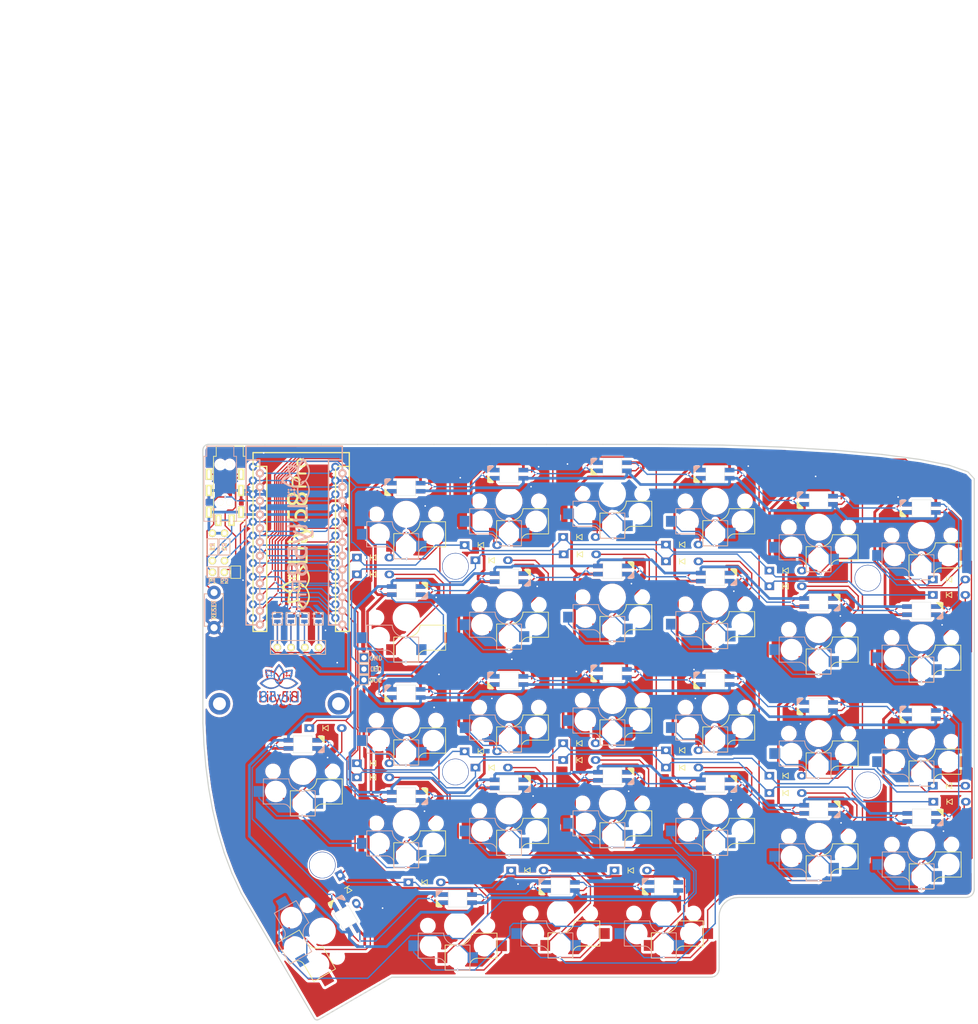
<source format=kicad_pcb>
(kicad_pcb (version 20211014) (generator pcbnew)
  (layers (0 "F.Cu" signal) (31 "B.Cu" signal) (34 "B.Paste" user) (35 "F.Paste" user) (36 "B.SilkS" user "B.Silkscreen") (37 "F.SilkS" user "F.Silkscreen") (38 "B.Mask" user) (39 "F.Mask" user) (44 "Edge.Cuts" user))
  (net 0 "")
  (net 1 "Net-(D1-Pad2)")
  (net 2 "row4")
  (net 3 "Net-(D2-Pad2)")
  (net 4 "Net-(D3-Pad2)")
  (net 5 "row0")
  (net 6 "Net-(D4-Pad2)")
  (net 7 "row1")
  (net 8 "Net-(D5-Pad2)")
  (net 9 "row2")
  (net 10 "Net-(D6-Pad2)")
  (net 11 "row3")
  (net 12 "Net-(D7-Pad2)")
  (net 13 "Net-(D8-Pad2)")
  (net 14 "Net-(D9-Pad2)")
  (net 15 "Net-(D10-Pad2)")
  (net 16 "Net-(D11-Pad2)")
  (net 17 "Net-(D12-Pad2)")
  (net 18 "Net-(D13-Pad2)")
  (net 19 "Net-(D14-Pad2)")
  (net 20 "Net-(D15-Pad2)")
  (net 21 "Net-(D16-Pad2)")
  (net 22 "Net-(D17-Pad2)")
  (net 23 "Net-(D18-Pad2)")
  (net 24 "Net-(D19-Pad2)")
  (net 25 "Net-(D20-Pad2)")
  (net 26 "Net-(D21-Pad2)")
  (net 27 "Net-(D22-Pad2)")
  (net 28 "Net-(D23-Pad2)")
  (net 29 "Net-(D24-Pad2)")
  (net 30 "Net-(D25-Pad2)")
  (net 31 "Net-(D26-Pad2)")
  (net 32 "Net-(D27-Pad2)")
  (net 33 "Net-(D28-Pad2)")
  (net 34 "VCC")
  (net 35 "GND")
  (net 36 "col0")
  (net 37 "col1")
  (net 38 "col2")
  (net 39 "col3")
  (net 40 "col4")
  (net 41 "col5")
  (net 42 "SDA")
  (net 43 "LED")
  (net 44 "SCL")
  (net 45 "RESET")
  (net 46 "Net-(D29-Pad2)")
  (net 47 "unconnected-(U1-Pad24)")
  (net 48 "unconnected-(U1-Pad20)")
  (net 49 "unconnected-(U1-Pad19)")
  (net 50 "unconnected-(U1-Pad7)")
  (net 51 "DATA")
  (net 52 "Net-(J2-Pad4)")
  (net 53 "Net-(J2-Pad3)")
  (net 54 "Net-(J3-Pad1)")
  (net 55 "Net-(J3-Pad2)")
  (net 56 "Net-(J3-Pad3)")
  (net 57 "Net-(J3-Pad4)")
  (net 58 "Net-(LED1-Pad2)")
  (net 59 "Net-(LED2-Pad2)")
  (net 60 "Net-(LED3-Pad2)")
  (net 61 "Net-(LED4-Pad2)")
  (net 62 "Net-(LED5-Pad2)")
  (net 63 "Net-(LED12-Pad4)")
  (net 64 "Net-(LED7-Pad4)")
  (net 65 "Net-(LED13-Pad4)")
  (net 66 "Net-(LED8-Pad4)")
  (net 67 "Net-(LED10-Pad2)")
  (net 68 "Net-(LED10-Pad4)")
  (net 69 "Net-(LED11-Pad4)")
  (net 70 "Net-(LED13-Pad2)")
  (net 71 "Net-(LED14-Pad2)")
  (net 72 "Net-(LED15-Pad2)")
  (net 73 "Net-(LED16-Pad2)")
  (net 74 "Net-(LED17-Pad2)")
  (net 75 "Net-(LED18-Pad2)")
  (net 76 "Net-(LED19-Pad4)")
  (net 77 "Net-(LED19-Pad2)")
  (net 78 "Net-(LED20-Pad4)")
  (net 79 "Net-(LED21-Pad4)")
  (net 80 "Net-(LED22-Pad4)")
  (net 81 "Net-(LED23-Pad4)")
  (net 82 "Net-(LED25-Pad2)")
  (net 83 "Net-(LED26-Pad2)")
  (net 84 "Net-(LED27-Pad2)")
  (net 85 "Net-(LED28-Pad2)")
  (footprint "Lily58-footprint:RESISTOR_mini" (layer "F.Cu") (at 84.688035 56.039272 -90)
    (fp_text reference "R1")
    (fp_text value "R" hide)
  )
  (footprint "Lily58-footprint:RESISTOR_mini" (layer "F.Cu") (at 86.938035 56.039272 -90)
    (fp_text reference "R2")
    (fp_text value "R" hide)
  )
  (footprint "Lily58-footprint:MJ-4PP-9" (layer "F.Cu") (at 87.9 39.3)
    (fp_text reference "J2" hide)
    (fp_text value "4PIN" hide)
  )
  (footprint "Lily58-footprint:1pin_conn" (layer "F.Cu") (at 84.7 60.7 180)
    (fp_text reference "P1")
    (fp_text value "i2c_pin" hide)
  )
  (footprint "Lily58-footprint:1pin_conn" (layer "F.Cu") (at 86.9 60.7 180)
    (fp_text reference "P2")
    (fp_text value "i2c_pin" hide)
  )
  (footprint "Lily58-footprint:HOLE_M2_TH" (layer "F.Cu") (at 129.6 59.6)
    (fp_text reference "TH3" hide)
    (fp_text value "HOLE" hide)
  )
  (footprint "Lily58-footprint:HOLE_M2_TH" (layer "F.Cu") (at 205.8 61.8)
    (fp_text reference "TH4" hide)
    (fp_text value "HOLE" hide)
  )
  (footprint "Lily58-footprint:HOLE_M2_TH" (layer "F.Cu") (at 129.6 97.6)
    (fp_text reference "TH5" hide)
    (fp_text value "HOLE" hide)
  )
  (footprint "Lily58-footprint:HOLE_M2_TH" (layer "F.Cu") (at 205.8 100)
    (fp_text reference "TH6" hide)
    (fp_text value "HOLE" hide)
  )
  (footprint "Lily58-footprint:HOLE_M2_TH" (layer "F.Cu") (at 105 114.8 90)
    (fp_text reference "TH7" hide)
    (fp_text value "HOLE" hide)
  )
  (footprint "Lily58-footprint:ProMicro_rev2" (layer "F.Cu") (at 101 56)
    (fp_text reference "U1" hide)
    (fp_text value "ProMicro" hide)
  )
  (footprint "Lily58-footprint:lily58_logo_Pro" (layer "F.Cu") (at 100.4 53.6 90)
    (fp_text reference "G***" hide)
    (fp_text value "LOGO" hide)
  )
  (footprint "Lily58-footprint:Jumper" (layer "F.Cu") (at 104.3 69.3 90)
    (fp_text reference "JP1" hide)
    (fp_text value "Jumper_NO_Small" hide)
  )
  (footprint "Lily58-footprint:Jumper" (layer "F.Cu") (at 101.7 69.3 90)
    (fp_text reference "JP2" hide)
    (fp_text value "Jumper_NO_Small" hide)
  )
  (footprint "Lily58-footprint:Jumper" (layer "F.Cu") (at 99.2 69.3 90)
    (fp_text reference "JP3" hide)
    (fp_text value "Jumper_NO_Small" hide)
  )
  (footprint "Lily58-footprint:TACT_SWITCH_TVBP06" (layer "F.Cu") (at 85 67.7 90)
    (fp_text reference "RSW1" hide)
    (fp_text value "SW_RST" hide)
  )
  (footprint "Lily58-footprint:jumper_data" (layer "F.Cu") (at 89 60.7 90)
    (fp_text reference "W1" hide)
    (fp_text value "jumper" hide)
  )
  (footprint "kbd:D3_TH" (layer "F.Cu") (at 114.4 58)
    (fp_text reference "D1" hide)
    (fp_text value "D" hide)
  )
  (footprint "kbd:D3_TH" (layer "F.Cu") (at 134.3 55.7)
    (fp_text reference "D2" hide)
    (fp_text value "D" hide)
  )
  (footprint "kbd:D3_TH" (layer "F.Cu") (at 152.5 54.2)
    (fp_text reference "D3" hide)
    (fp_text value "D" hide)
  )
  (footprint "kbd:D3_TH" (layer "F.Cu") (at 171.5 55.6)
    (fp_text reference "D4" hide)
    (fp_text value "D" hide)
  )
  (footprint "kbd:D3_TH" (layer "F.Cu") (at 190.6 60.4)
    (fp_text reference "D5" hide)
    (fp_text value "D" hide)
  )
  (footprint "kbd:D3_TH" (layer "F.Cu") (at 220.8 62.05)
    (fp_text reference "D6" hide)
    (fp_text value "D" hide)
  )
  (footprint "kbd:D3_TH" (layer "F.Cu") (at 114.4 61.1)
    (fp_text reference "D7" hide)
    (fp_text value "D" hide)
  )
  (footprint "kbd:D3_TH" (layer "F.Cu") (at 136.3 58.5)
    (fp_text reference "D8" hide)
    (fp_text value "D" hide)
  )
  (footprint "kbd:D3_TH" (layer "F.Cu") (at 152.6 57.4)
    (fp_text reference "D9" hide)
    (fp_text value "D" hide)
  )
  (footprint "kbd:D3_TH" (layer "F.Cu") (at 171.5 58.7)
    (fp_text reference "D10" hide)
    (fp_text value "D" hide)
  )
  (footprint "kbd:D3_TH" (layer "F.Cu") (at 190.6 63.3)
    (fp_text reference "D11" hide)
    (fp_text value "D" hide)
  )
  (footprint "kbd:D3_TH" (layer "F.Cu") (at 220.8 64.9)
    (fp_text reference "D12" hide)
    (fp_text value "D" hide)
  )
  (footprint "kbd:D3_TH" (layer "F.Cu") (at 114.4 96)
    (fp_text reference "D13" hide)
    (fp_text value "D" hide)
  )
  (footprint "kbd:D3_TH" (layer "F.Cu") (at 134.3 93.8)
    (fp_text reference "D14" hide)
    (fp_text value "D" hide)
  )
  (footprint "kbd:D3_TH" (layer "F.Cu") (at 152.5 92.3)
    (fp_text reference "D15" hide)
    (fp_text value "D" hide)
  )
  (footprint "kbd:D3_TH" (layer "F.Cu") (at 171.5 93.6)
    (fp_text reference "D16" hide)
    (fp_text value "D" hide)
  )
  (footprint "kbd:D3_TH" (layer "F.Cu") (at 190.6 98.3)
    (fp_text reference "D17" hide)
    (fp_text value "D" hide)
  )
  (footprint "kbd:D3_TH" (layer "F.Cu") (at 220.8 100.15)
    (fp_text reference "D18" hide)
    (fp_text value "D" hide)
  )
  (footprint "kbd:D3_TH" (layer "F.Cu") (at 114.4 98.6)
    (fp_text reference "D19" hide)
    (fp_text value "D" hide)
  )
  (footprint "kbd:D3_TH" (layer "F.Cu") (at 136.3 96.8)
    (fp_text reference "D20" hide)
    (fp_text value "D" hide)
  )
  (footprint "kbd:D3_TH" (layer "F.Cu") (at 152.5 95.4)
    (fp_text reference "D21" hide)
    (fp_text value "D" hide)
  )
  (footprint "kbd:D3_TH" (layer "F.Cu") (at 171.5 96.8)
    (fp_text reference "D22" hide)
    (fp_text value "D" hide)
  )
  (footprint "kbd:D3_TH" (layer "F.Cu") (at 190.6 101.5)
    (fp_text reference "D23" hide)
    (fp_text value "D" hide)
  )
  (footprint "kbd:D3_TH" (layer "F.Cu") (at 220.9 103.1)
    (fp_text reference "D24" hide)
    (fp_text value "D" hide)
  )
  (footprint "kbd:D3_TH" (layer "F.Cu") (at 105.6 89.5)
    (fp_text reference "D25" hide)
    (fp_text value "D" hide)
  )
  (footprint "kbd:D3_TH" (layer "F.Cu") (at 109.8 119.3 -60)
    (fp_text reference "D26" hide)
    (fp_text value "D" hide)
  )
  (footprint "kbd:D3_TH" (layer "F.Cu") (at 123.9 118)
    (fp_text reference "D27" hide)
    (fp_text value "D" hide)
  )
  (footprint "kbd:D3_TH" (layer "F.Cu") (at 142.9 115.8)
    (fp_text reference "D28" hide)
    (fp_text value "D" hide)
  )
  (footprint "kbd:D3_TH" (layer "F.Cu") (at 162 115.8)
    (fp_text reference "D29" hide)
    (fp_text value "D" hide)
  )
  (footprint "Lily58_Pro-footprint:Choc_Hotswap_both" (layer "F.Cu") (at 120.5 50)
    (fp_text reference "SW1" hide)
    (fp_text value "SW_PUSH" hide)
  )
  (footprint "Lily58_Pro-footprint:Choc_Hotswap_both" (layer "F.Cu") (at 139.5 47.6)
    (fp_text reference "SW2" hide)
    (fp_text value "SW_PUSH" hide)
  )
  (footprint "Lily58_Pro-footprint:Choc_Hotswap_both" (layer "F.Cu") (at 158.6 46.21)
    (fp_text reference "SW3" hide)
    (fp_text value "SW_PUSH" hide)
  )
  (footprint "Lily58_Pro-footprint:Choc_Hotswap_both" (layer "F.Cu") (at 177.6 47.6)
    (fp_text reference "SW4" hide)
    (fp_text value "SW_PUSH" hide)
  )
  (footprint "Lily58_Pro-footprint:Choc_Hotswap_both" (layer "F.Cu") (at 196.7 52.4)
    (fp_text reference "SW5" hide)
    (fp_text value "SW_PUSH" hide)
  )
  (footprint "Lily58_Pro-footprint:Choc_Hotswap_both" (layer "F.Cu") (at 215.7 53.9)
    (fp_text reference "SW6" hide)
    (fp_text value "SW_PUSH" hide)
  )
  (footprint "Lily58_Pro-footprint:Choc_Hotswap_both" (layer "F.Cu") (at 120.5 69.1)
    (fp_text reference "SW7" hide)
    (fp_text value "SW_PUSH" hide)
  )
  (footprint "Lily58_Pro-footprint:Choc_Hotswap_both" (layer "F.Cu") (at 139.5 66.7)
    (fp_text reference "SW8" hide)
    (fp_text value "SW_PUSH" hide)
  )
  (footprint "Lily58_Pro-footprint:Choc_Hotswap_both" (layer "F.Cu") (at 158.6 65.3)
    (fp_text reference "SW9" hide)
    (fp_text value "SW_PUSH" hide)
  )
  (footprint "Lily58_Pro-footprint:Choc_Hotswap_both" (layer "F.Cu") (at 177.6 66.6)
    (fp_text reference "SW10" hide)
    (fp_text value "SW_PUSH" hide)
  )
  (footprint "Lily58_Pro-footprint:Choc_Hotswap_both" (layer "F.Cu") (at 196.7 71.3)
    (fp_text reference "SW11" hide)
    (fp_text value "SW_PUSH" hide)
  )
  (footprint "Lily58_Pro-footprint:Choc_Hotswap_both" (layer "F.Cu") (at 215.7 72.8)
    (fp_text reference "SW12" hide)
    (fp_text value "SW_PUSH" hide)
  )
  (footprint "Lily58_Pro-footprint:Choc_Hotswap_both" (layer "F.Cu") (at 120.5 88.1)
    (fp_text reference "SW13" hide)
    (fp_text value "SW_PUSH" hide)
  )
  (footprint "Lily58_Pro-footprint:Choc_Hotswap_both" (layer "F.Cu") (at 139.5 85.7)
    (fp_text reference "SW14" hide)
    (fp_text value "SW_PUSH" hide)
  )
  (footprint "Lily58_Pro-footprint:Choc_Hotswap_both" (layer "F.Cu") (at 158.6 84.4)
    (fp_text reference "SW15" hide)
    (fp_text value "SW_PUSH" hide)
  )
  (footprint "Lily58_Pro-footprint:Choc_Hotswap_both" (layer "F.Cu") (at 177.6 85.7)
    (fp_text reference "SW16" hide)
    (fp_text value "SW_PUSH" hide)
  )
  (footprint "Lily58_Pro-footprint:Choc_Hotswap_both" (layer "F.Cu") (at 196.7 90.5)
    (fp_text reference "SW17" hide)
    (fp_text value "SW_PUSH" hide)
  )
  (footprint "Lily58_Pro-footprint:Choc_Hotswap_both" (layer "F.Cu") (at 215.7 92)
    (fp_text reference "SW18" hide)
    (fp_text value "SW_PUSH" hide)
  )
  (footprint "Lily58_Pro-footprint:Choc_Hotswap_both" (layer "F.Cu") (at 120.5 107.1)
    (fp_text reference "SW19" hide)
    (fp_text value "SW_PUSH" hide)
  )
  (footprint "Lily58_Pro-footprint:Choc_Hotswap_both" (layer "F.Cu") (at 139.5 104.8)
    (fp_text reference "SW20" hide)
    (fp_text value "SW_PUSH" hide)
  )
  (footprint "Lily58_Pro-footprint:Choc_Hotswap_both" (layer "F.Cu") (at 158.6 103.4)
    (fp_text reference "SW21" hide)
    (fp_text value "SW_PUSH" hide)
  )
  (footprint "Lily58_Pro-footprint:Choc_Hotswap_both" (layer "F.Cu") (at 177.6 104.8)
    (fp_text reference "SW22" hide)
    (fp_text value "SW_PUSH" hide)
  )
  (footprint "Lily58_Pro-footprint:Choc_Hotswap_both" (layer "F.Cu") (at 196.7 109.5)
    (fp_text reference "SW23" hide)
    (fp_text value "SW_PUSH" hide)
  )
  (footprint "Lily58_Pro-footprint:Choc_Hotswap_both" (layer "F.Cu") (at 215.75 111)
    (fp_text reference "SW24" hide)
    (fp_text value "SW_PUSH" hide)
  )
  (footprint "Lily58_Pro-footprint:Choc_Hotswap_both" (layer "F.Cu") (at 101.4 97.5)
    (fp_text reference "SW25" hide)
    (fp_text value "SW_PUSH" hide)
  )
  (footprint "Lily58_Pro-footprint:Choc_Hotswap_both" (layer "F.Cu") (at 105 127 -60)
    (fp_text reference "SW26" hide)
    (fp_text value "SW_PUSH" hide)
  )
  (footprint "Lily58_Pro-footprint:Choc_Hotswap_both" (layer "F.Cu") (at 130 126)
    (fp_text reference "SW27" hide)
    (fp_text value "SW_PUSH" hide)
  )
  (footprint "Lily58_Pro-footprint:Choc_Hotswap_both" (layer "F.Cu") (at 149 123.75)
    (fp_text reference "SW28" hide)
    (fp_text value "SW_PUSH" hide)
  )
  (footprint "Lily58_Pro-footprint:Choc_Hotswap_both" (layer "F.Cu") (at 168.1 123.75)
    (fp_text reference "SW29" hide)
    (fp_text value "SW_PUSH" hide)
  )
  (footprint "Lily58-footprint:M2_HOLE_PCB" (layer "F.Cu") (at 86 85)
    (fp_text reference "TH1" hide)
    (fp_text value "HOLE")
  )
  (footprint "Lily58-footprint:M2_HOLE_PCB" (layer "F.Cu") (at 108 85)
    (fp_text reference "TH2" hide)
    (fp_text value "HOLE")
  )
  (footprint "Lily58-footprint:Jumper" (layer "F.Cu") (at 96.7 69.3 90)
    (fp_text reference "JP4" hide)
    (fp_text value "Jumper_NO_Small" hide)
  )
  (footprint "Lily58-footprint:LED" (layer "F.Cu") (at 112.7 81.1 180)
    (fp_text reference "J1" hide)
    (fp_text value "LED" hide)
  )
  (footprint "Lily58-footprint:OLED_4Pin" (layer "F.Cu") (at 96.7 74.6)
    (fp_text reference "J3" hide)
    (fp_text value "OLED" hide)
  )
  (footprint "Lily58-footprint:lily58_logo_2" (layer "F.Cu") (at 97 81.5)
    (fp_text reference "G***" hide)
    (fp_text value "LOGO" hide)
  )
  (footprint "Lily58_Pro-footprint:SK6812MINI-E_both" (layer "F.Cu") (at 109.330127 124.5 120)
    (fp_text reference "LED26" hide)
    (fp_text value "SK6812MINI-E" hide)
    (fp_line (start 1.75 -1.55) (end -1.75 -1.55) (layer "Edge.Cuts") (width 0.05))
    (fp_line (start -1.75 1.55) (end 1.75 1.55) (layer "Edge.Cuts") (width 0.05))
    (fp_line (start -1.75 -1.55) (end -1.75 1.55) (layer "Edge.Cuts") (width 0.05))
    (fp_line (start 1.75 1.55) (end 1.75 -1.55) (layer "Edge.Cuts") (width 0.05))
  )
  (footprint "Lily58_Pro-footprint:SK6812MINI-E_both" (layer "F.Cu") (at 215.75 106)
    (fp_text reference "LED24" hide)
    (fp_text value "SK6812MINI-E" hide)
    (fp_line (start 1.75 -1.55) (end -1.75 -1.55) (layer "Edge.Cuts") (width 0.05))
    (fp_line (start 1.75 1.55) (end 1.75 -1.55) (layer "Edge.Cuts") (width 0.05))
    (fp_line (start -1.75 1.55) (end 1.75 1.55) (layer "Edge.Cuts") (width 0.05))
    (fp_line (start -1.75 -1.55) (end -1.75 1.55) (layer "Edge.Cuts") (width 0.05))
  )
  (footprint "Lily58_Pro-footprint:SK6812MINI-E_both" (layer "F.Cu") (at 120.5 45 180)
    (fp_text reference "LED1" hide)
    (fp_text value "SK6812MINI-E" hide)
    (fp_line (start -1.75 1.55) (end 1.75 1.55) (layer "Edge.Cuts") (width 0.05))
    (fp_line (start -1.75 -1.55) (end -1.75 1.55) (layer "Edge.Cuts") (width 0.05))
    (fp_line (start 1.75 -1.55) (end -1.75 -1.55) (layer "Edge.Cuts") (width 0.05))
    (fp_line (start 1.75 1.55) (end 1.75 -1.55) (layer "Edge.Cuts") (width 0.05))
  )
  (footprint "Lily58_Pro-footprint:SK6812MINI-E_both" (layer "F.Cu") (at 177.6 42.6 180)
    (fp_text reference "LED4" hide)
    (fp_text value "SK6812MINI-E" hide)
    (fp_line (start 1.75 1.55) (end 1.75 -1.55) (layer "Edge.Cuts") (width 0.05))
    (fp_line (start -1.75 -1.55) (end -1.75 1.55) (layer "Edge.Cuts") (width 0.05))
    (fp_line (start -1.75 1.55) (end 1.75 1.55) (layer "Edge.Cuts") (width 0.05))
    (fp_line (start 1.75 -1.55) (end -1.75 -1.55) (layer "Edge.Cuts") (width 0.05))
  )
  (footprint "Lily58_Pro-footprint:SK6812MINI-E_both" (layer "F.Cu") (at 177.6 99.8)
    (fp_text reference "LED22" hide)
    (fp_text value "SK6812MINI-E" hide)
    (fp_line (start -1.75 1.55) (end 1.75 1.55) (layer "Edge.Cuts") (width 0.05))
    (fp_line (start 1.75 -1.55) (end -1.75 -1.55) (layer "Edge.Cuts") (width 0.05))
    (fp_line (start -1.75 -1.55) (end -1.75 1.55) (layer "Edge.Cuts") (width 0.05))
    (fp_line (start 1.75 1.55) (end 1.75 -1.55) (layer "Edge.Cuts") (width 0.05))
  )
  (footprint "Lily58_Pro-footprint:SK6812MINI-E_both" (layer "F.Cu") (at 158.6 41.21 180)
    (fp_text reference "LED3" hide)
    (fp_text value "SK6812MINI-E" hide)
    (fp_line (start -1.75 -1.55) (end -1.75 1.55) (layer "Edge.Cuts") (width 0.05))
    (fp_line (start -1.75 1.55) (end 1.75 1.55) (layer "Edge.Cuts") (width 0.05))
    (fp_line (start 1.75 1.55) (end 1.75 -1.55) (layer "Edge.Cuts") (width 0.05))
    (fp_line (start 1.75 -1.55) (end -1.75 -1.55) (layer "Edge.Cuts") (width 0.05))
  )
  (footprint "Lily58_Pro-footprint:SK6812MINI-E_both" (layer "F.Cu") (at 177.6 80.7 180)
    (fp_text reference "LED16" hide)
    (fp_text value "SK6812MINI-E" hide)
    (fp_line (start -1.75 1.55) (end 1.75 1.55) (layer "Edge.Cuts") (width 0.05))
    (fp_line (start 1.75 1.55) (end 1.75 -1.55) (layer "Edge.Cuts") (width 0.05))
    (fp_line (start -1.75 -1.55) (end -1.75 1.55) (layer "Edge.Cuts") (width 0.05))
    (fp_line (start 1.75 -1.55) (end -1.75 -1.55) (layer "Edge.Cuts") (width 0.05))
  )
  (footprint "Lily58_Pro-footprint:SK6812MINI-E_both" (layer "F.Cu") (at 101.4 92.5)
    (fp_text reference "LED25" hide)
    (fp_text value "SK6812MINI-E" hide)
    (fp_line (start 1.75 -1.55) (end -1.75 -1.55) (layer "Edge.Cuts") (width 0.05))
    (fp_line (start -1.75 1.55) (end 1.75 1.55) (layer "Edge.Cuts") (width 0.05))
    (fp_line (start -1.75 -1.55) (end -1.75 1.55) (layer "Edge.Cuts") (width 0.05))
    (fp_line (start 1.75 1.55) (end 1.75 -1.55) (layer "Edge.Cuts") (width 0.05))
  )
  (footprint "Lily58_Pro-footprint:SK6812MINI-E_both" (layer "F.Cu") (at 139.5 42.6 180)
    (fp_text reference "LED2" hide)
    (fp_text value "SK6812MINI-E" hide)
    (fp_line (start -1.75 1.55) (end 1.75 1.55) (layer "Edge.Cuts") (width 0.05))
    (fp_line (start 1.75 -1.55) (end -1.75 -1.55) (layer "Edge.Cuts") (width 0.05))
    (fp_line (start -1.75 -1.55) (end -1.75 1.55) (layer "Edge.Cuts") (width 0.05))
    (fp_line (start 1.75 1.55) (end 1.75 -1.55) (layer "Edge.Cuts") (width 0.05))
  )
  (footprint "Lily58_Pro-footprint:SK6812MINI-E_both" (layer "F.Cu") (at 139.5 99.8)
    (fp_text reference "LED20" hide)
    (fp_text value "SK6812MINI-E" hide)
    (fp_line (start -1.75 -1.55) (end -1.75 1.55) (layer "Edge.Cuts") (width 0.05))
    (fp_line (start 1.75 -1.55) (end -1.75 -1.55) (layer "Edge.Cuts") (width 0.05))
    (fp_line (start 1.75 1.55) (end 1.75 -1.55) (layer "Edge.Cuts") (width 0.05))
    (fp_line (start -1.75 1.55) (end 1.75 1.55) (layer "Edge.Cuts") (width 0.05))
  )
  (footprint "Lily58_Pro-footprint:SK6812MINI-E_both" (layer "F.Cu") (at 177.6 61.6)
    (fp_text reference "LED10" hide)
    (fp_text value "SK6812MINI-E" hide)
    (fp_line (start -1.75 1.55) (end 1.75 1.55) (layer "Edge.Cuts") (width 0.05))
    (fp_line (start 1.75 1.55) (end 1.75 -1.55) (layer "Edge.Cuts") (width 0.05))
    (fp_line (start 1.75 -1.55) (end -1.75 -1.55) (layer "Edge.Cuts") (width 0.05))
    (fp_line (start -1.75 -1.55) (end -1.75 1.55) (layer "Edge.Cuts") (width 0.05))
  )
  (footprint "Lily58_Pro-footprint:SK6812MINI-E_both" (layer "F.Cu") (at 215.7 48.9 180)
    (fp_text reference "LED6" hide)
    (fp_text value "SK6812MINI-E" hide)
    (fp_line (start -1.75 1.55) (end 1.75 1.55) (layer "Edge.Cuts") (width 0.05))
    (fp_line (start -1.75 -1.55) (end -1.75 1.55) (layer "Edge.Cuts") (width 0.05))
    (fp_line (start 1.75 1.55) (end 1.75 -1.55) (layer "Edge.Cuts") (width 0.05))
    (fp_line (start 1.75 -1.55) (end -1.75 -1.55) (layer "Edge.Cuts") (width 0.05))
  )
  (footprint "Lily58_Pro-footprint:SK6812MINI-E_both" (layer "F.Cu") (at 120.5 83.1 180)
    (fp_text reference "LED13" hide)
    (fp_text value "SK6812MINI-E" hide)
    (fp_line (start -1.75 -1.55) (end -1.75 1.55) (layer "Edge.Cuts") (width 0.05))
    (fp_line (start 1.75 -1.55) (end -1.75 -1.55) (layer "Edge.Cuts") (width 0.05))
    (fp_line (start 1.75 1.55) (end 1.75 -1.55) (layer "Edge.Cuts") (width 0.05))
    (fp_line (start -1.75 1.55) (end 1.75 1.55) (layer "Edge.Cuts") (width 0.05))
  )
  (footprint "Lily58_Pro-footprint:SK6812MINI-E_both" (layer "F.Cu") (at 158.6 79.4 180)
    (fp_text reference "LED15" hide)
    (fp_text value "SK6812MINI-E" hide)
    (fp_line (start -1.75 -1.55) (end -1.75 1.55) (layer "Edge.Cuts") (width 0.05))
    (fp_line (start 1.75 -1.55) (end -1.75 -1.55) (layer "Edge.Cuts") (width 0.05))
    (fp_line (start 1.75 1.55) (end 1.75 -1.55) (layer "Edge.Cuts") (width 0.05))
    (fp_line (start -1.75 1.55) (end 1.75 1.55) (layer "Edge.Cuts") (width 0.05))
  )
  (footprint "Lily58_Pro-footprint:SK6812MINI-E_both" (layer "F.Cu") (at 196.7 85.5 180)
    (fp_text reference "LED17" hide)
    (fp_text value "SK6812MINI-E" hide)
    (fp_line (start 1.75 -1.55) (end -1.75 -1.55) (layer "Edge.Cuts") (width 0.05))
    (fp_line (start -1.75 -1.55) (end -1.75 1.55) (layer "Edge.Cuts") (width 0.05))
    (fp_line (start -1.75 1.55) (end 1.75 1.55) (layer "Edge.Cuts") (width 0.05))
    (fp_line (start 1.75 1.55) (end 1.75 -1.55) (layer "Edge.Cuts") (width 0.05))
  )
  (footprint "Lily58_Pro-footprint:SK6812MINI-E_both" (layer "F.Cu") (at 196.7 104.5)
    (fp_text reference "LED23" hide)
    (fp_text value "SK6812MINI-E" hide)
    (fp_line (start 1.75 1.55) (end 1.75 -1.55) (layer "Edge.Cuts") (width 0.05))
    (fp_line (start 1.75 -1.55) (end -1.75 -1.55) (layer "Edge.Cuts") (width 0.05))
    (fp_line (start -1.75 1.55) (end 1.75 1.55) (layer "Edge.Cuts") (width 0.05))
    (fp_line (start -1.75 -1.55) (end -1.75 1.55) (layer "Edge.Cuts") (width 0.05))
  )
  (footprint "Lily58_Pro-footprint:SK6812MINI-E_both" (layer "F.Cu") (at 158.6 60.3)
    (fp_text reference "LED9" hide)
    (fp_text value "SK6812MINI-E" hide)
    (fp_line (start 1.75 -1.55) (end -1.75 -1.55) (layer "Edge.Cuts") (width 0.05))
    (fp_line (start -1.75 -1.55) (end -1.75 1.55) (layer "Edge.Cuts") (width 0.05))
    (fp_line (start -1.75 1.55) (end 1.75 1.55) (layer "Edge.Cuts") (width 0.05))
    (fp_line (start 1.75 1.55) (end 1.75 -1.55) (layer "Edge.Cuts") (width 0.05))
  )
  (footprint "Lily58_Pro-footprint:SK6812MINI-E_both" (layer "F.Cu") (at 139.5 61.7)
    (fp_text reference "LED8" hide)
    (fp_text value "SK6812MINI-E" hide)
    (fp_line (start -1.75 1.55) (end 1.75 1.55) (layer "Edge.Cuts") (width 0.05))
    (fp_line (start -1.75 -1.55) (end -1.75 1.55) (layer "Edge.Cuts") (width 0.05))
    (fp_line (start 1.75 1.55) (end 1.75 -1.55) (layer "Edge.Cuts") (width 0.05))
    (fp_line (start 1.75 -1.55) (end -1.75 -1.55) (layer "Edge.Cuts") (width 0.05))
  )
  (footprint "Lily58_Pro-footprint:SK6812MINI-E_both" (layer "F.Cu") (at 149 118.75 180)
    (fp_text reference "LED28" hide)
    (fp_text value "SK6812MINI-E" hide)
    (fp_line (start -1.75 1.55) (end 1.75 1.55) (layer "Edge.Cuts") (width 0.05))
    (fp_line (start 1.75 -1.55) (end -1.75 -1.55) (layer "Edge.Cuts") (width 0.05))
    (fp_line (start -1.75 -1.55) (end -1.75 1.55) (layer "Edge.Cuts") (width 0.05))
    (fp_line (start 1.75 1.55) (end 1.75 -1.55) (layer "Edge.Cuts") (width 0.05))
  )
  (footprint "Lily58_Pro-footprint:SK6812MINI-E_both" (layer "F.Cu") (at 168.1 118.75 180)
    (fp_text reference "LED29" hide)
    (fp_text value "SK6812MINI-E" hide)
    (fp_line (start -1.75 -1.55) (end -1.75 1.55) (layer "Edge.Cuts") (width 0.05))
    (fp_line (start 1.75 -1.55) (end -1.75 -1.55) (layer "Edge.Cuts") (width 0.05))
    (fp_line (start -1.75 1.55) (end 1.75 1.55) (layer "Edge.Cuts") (width 0.05))
    (fp_line (start 1.75 1.55) (end 1.75 -1.55) (layer "Edge.Cuts") (width 0.05))
  )
  (footprint "Lily58_Pro-footprint:SK6812MINI-E_both" (layer "F.Cu") (at 196.7 47.4 180)
    (fp_text reference "LED5" hide)
    (fp_text value "SK6812MINI-E" hide)
    (fp_line (start -1.75 -1.55) (end -1.75 1.55) (layer "Edge.Cuts") (width 0.05))
    (fp_line (start -1.75 1.55) (end 1.75 1.55) (layer "Edge.Cuts") (width 0.05))
    (fp_line (start 1.75 1.55) (end 1.75 -1.55) (layer "Edge.Cuts") (width 0.05))
    (fp_line (start 1.75 -1.55) (end -1.75 -1.55) (layer "Edge.Cuts") (width 0.05))
  )
  (footprint "Lily58_Pro-footprint:SK6812MINI-E_both" (layer "F.Cu") (at 215.7 67.8)
    (fp_text reference "LED12" hide)
    (fp_text value "SK6812MINI-E" hide)
    (fp_line (start 1.75 1.55) (end 1.75 -1.55) (layer "Edge.Cuts") (width 0.05))
    (fp_line (start -1.75 1.55) (end 1.75 1.55) (layer "Edge.Cuts") (width 0.05))
    (fp_line (start 1.75 -1.55) (end -1.75 -1.55) (layer "Edge.Cuts") (width 0.05))
    (fp_line (start -1.75 -1.55) (end -1.75 1.55) (layer "Edge.Cuts") (width 0.05))
  )
  (footprint "Lily58_Pro-footprint:SK6812MINI-E_both" (layer "F.Cu") (at 130 121 180)
    (fp_text reference "LED27" hide)
    (fp_text value "SK6812MINI-E" hide)
    (fp_line (start -1.75 1.55) (end 1.75 1.55) (layer "Edge.Cuts") (width 0.05))
    (fp_line (start 1.75 -1.55) (end -1.75 -1.55) (layer "Edge.Cuts") (width 0.05))
    (fp_line (start 1.75 1.55) (end 1.75 -1.55) (layer "Edge.Cuts") (width 0.05))
    (fp_line (start -1.75 -1.55) (end -1.75 1.55) (layer "Edge.Cuts") (width 0.05))
  )
  (footprint "Lily58_Pro-footprint:SK6812MINI-E_both" (layer "F.Cu") (at 120.5 102.1)
    (fp_text reference "LED19" hide)
    (fp_text value "SK6812MINI-E" hide)
    (fp_line (start -1.75 1.55) (end 1.75 1.55) (layer "Edge.Cuts") (width 0.05))
    (fp_line (start 1.75 1.55) (end 1.75 -1.55) (layer "Edge.Cuts") (width 0.05))
    (fp_line (start 1.75 -1.55) (end -1.75 -1.55) (layer "Edge.Cuts") (width 0.05))
    (fp_line (start -1.75 -1.55) (end -1.75 1.55) (layer "Edge.Cuts") (width 0.05))
  )
  (footprint "Lily58_Pro-footprint:SK6812MINI-E_both" (layer "F.Cu") (at 158.6 98.4)
    (fp_text reference "LED21" hide)
    (fp_text value "SK6812MINI-E" hide)
    (fp_line (start 1.75 -1.55) (end -1.75 -1.55) (layer "Edge.Cuts") (width 0.05))
    (fp_line (start 1.75 1.55) (end 1.75 -1.55) (layer "Edge.Cuts") (width 0.05))
    (fp_line (start -1.75 -1.55) (end -1.75 1.55) (layer "Edge.Cuts") (width 0.05))
    (fp_line (start -1.75 1.55) (end 1.75 1.55) (layer "Edge.Cuts") (width 0.05))
  )
  (footprint "Lily58_Pro-footprint:SK6812MINI-E_both" (layer "F.Cu") (at 139.5 80.7 180)
    (fp_text reference "LED14" hide)
    (fp_text value "SK6812MINI-E" hide)
    (fp_line (start -1.75 -1.55) (end -1.75 1.55) (layer "Edge.Cuts") (width 0.05))
    (fp_line (start 1.75 1.55) (end 1.75 -1.55) (layer "Edge.Cuts") (width 0.05))
    (fp_line (start 1.75 -1.55) (end -1.75 -1.55) (layer "Edge.Cuts") (width 0.05))
    (fp_line (start -1.75 1.55) (end 1.75 1.55) (layer "Edge.Cuts") (width 0.05))
  )
  (footprint "Lily58_Pro-footprint:SK6812MINI-E_both" (layer "F.Cu") (at 120.5 64.1)
    (fp_text reference "LED7" hide)
    (fp_text value "SK6812MINI-E" hide)
    (fp_line (start -1.75 -1.55) (end -1.75 1.55) (layer "Edge.Cuts") (width 0.05))
    (fp_line (start 1.75 1.55) (end 1.75 -1.55) (layer "Edge.Cuts") (width 0.05))
    (fp_line (start 1.75 -1.55) (end -1.75 -1.55) (layer "Edge.Cuts") (width 0.05))
    (fp_line (start -1.75 1.55) (end 1.75 1.55) (layer "Edge.Cuts") (width 0.05))
  )
  (footprint "Lily58_Pro-footprint:SK6812MINI-E_both" (layer "F.Cu") (at 196.7 66.3)
    (fp_text reference "LED11" hide)
    (fp_text value "SK6812MINI-E" hide)
    (fp_line (start 1.75 1.55) (end 1.75 -1.55) (layer "Edge.Cuts") (width 0.05))
    (fp_line (start 1.75 -1.55) (end -1.75 -1.55) (layer "Edge.Cuts") (width 0.05))
    (fp_line (start -1.75 1.55) (end 1.75 1.55) (layer "Edge.Cuts") (width 0.05))
    (fp_line (start -1.75 -1.55) (end -1.75 1.55) (layer "Edge.Cuts") (width 0.05))
  )
  (footprint "Lily58-footprint:Jumper" (layer "B.Cu") (at 101.7 69.3 90)
    (fp_text reference "JP6" hide)
    (fp_text value "Jumper_NO_Small" hide)
  )
  (footprint "Lily58-footprint:Jumper" (layer "B.Cu") (at 99.2 69.3 90)
    (fp_text reference "JP7" hide)
    (fp_text value "Jumper_NO_Small" hide)
  )
  (footprint "Lily58-footprint:Jumper" (layer "B.Cu") (at 96.7 69.3 90)
    (fp_text reference "JP8" hide)
    (fp_text value "Jumper_NO_Small" hide)
  )
  (footprint "Lily58-footprint:Jumper" (layer "B.Cu") (at 104.3 69.3 90)
    (fp_text reference "JP5" hide)
    (fp_text value "Jumper_NO_Small" hide)
  )
  (footprint "Lily58-footprint:lily58_logo_Pro" (layer "B.Cu") (at 100.4 53.7 -90)
    (fp_text reference "G***" hide)
    (fp_text value "LOGO" hide)
  )
  (footprint "Lily58-footprint:lily58_logo_2" (layer "B.Cu") (at 97 81.5 180)
    (fp_text reference "G***" hide)
    (fp_text value "LOGO" hide)
  )
  (footprint "Lily58_Pro-footprint:SK6812MINI-E_both" (layer "B.Cu") (at 215.7 87 180)
    (fp_text reference "LED18" hide)
    (fp_text value "SK6812MINI-E" hide)
    (fp_line (start 1.75 -1.55) (end 1.75 1.55) (layer "Edge.Cuts") (width 0.05))
    (fp_line (start 1.75 1.55) (end -1.75 1.55) (layer "Edge.Cuts") (width 0.05))
    (fp_line (start -1.75 -1.55) (end 1.75 -1.55) (layer "Edge.Cuts") (width 0.05))
    (fp_line (start -1.75 1.55) (end -1.75 -1.55) (layer "Edge.Cuts") (width 0.05))
  )
  (gr_line (start 82.937777 88.592317) (end 83.13569 92.617561) (layer "Edge.Cuts") (width 0.2))
  (gr_line (start 103.491837 143.08815) (end 103.597295 143.222884) (layer "Edge.Cuts") (width 0.2))
  (gr_line (start 139.971738 135.511658) (end 147.34126 135.511658) (layer "Edge.Cuts") (width 0.2))
  (gr_line (start 82.937528 69.671429) (end 82.937528 63.364495) (layer "Edge.Cuts") (width 0.2))
  (gr_line (start 224.262495 120.759288) (end 223.959999 120.789735) (layer "Edge.Cuts") (width 0.2))
  (gr_line (start 82.937528 57.057562) (end 82.937528 50.750629) (layer "Edge.Cuts") (width 0.2))
  (gr_line (start 224.544152 120.671952) (end 224.262495 120.759288) (layer "Edge.Cuts") (width 0.2))
  (gr_line (start 225.46 90.844867) (end 225.46 100.32649) (layer "Edge.Cuts") (width 0.2))
  (gr_line (start 146.435213 37.086762) (end 136.027379 37.086762) (layer "Edge.Cuts") (width 0.2))
  (gr_line (start 178.916678 122.33216) (end 179.343884 121.814271) (layer "Edge.Cuts") (width 0.2))
  (gr_line (start 225.46 52.918378) (end 225.46 62.4) (layer "Edge.Cuts") (width 0.2))
  (gr_line (start 83.490297 96.657663) (end 84.020972 100.690825) (layer "Edge.Cuts") (width 0.2))
  (gr_line (start 181.113524 120.860778) (end 181.819348 120.789735) (layer "Edge.Cuts") (width 0.2))
  (gr_line (start 93.344258 125.721062) (end 95.019952 128.587381) (layer "Edge.Cuts") (width 0.2))
  (gr_line (start 178.319348 124.289735) (end 178.319348 125.507775) (layer "Edge.Cuts") (width 0.2))
  (gr_line (start 225.46 109.808112) (end 225.46 119.289735) (layer "Edge.Cuts") (width 0.2))
  (gr_line (start 82.937528 44.443695) (end 82.937528 38.136762) (layer "Edge.Cuts") (width 0.2))
  (gr_line (start 218.692418 120.789735) (end 223.959999 120.789735) (layer "Edge.Cuts") (width 0.2))
  (gr_line (start 83.020657 37.727855) (end 83.117409 37.549489) (layer "Edge.Cuts") (width 0.2))
  (gr_line (start 103.84247 143.386445) (end 103.981252 143.413974) (layer "Edge.Cuts") (width 0.2))
  (gr_line (start 82.93821 38.136762) (end 82.959523 37.925015) (layer "Edge.Cuts") (width 0.2))
  (gr_line (start 136.027379 37.086762) (end 125.619545 37.086762) (layer "Edge.Cuts") (width 0.2))
  (gr_line (start 181.819348 120.789735) (end 187.086929 120.789735) (layer "Edge.Cuts") (width 0.2))
  (gr_line (start 177.658308 135.25566) (end 177.4035 135.393876) (layer "Edge.Cuts") (width 0.2))
  (gr_line (start 224.79896 120.533736) (end 224.544152 120.671952) (layer "Edge.Cuts") (width 0.2))
  (gr_line (start 82.937528 88.592229) (end 82.937528 82.285296) (layer "Edge.Cuts") (width 0.2))
  (gr_line (start 225.429552 119.592231) (end 225.342217 119.873887) (layer "Edge.Cuts") (width 0.2))
  (gr_line (start 179.861773 121.387065) (end 180.456326 121.064561) (layer "Edge.Cuts") (width 0.2))
  (gr_line (start 225.020912 120.350648) (end 224.79896 120.533736) (layer "Edge.Cuts") (width 0.2))
  (gr_line (start 104.130206 143.404468) (end 104.288864 143.357278) (layer "Edge.Cuts") (width 0.2))
  (gr_line (start 225.459999 119.289735) (end 225.429552 119.592231) (layer "Edge.Cuts") (width 0.2))
  (gr_line (start 104.803877 37.086762) (end 94.396044 37.086762) (layer "Edge.Cuts") (width 0.2))
  (gr_line (start 82.959523 37.925015) (end 83.020657 37.727855) (layer "Edge.Cuts") (width 0.2))
  (gr_line (start 177.4035 135.393876) (end 177.121844 135.481211) (layer "Edge.Cuts") (width 0.2))
  (gr_line (start 83.24557 37.394123) (end 83.400937 37.265961) (layer "Edge.Cuts") (width 0.2))
  (gr_line (start 162.080304 135.511658) (end 169.449826 135.511658) (layer "Edge.Cuts") (width 0.2))
  (gr_line (start 114.510925 137.450923) (end 116.186619 136.480784) (layer "Edge.Cuts") (width 0.2))
  (gr_line (start 106.132452 142.301617) (end 107.808147 141.331479) (layer "Edge.Cuts") (width 0.2))
  (gr_line (start 197.622092 120.789735) (end 202.889673 120.789735) (layer "Edge.Cuts") (width 0.2))
  (gr_line (start 225.204001 120.128696) (end 225.020912 120.350648) (layer "Edge.Cuts") (width 0.2))
  (gr_line (start 225.46 71.881623) (end 225.46 81.363245) (layer "Edge.Cuts") (width 0.2))
  (gr_line (start 101.72273 140.052659) (end 103.398425 142.918979) (layer "Edge.Cuts") (width 0.2))
  (gr_line (start 225.46 62.4) (end 225.46 71.881623) (layer "Edge.Cuts") (width 0.2))
  (gr_line (start 103.597295 143.222884) (end 103.714328 143.322532) (layer "Edge.Cuts") (width 0.2))
  (gr_line (start 82.937528 63.364495) (end 82.937528 57.057562) (layer "Edge.Cuts") (width 0.2))
  (gr_line (start 178.319348 130.379933) (end 178.319348 131.597973) (layer "Edge.Cuts") (width 0.2))
  (gr_line (start 82.937528 82.285296) (end 82.937528 75.978362) (layer "Edge.Cuts") (width 0.2))
  (gr_line (start 83.579303 37.16921) (end 83.776462 37.108075) (layer "Edge.Cuts") (width 0.2))
  (gr_line (start 125.232695 135.511658) (end 132.602217 135.511658) (layer "Edge.Cuts") (width 0.2))
  (gr_line (start 178.319348 125.507775) (end 178.319348 126.725814) (layer "Edge.Cuts") (width 0.2))
  (gr_line (start 103.398425 142.918979) (end 103.491837 143.08815) (layer "Edge.Cuts") (width 0.2))
  (gr_line (start 179.343884 121.814271) (end 179.861773 121.387065) (layer "Edge.Cuts") (width 0.2))
  (gr_line (start 178.319348 131.597973) (end 178.319348 132.816013) (layer "Edge.Cuts") (width 0.2))
  (gr_line (start 224.278471 42.15619) (end 220.889319 40.963847) (layer "Edge.Cuts") (width 0.2))
  (gr_line (start 147.34126 135.511658) (end 154.710782 135.511658) (layer "Edge.Cuts") (width 0.2))
  (gr_line (start 112.83523 138.421062) (end 114.510925 137.450923) (layer "Edge.Cuts") (width 0.2))
  (gr_line (start 178.319348 132.816013) (end 178.319348 134.011658) (layer "Edge.Cuts") (width 0.2))
  (gr_line (start 178.319348 126.725814) (end 178.319348 127.943854) (layer "Edge.Cuts") (width 0.2))
  (gr_line (start 104.456758 143.271756) (end 106.132452 142.301617) (layer "Edge.Cuts") (width 0.2))
  (gr_line (start 178.319348 134.011658) (end 178.288901 134.314154) (layer "Edge.Cuts") (width 0.2))
  (gr_line (start 154.710782 135.511658) (end 162.080304 135.511658) (layer "Edge.Cuts") (width 0.2))
  (gr_line (start 91.668563 122.854742) (end 93.344258 125.721062) (layer "Edge.Cuts") (width 0.2))
  (gr_line (start 177.121844 135.481211) (end 176.819348 135.511658) (layer "Edge.Cuts") (width 0.2))
  (gr_line (start 156.843047 37.086762) (end 146.435213 37.086762) (layer "Edge.Cuts") (width 0.2))
  (gr_line (start 86.863105 112.53067) (end 88.291758 116.318073) (layer "Edge.Cuts") (width 0.2))
  (gr_line (start 225.46 81.363245) (end 225.46 90.844867) (layer "Edge.Cuts") (width 0.2))
  (gr_line (start 103.981252 143.413974) (end 104.130206 143.404468) (layer "Edge.Cuts") (width 0.2))
  (gr_line (start 178.288901 134.314154) (end 178.201565 134.59581) (layer "Edge.Cuts") (width 0.2))
  (gr_line (start 178.390391 123.583911) (end 178.594174 122.926713) (layer "Edge.Cuts") (width 0.2))
  (gr_line (start 82.937528 75.978362) (end 82.937528 69.671429) (layer "Edge.Cuts") (width 0.2))
  (gr_line (start 100.047036 137.18634) (end 101.72273 140.052659) (layer "Edge.Cuts") (width 0.2))
  (gr_line (start 225.46 100.32649) (end 225.46 109.808112) (layer "Edge.Cuts") (width 0.2))
  (gr_line (start 83.117409 37.549489) (end 83.24557 37.394123) (layer "Edge.Cuts") (width 0.2))
  (gr_line (start 103.714328 143.322532) (end 103.84247 143.386445) (layer "Edge.Cuts") (width 0.2))
  (gr_line (start 95.019952 128.587381) (end 96.695647 131.453701) (layer "Edge.Cuts") (width 0.2))
  (gr_line (start 225.342217 119.873887) (end 225.204001 120.128696) (layer "Edge.Cuts") (width 0.2))
  (gr_line (start 178.319348 124.289735) (end 178.390391 123.583911) (layer "Edge.Cuts") (width 0.2))
  (gr_line (start 116.186619 136.480784) (end 117.862313 135.510645) (layer "Edge.Cuts") (width 0.2))
  (gr_line (start 84.020972 100.690825) (end 84.747083 104.695246) (layer "Edge.Cuts") (width 0.2))
  (gr_line (start 83.13569 92.617561) (end 83.490297 96.657663) (layer "Edge.Cuts") (width 0.2))
  (gr_line (start 213.424836 120.789735) (end 218.692418 120.789735) (layer "Edge.Cuts") (width 0.2))
  (gr_line (start 167.250881 37.086762) (end 156.843047 37.086762) (layer "Edge.Cuts") (width 0.2))
  (gr_line (start 111.159536 139.391201) (end 112.83523 138.421062) (layer "Edge.Cuts") (width 0.2))
  (gr_line (start 178.319348 129.161894) (end 178.319348 130.379933) (layer "Edge.Cuts") (width 0.2))
  (gr_line (start 109.483841 140.36134) (end 111.159536 139.391201) (layer "Edge.Cuts") (width 0.2))
  (gr_line (start 225.46 43.436755) (end 224.278471 42.15619) (layer "Edge.Cuts") (width 0.2))
  (gr_line (start 89.992869 119.988423) (end 91.668563 122.854742) (layer "Edge.Cuts") (width 0.2))
  (gr_line (start 132.602217 135.511658) (end 139.971738 135.511658) (layer "Edge.Cuts") (width 0.2))
  (gr_line (start 192.354511 120.789735) (end 197.622092 120.789735) (layer "Edge.Cuts") (width 0.2))
  (gr_line (start 180.456326 121.064561) (end 181.113524 120.860778) (layer "Edge.Cuts") (width 0.2))
  (gr_line (start 178.594174 122.926713) (end 178.916678 122.33216) (layer "Edge.Cuts") (width 0.2))
  (gr_line (start 178.989563 37.215654) (end 167.250881 37.086762) (layer "Edge.Cuts") (width 0.2))
  (gr_line (start 82.937528 50.750629) (end 82.937528 44.443695) (layer "Edge.Cuts") (width 0.2))
  (gr_line (start 96.695647 131.453701) (end 98.371341 134.32002) (layer "Edge.Cuts") (width 0.2))
  (gr_line (start 88.291758 116.318073) (end 89.993333 119.98954) (layer "Edge.Cuts") (width 0.2))
  (gr_line (start 107.808147 141.331479) (end 109.483841 140.36134) (layer "Edge.Cuts") (width 0.2))
  (gr_line (start 117.863173 135.511658) (end 125.232695 135.511658) (layer "Edge.Cuts") (width 0.2))
  (gr_line (start 169.449826 135.511658) (end 176.819348 135.511658) (layer "Edge.Cuts") (width 0.2))
  (gr_line (start 84.747083 104.695246) (end 85.688004 108.649127) (layer "Edge.Cuts") (width 0.2))
  (gr_line (start 94.396044 37.086762) (end 83.98821 37.086762) (layer "Edge.Cuts") (width 0.2))
  (gr_line (start 177.880261 135.072571) (end 177.658308 135.25566) (layer "Edge.Cuts") (width 0.2))
  (gr_line (start 225.46 43.436755) (end 225.46 52.918378) (layer "Edge.Cuts") (width 0.2))
  (gr_line (start 178.063349 134.850619) (end 177.880261 135.072571) (layer "Edge.Cuts") (width 0.2))
  (gr_line (start 189.919538 37.585374) (end 178.989563 37.215654) (layer "Edge.Cuts") (width 0.2))
  (gr_line (start 220.889319 40.963847) (end 215.525697 39.885159) (layer "Edge.Cuts") (width 0.2))
  (gr_line (start 104.288864 143.357278) (end 104.456758 143.271756) (layer "Edge.Cuts") (width 0.2))
  (gr_line (start 85.688004 108.649127) (end 86.863105 112.53067) (layer "Edge.Cuts") (width 0.2))
  (gr_line (start 215.525697 39.885159) (end 208.420758 38.945561) (layer "Edge.Cuts") (width 0.2))
  (gr_line (start 178.201565 134.59581) (end 178.063349 134.850619) (layer "Edge.Cuts") (width 0.2))
  (gr_line (start 202.889673 120.789735) (end 208.157255 120.789735) (layer "Edge.Cuts") (width 0.2))
  (gr_line (start 98.371341 134.32002) (end 100.047036 137.18634) (layer "Edge.Cuts") (width 0.2))
  (gr_line (start 83.400937 37.265961) (end 83.579303 37.16921) (layer "Edge.Cuts") (width 0.2))
  (gr_line (start 115.211711 37.086762) (end 104.803877 37.086762) (layer "Edge.Cuts") (width 0.2))
  (gr_line (start 199.807654 38.170488) (end 189.919538 37.585374) (layer "Edge.Cuts") (width 0.2))
  (gr_line (start 178.319348 127.943854) (end 178.319348 129.161894) (layer "Edge.Cuts") (width 0.2))
  (gr_line (start 83.776462 37.108075) (end 83.98821 37.086762) (layer "Edge.Cuts") (width 0.2))
  (gr_line (start 125.619545 37.086762) (end 115.211711 37.086762) (layer "Edge.Cuts") (width 0.2))
  (gr_line (start 208.420758 38.945561) (end 199.807654 38.170488) (layer "Edge.Cuts") (width 0.2))
  (gr_line (start 208.157255 120.789735) (end 213.424836 120.789735) (layer "Edge.Cuts") (width 0.2))
  (gr_line (start 187.086929 120.789735) (end 192.354511 120.789735) (layer "Edge.Cuts") (width 0.2))
  (segment (start 120.186 53.414) (end 120.5 53.414) (width 0.25) (layer "F.Cu") (net 1))
  (segment (start 117.7 55.9) (end 120.186 53.414) (width 0.25) (layer "F.Cu") (net 1))
  (segment (start 117.7 57.7) (end 117.4 58) (width 0.25) (layer "F.Cu") (net 1))
  (segment (start 117.7 55.9) (end 117.7 57.7) (width 0.25) (layer "F.Cu") (net 1))
  (via (at 120.5 53.414) (size 0.4) (drill 0.3) (layers "F.Cu" "B.Cu") (net 1))
  (segment (start 123.3 55.9) (end 120.814 53.414) (width 0.25) (layer "B.Cu") (net 1))
  (segment (start 120.814 53.414) (end 120.5 53.414) (width 0.25) (layer "B.Cu") (net 1))
  (segment (start 108.718815 70.365745) (end 108.718815 71.534805) (width 0.25) (layer "F.Cu") (net 2))
  (segment (start 111.058991 100.269969) (end 111.058991 113.942933) (width 0.25) (layer "F.Cu") (net 2))
  (segment (start 109.546489 98.757467) (end 111.058991 100.269969) (width 0.25) (layer "F.Cu") (net 2))
  (segment (start 108.519 88.085) (end 109.359978 88.085) (width 0.25) (layer "F.Cu") (net 2))
  (segment (start 110.244511 71.891441) (end 110.244511 87.200467) (width 0.25) (layer "F.Cu") (net 2))
  (segment (start 92.18 71.41362) (end 92.18 69.17) (width 0.25) (layer "F.Cu") (net 2))
  (segment (start 104.710609 75.543011) (end 96.309391 75.543011) (width 0.25) (layer "F.Cu") (net 2))
  (segment (start 102.6 89.5) (end 104.015 88.085) (width 0.25) (layer "F.Cu") (net 2))
  (segment (start 111.058991 90.625009) (end 111.058991 93.531441) (width 0.25) (layer "F.Cu") (net 2))
  (segment (start 111.058991 90.43486) (end 111.058991 90.625009) (width 0.25) (layer "F.Cu") (net 2))
  (segment (start 109.359978 88.085) (end 110.082489 87.362489) (width 0.25) (layer "F.Cu") (net 2))
  (segment (start 109.546489 95.043944) (end 109.546489 98.757467) (width 0.25) (layer "F.Cu") (net 2))
  (segment (start 110.244511 87.200467) (end 110.082489 87.362489) (width 0.25) (layer "F.Cu") (net 2))
  (segment (start 109.359978 88.163978) (end 111.059 89.863) (width 0.25) (layer "F.Cu") (net 2))
  (segment (start 111.059 90.625) (end 111.058991 90.625009) (width 0.25) (layer "F.Cu") (net 2))
  (segment (start 96.309391 75.543011) (end 92.18 71.41362) (width 0.25) (layer "F.Cu") (net 2))
  (segment (start 111.058991 93.531441) (end 109.546489 95.043944) (width 0.25) (layer "F.Cu") (net 2))
  (segment (start 111.059 89.863) (end 111.059 93.531432) (width 0.25) (layer "F.Cu") (net 2))
  (segment (start 111.059 93.531432) (end 111.058991 93.531441) (width 0.25) (layer "F.Cu") (net 2))
  (segment (start 108.718815 71.534805) (end 104.710609 75.543011) (width 0.25) (layer "F.Cu") (net 2))
  (segment (start 111.058991 113.942933) (end 108.3 116.701924) (width 0.25) (layer "F.Cu") (net 2))
  (segment (start 109.359978 88.085) (end 109.359978 88.163978) (width 0.25) (layer "F.Cu") (net 2))
  (segment (start 111.059 89.863) (end 111.059 90.625) (width 0.25) (layer "F.Cu") (net 2))
  (segment (start 104.015 88.085) (end 108.519 88.085) (width 0.25) (layer "F.Cu") (net 2))
  (segment (start 108.718815 70.365745) (end 110.244511 71.891441) (width 0.25) (layer "F.Cu") (net 2))
  (segment (start 139.9 115.8) (end 140.894511 116.794511) (width 0.25) (layer "B.Cu") (net 2))
  (segment (start 122.2 118) (end 123.194511 118.994511) (width 0.25) (layer "B.Cu") (net 2))
  (segment (start 158.005489 116.794511) (end 159 115.8) (width 0.25) (layer "B.Cu") (net 2))
  (segment (start 139.605 115.8) (end 139.9 115.8) (width 0.25) (layer "B.Cu") (net 2))
  (segment (start 136.410489 118.994511) (end 139.605 115.8) (width 0.25) (layer "B.Cu") (net 2))
  (segment (start 123.194511 118.994511) (end 136.410489 118.994511) (width 0.25) (layer "B.Cu") (net 2))
  (segment (start 140.894511 116.794511) (end 158.005489 116.794511) (width 0.25) (layer "B.Cu") (net 2))
  (segment (start 108.3 116.701924) (end 109.598076 118) (width 0.25) (layer "B.Cu") (net 2))
  (segment (start 109.598076 118) (end 122.2 118) (width 0.25) (layer "B.Cu") (net 2))
  (segment (start 136.7 53.5) (end 136.7 55.1) (width 0.25) (layer "F.Cu") (net 3))
  (segment (start 136.7 55.1) (end 137.3 55.7) (width 0.25) (layer "F.Cu") (net 3))
  (segment (start 136.7 53.5) (end 138.945 51.255) (width 0.25) (layer "F.Cu") (net 3))
  (segment (start 138.945 51.255) (end 139.5 51.255) (width 0.25) (layer "F.Cu") (net 3))
  (via (at 139.5 51.255) (size 0.4) (drill 0.3) (layers "F.Cu" "B.Cu") (net 3))
  (segment (start 142.3 53.5) (end 140.055 51.255) (width 0.25) (layer "B.Cu") (net 3))
  (segment (start 140.055 51.255) (end 139.5 51.255) (width 0.25) (layer "B.Cu") (net 3))
  (segment (start 155.8 53.9) (end 155.5 54.2) (width 0.25) (layer "F.Cu") (net 4))
  (segment (start 155.8 52.11) (end 158.052 49.858) (width 0.25) (layer "F.Cu") (net 4))
  (segment (start 158.052 49.858) (end 158.557 49.858) (width 0.25) (layer "F.Cu") (net 4))
  (segment (start 155.8 52.11) (end 155.8 53.9) (width 0.25) (layer "F.Cu") (net 4))
  (via (at 158.557 49.858) (size 0.4) (drill 0.3) (layers "F.Cu" "B.Cu") (net 4))
  (segment (start 161.4 52.11) (end 159.148 49.858) (width 0.25) (layer "B.Cu") (net 4))
  (segment (start 159.148 49.858) (end 158.557 49.858) (width 0.25) (layer "B.Cu") (net 4))
  (segment (start 108.718815 60.205745) (end 110.92456 58) (width 0.25) (layer "F.Cu") (net 5))
  (segment (start 110.92456 58) (end 111.4 58) (width 0.25) (layer "F.Cu") (net 5))
  (segment (start 217.8 62.05) (end 216.784 63.066) (width 0.25) (layer "B.Cu") (net 5))
  (segment (start 147.127 56.716) (end 149.5 54.343) (width 0.25) (layer "B.Cu") (net 5))
  (segment (start 216.784 63.066) (end 211.131174 63.066) (width 0.25) (layer "B.Cu") (net 5))
  (segment (start 112.783 59.383) (end 111.4 58) (width 0.25) (layer "B.Cu") (net 5))
  (segment (start 132.316 56.716) (end 147.127 56.716) (width 0.25) (layer "B.Cu") (net 5))
  (segment (start 125.939022 55.7) (end 122.256022 59.383) (width 0.25) (layer "B.Cu") (net 5))
  (segment (start 198.680521 61.558501) (end 188.758501 61.558501) (width 0.25) (layer "B.Cu") (net 5))
  (segment (start 131.3 55.7) (end 125.939022 55.7) (width 0.25) (layer "B.Cu") (net 5))
  (segment (start 187.6 60.4) (end 184.181489 56.981489) (width 0.25) (layer "B.Cu") (net 5))
  (segment (start 169.881489 56.981489) (end 168.5 55.6) (width 0.25) (layer "B.Cu") (net 5))
  (segment (start 122.256022 59.383) (end 112.783 59.383) (width 0.25) (layer "B.Cu") (net 5))
  (segment (start 188.758501 61.558501) (end 187.6 60.4) (width 0.25) (layer "B.Cu") (net 5))
  (segment (start 149.5 54.343) (end 149.5 54.2) (width 0.25) (layer "B.Cu") (net 5))
  (segment (start 108.718815 60.205745) (end 106.674745 60.205745) (width 0.25) (layer "B.Cu") (net 5))
  (segment (start 150.9 55.6) (end 149.5 54.2) (width 0.25) (layer "B.Cu") (net 5))
  (segment (start 168.5 55.6) (end 150.9 55.6) (width 0.25) (layer "B.Cu") (net 5))
  (segment (start 184.181489 56.981489) (end 169.881489 56.981489) (width 0.25) (layer "B.Cu") (net 5))
  (segment (start 106.674745 60.205745) (end 105.479 59.01) (width 0.25) (layer "B.Cu") (net 5))
  (segment (start 211.131174 63.066) (end 206.990663 58.925489) (width 0.25) (layer "B.Cu") (net 5))
  (segment (start 105.479 59.01) (end 92.18 59.01) (width 0.25) (layer "B.Cu") (net 5))
  (segment (start 201.313533 58.925489) (end 198.680521 61.558501) (width 0.25) (layer "B.Cu") (net 5))
  (segment (start 206.990663 58.925489) (end 201.313533 58.925489) (width 0.25) (layer "B.Cu") (net 5))
  (segment (start 131.3 55.7) (end 132.316 56.716) (width 0.25) (layer "B.Cu") (net 5))
  (segment (start 174.8 53.5) (end 174.8 55.3) (width 0.25) (layer "F.Cu") (net 6))
  (segment (start 174.8 55.3) (end 174.5 55.6) (width 0.25) (layer "F.Cu") (net 6))
  (segment (start 177.172 51.128) (end 177.6 51.128) (width 0.25) (layer "F.Cu") (net 6))
  (segment (start 174.8 53.5) (end 177.172 51.128) (width 0.25) (layer "F.Cu") (net 6))
  (via (at 177.6 51.128) (size 0.4) (drill 0.3) (layers "F.Cu" "B.Cu") (net 6))
  (segment (start 180.4 53.5) (end 178.028 51.128) (width 0.25) (layer "B.Cu") (net 6))
  (segment (start 178.028 51.128) (end 177.6 51.128) (width 0.25) (layer "B.Cu") (net 6))
  (segment (start 108.718815 62.745745) (end 109.754255 62.745745) (width 0.25) (layer "F.Cu") (net 7))
  (segment (start 109.754255 62.745745) (end 111.4 61.1) (width 0.25) (layer "F.Cu") (net 7))
  (segment (start 187.6 63.3) (end 188.54302 62.35698) (width 0.25) (layer "B.Cu") (net 7))
  (segment (start 133.3 58.5) (end 134.4 57.4) (width 0.25) (layer "B.Cu") (net 7))
  (segment (start 126.040315 60.105489) (end 128.409337 62.474511) (width 0.25) (layer "B.Cu") (net 7))
  (segment (start 166.25698 56.45698) (end 168.5 58.7) (width 0.25) (layer "B.Cu") (net 7))
  (segment (start 112.394511 60.105489) (end 126.040315 60.105489) (width 0.25) (layer "B.Cu") (net 7))
  (segment (start 96.954 61.55) (end 92.18 61.55) (width 0.25) (layer "B.Cu") (net 7))
  (segment (start 202.291806 62.35698) (end 204.834826 64.9) (width 0.25) (layer "B.Cu") (net 7))
  (segment (start 128.409337 62.474511) (end 130.790663 62.474511) (width 0.25) (layer "B.Cu") (net 7))
  (segment (start 130.790663 62.474511) (end 133.3 59.965174) (width 0.25) (layer "B.Cu") (net 7))
  (segment (start 96.962 61.542) (end 96.954 61.55) (width 0.25) (layer "B.Cu") (net 7))
  (segment (start 188.54302 62.35698) (end 202.291806 62.35698) (width 0.25) (layer "B.Cu") (net 7))
  (segment (start 169.849 57.351) (end 181.651 57.351) (width 0.25) (layer "B.Cu") (net 7))
  (segment (start 108.718815 62.745745) (end 98.165745 62.745745) (width 0.25) (layer "B.Cu") (net 7))
  (segment (start 150.54302 56.45698) (end 166.25698 56.45698) (width 0.25) (layer "B.Cu") (net 7))
  (segment (start 181.651 57.351) (end 187.6 63.3) (width 0.25) (layer "B.Cu") (net 7))
  (segment (start 149.6 57.4) (end 150.54302 56.45698) (width 0.25) (layer "B.Cu") (net 7))
  (segment (start 111.4 61.1) (end 112.394511 60.105489) (width 0.25) (layer "B.Cu") (net 7))
  (segment (start 98.165745 62.745745) (end 96.962 61.542) (width 0.25) (layer "B.Cu") (net 7))
  (segment (start 133.3 59.965174) (end 133.3 58.5) (width 0.25) (layer "B.Cu") (net 7))
  (segment (start 134.4 57.4) (end 149.6 57.4) (width 0.25) (layer "B.Cu") (net 7))
  (segment (start 204.834826 64.9) (end 217.8 64.9) (width 0.25) (layer "B.Cu") (net 7))
  (segment (start 168.5 58.7) (end 169.849 57.351) (width 0.25) (layer "B.Cu") (net 7))
  (segment (start 193.9 58.3) (end 193.9 60.1) (width 0.25) (layer "F.Cu") (net 8))
  (segment (start 196.246 55.954) (end 196.784 55.954) (width 0.25) (layer "F.Cu") (net 8))
  (segment (start 193.9 60.1) (end 193.6 60.4) (width 0.25) (layer "F.Cu") (net 8))
  (segment (start 193.9 58.3) (end 196.246 55.954) (width 0.25) (layer "F.Cu") (net 8))
  (via (at 196.784 55.954) (size 0.4) (drill 0.3) (layers "F.Cu" "B.Cu") (net 8))
  (segment (start 197.154 55.954) (end 196.784 55.954) (width 0.25) (layer "B.Cu") (net 8))
  (segment (start 199.5 58.3) (end 197.154 55.954) (width 0.25) (layer "B.Cu") (net 8))
  (segment (start 111.55049 68.11742) (end 111.55049 89.309354) (width 0.25) (layer "F.Cu") (net 9))
  (segment (start 111.925022 89.683886) (end 111.925022 95.474978) (width 0.25) (layer "F.Cu") (net 9))
  (segment (start 108.718815 65.285745) (end 111.55049 68.11742) (width 0.25) (layer "F.Cu") (net 9))
  (segment (start 111.55049 89.309354) (end 111.925022 89.683886) (width 0.25) (layer "F.Cu") (net 9))
  (segment (start 111.925022 95.474978) (end 111.4 96) (width 0.25) (layer "F.Cu") (net 9))
  (segment (start 217.8 100.216) (end 216.723 101.293) (width 0.25) (layer "B.Cu") (net 9))
  (segment (start 112.34302 96.94302) (end 112.34302 96.98902) (width 0.25) (layer "B.Cu") (net 9))
  (segment (start 129.093 93.8) (end 131.3 93.8) (width 0.25) (layer "B.Cu") (net 9))
  (segment (start 184.37 95.07) (end 181.036 95.07) (width 0.25) (layer "B.Cu") (net 9))
  (segment (start 187.6 98.332) (end 187.6 98.3) (width 0.25) (layer "B.Cu") (net 9))
  (segment (start 198.570022 99.769) (end 189.037 99.769) (width 0.25) (layer "B.Cu") (net 9))
  (segment (start 201.237022 97.102) (end 198.570022 99.769) (width 0.25) (layer "B.Cu") (net 9))
  (segment (start 150.8 93.6) (end 149.5 92.3) (width 0.25) (layer "B.Cu") (net 9))
  (segment (start 189.037 99.769) (end 187.6 98.332) (width 0.25) (layer "B.Cu") (net 9))
  (segment (start 111.4 96) (end 112.34302 96.94302) (width 0.25) (layer "B.Cu") (net 9))
  (segment (start 104.887256 63.752256) (end 106.420745 65.285745) (width 0.25) (layer "B.Cu") (net 9))
  (segment (start 216.723 101.293) (end 211.158174 101.293) (width 0.25) (layer "B.Cu") (net 9))
  (segment (start 211.158174 101.293) (end 206.967174 97.102) (width 0.25) (layer "B.Cu") (net 9))
  (segment (start 206.967174 97.102) (end 201.237022 97.102) (width 0.25) (layer "B.Cu") (net 9))
  (segment (start 125.664 97.229) (end 129.093 93.8) (width 0.25) (layer "B.Cu") (net 9))
  (segment (start 132.316 94.816) (end 146.984 94.816) (width 0.25) (layer "B.Cu") (net 9))
  (segment (start 146.984 94.816) (end 149.5 92.3) (width 0.25) (layer "B.Cu") (net 9))
  (segment (start 112.583 97.229) (end 125.664 97.229) (width 0.25) (layer "B.Cu") (net 9))
  (segment (start 168.5 93.6) (end 150.8 93.6) (width 0.25) (layer "B.Cu") (net 9))
  (segment (start 106.420745 65.285745) (end 108.718815 65.285745) (width 0.25) (layer "B.Cu") (net 9))
  (segment (start 180.909 95.197) (end 170.097 95.197) (width 0.25) (layer "B.Cu") (net 9))
  (segment (start 170.097 95.197) (end 168.5 93.6) (width 0.25) (layer "B.Cu") (net 9))
  (segment (start 112.34302 96.98902) (end 112.583 97.229) (width 0.25) (layer "B.Cu") (net 9))
  (segment (start 92.18 64.09) (end 92.517744 63.752256) (width 0.25) (layer "B.Cu") (net 9))
  (segment (start 92.517744 63.752256) (end 104.887256 63.752256) (width 0.25) (layer "B.Cu") (net 9))
  (segment (start 131.3 93.8) (end 132.316 94.816) (width 0.25) (layer "B.Cu") (net 9))
  (segment (start 187.6 98.3) (end 184.37 95.07) (width 0.25) (layer "B.Cu") (net 9))
  (segment (start 181.036 95.07) (end 180.909 95.197) (width 0.25) (layer "B.Cu") (net 9))
  (segment (start 217.8 100.15) (end 217.8 100.216) (width 0.25) (layer "B.Cu") (net 9))
  (segment (start 215.222 57.478) (end 215.707 57.478) (width 0.25) (layer "F.Cu") (net 10))
  (segment (start 212.9 59.8) (end 215.222 57.478) (width 0.25) (layer "F.Cu") (net 10))
  (segment (start 215.424 63.574) (end 222.276 63.574) (width 0.25) (layer "F.Cu") (net 10))
  (segment (start 212.9 59.8) (end 212.9 61.05) (width 0.25) (layer "F.Cu") (net 10))
  (segment (start 212.9 61.05) (end 215.424 63.574) (width 0.25) (layer "F.Cu") (net 10))
  (segment (start 222.276 63.574) (end 223.8 62.05) (width 0.25) (layer "F.Cu") (net 10))
  (via (at 215.707 57.478) (size 0.4) (drill 0.3) (layers "F.Cu" "B.Cu") (net 10))
  (segment (start 216.178 57.478) (end 215.707 57.478) (width 0.25) (layer "B.Cu") (net 10))
  (segment (start 218.5 59.8) (end 216.178 57.478) (width 0.25) (layer "B.Cu") (net 10))
  (segment (start 109.916 97.116) (end 111.4 98.6) (width 0.25) (layer "F.Cu") (net 11))
  (segment (start 111.555511 89.836943) (end 111.555511 93.557489) (width 0.25) (layer "F.Cu") (net 11))
  (segment (start 108.718815 67.825745) (end 111.174511 70.281441) (width 0.25) (layer "F.Cu") (net 11))
  (segment (start 111.174511 89.455943) (end 111.555511 89.836943) (width 0.25) (layer "F.Cu") (net 11))
  (segment (start 111.174511 70.281441) (end 111.174511 89.455943) (width 0.25) (layer "F.Cu") (net 11))
  (segment (start 109.916 95.197) (end 109.916 97.116) (width 0.25) (layer "F.Cu") (net 11))
  (segment (start 111.555511 93.557489) (end 109.916 95.197) (width 0.25) (layer "F.Cu") (net 11))
  (segment (start 150.592 94.308) (end 149.5 95.4) (width 0.25) (layer "B.Cu") (net 11))
  (segment (start 95.311 65.352) (end 104.328 65.352) (width 0.25) (layer "B.Cu") (net 11))
  (segment (start 187.6 101.5) (end 181.95698 95.85698) (width 0.25) (layer "B.Cu") (net 11))
  (segment (start 106.801745 67.825745) (end 108.718815 67.825745) (width 0.25) (layer "B.Cu") (net 11))
  (segment (start 188.696 100.404) (end 187.6 101.5) (width 0.25) (layer "B.Cu") (net 11))
  (segment (start 92.18 66.63) (end 94.033 66.63) (width 0.25) (layer "B.Cu") (net 11))
  (segment (start 131.252 100.531) (end 133.3 98.483) (width 0.25) (layer "B.Cu") (net 11))
  (segment (start 217.9 103.1) (end 204.834826 103.1) (width 0.25) (layer "B.Cu") (net 11))
  (segment (start 112.34302 97.65698) (end 125.07598 97.65698) (width 0.25) (layer "B.Cu") (net 11))
  (segment (start 125.07598 97.65698) (end 127.95 100.531) (width 0.25) (layer "B.Cu") (net 11))
  (segment (start 204.834826 103.1) (end 202.138826 100.404) (width 0.25) (layer "B.Cu") (net 11))
  (segment (start 104.328 65.352) (end 106.801745 67.825745) (width 0.25) (layer "B.Cu") (net 11))
  (segment (start 111.4 98.6) (end 112.34302 97.65698) (width 0.25) (layer "B.Cu") (net 11))
  (segment (start 149.5 95.4) (end 134.7 95.4) (width 0.25) (layer "B.Cu") (net 11))
  (segment (start 127.95 100.531) (end 131.252 100.531) (width 0.25) (layer "B.Cu") (net 11))
  (segment (start 168.5 96.8) (end 166.008 94.308) (width 0.25) (layer "B.Cu") (net 11))
  (segment (start 133.3 98.483) (end 133.3 96.8) (width 0.25) (layer "B.Cu") (net 11))
  (segment (start 181.95698 95.85698) (end 169.44302 95.85698) (width 0.25) (layer "B.Cu") (net 11))
  (segment (start 169.44302 95.85698) (end 168.5 96.8) (width 0.25) (layer "B.Cu") (net 11))
  (segment (start 202.138826 100.404) (end 188.696 100.404) (width 0.25) (layer "B.Cu") (net 11))
  (segment (start 166.008 94.308) (end 150.592 94.308) (width 0.25) (layer "B.Cu") (net 11))
  (segment (start 134.7 95.4) (end 133.3 96.8) (width 0.25) (layer "B.Cu") (net 11))
  (segment (start 94.033 66.63) (end 95.311 65.352) (width 0.25) (layer "B.Cu") (net 11))
  (segment (start 119.982 72.718) (end 120.457 72.718) (width 0.25) (layer "F.Cu") (net 12))
  (segment (start 125.73 61.1) (end 127.442 62.812) (width 0.25) (layer "F.Cu") (net 12))
  (segment (start 127.442 65.733) (end 120.457 72.718) (width 0.25) (layer "F.Cu") (net 12))
  (segment (start 117.4 61.1) (end 125.73 61.1) (width 0.25) (layer "F.Cu") (net 12))
  (segment (start 117.7 75) (end 119.982 72.718) (width 0.25) (layer "F.Cu") (net 12))
  (segment (start 127.442 62.812) (end 127.442 65.733) (width 0.25) (layer "F.Cu") (net 12))
  (via (at 120.457 72.718) (size 0.4) (drill 0.3) (layers "F.Cu" "B.Cu") (net 12))
  (segment (start 121.018 72.718) (end 120.457 72.718) (width 0.25) (layer "B.Cu") (net 12))
  (segment (start 123.3 75) (end 121.018 72.718) (width 0.25) (layer "B.Cu") (net 12))
  (segment (start 144.339 58.5) (end 139.3 58.5) (width 0.25) (layer "F.Cu") (net 13))
  (segment (start 146.746 63.066) (end 146.746 60.907) (width 0.25) (layer "F.Cu") (net 13))
  (segment (start 139.507 70.305) (end 146.746 63.066) (width 0.25) (layer "F.Cu") (net 13))
  (segment (start 136.7 72.6) (end 138.995 70.305) (width 0.25) (layer "F.Cu") (net 13))
  (segment (start 146.746 60.907) (end 144.339 58.5) (width 0.25) (layer "F.Cu") (net 13))
  (segment (start 138.995 70.305) (end 139.507 70.305) (width 0.25) (layer "F.Cu") (net 13))
  (via (at 139.507 70.305) (size 0.4) (drill 0.3) (layers "F.Cu" "B.Cu") (net 13))
  (segment (start 142.3 72.6) (end 140.005 70.305) (width 0.25) (layer "B.Cu") (net 13))
  (segment (start 140.005 70.305) (end 139.507 70.305) (width 0.25) (layer "B.Cu") (net 13))
  (segment (start 165.415 62.093) (end 158.6 68.908) (width 0.25) (layer "F.Cu") (net 14))
  (segment (start 165.415 58.113) (end 165.415 62.093) (width 0.25) (layer "F.Cu") (net 14))
  (segment (start 158.092 68.908) (end 158.6 68.908) (width 0.25) (layer "F.Cu") (net 14))
  (segment (start 155.8 71.2) (end 158.092 68.908) (width 0.25) (layer "F.Cu") (net 14))
  (segment (start 164.702 57.4) (end 165.415 58.113) (width 0.25) (layer "F.Cu") (net 14))
  (segment (start 155.6 57.4) (end 164.702 57.4) (width 0.25) (layer "F.Cu") (net 14))
  (via (at 158.6 68.908) (size 0.4) (drill 0.3) (layers "F.Cu" "B.Cu") (net 14))
  (segment (start 159.108 68.908) (end 158.6 68.908) (width 0.25) (layer "B.Cu") (net 14))
  (segment (start 161.4 71.2) (end 159.108 68.908) (width 0.25) (layer "B.Cu") (net 14))
  (segment (start 184.338 60.907) (end 184.338 63.447) (width 0.25) (layer "F.Cu") (net 15))
  (segment (start 182.131 58.7) (end 184.338 60.907) (width 0.25) (layer "F.Cu") (net 15))
  (segment (start 174.8 72.5) (end 177.122 70.178) (width 0.25) (layer "F.Cu") (net 15))
  (segment (start 177.122 70.178) (end 177.607 70.178) (width 0.25) (layer "F.Cu") (net 15))
  (segment (start 184.338 63.447) (end 177.607 70.178) (width 0.25) (layer "F.Cu") (net 15))
  (segment (start 174.5 58.7) (end 182.131 58.7) (width 0.25) (layer "F.Cu") (net 15))
  (via (at 177.607 70.178) (size 0.4) (drill 0.3) (layers "F.Cu" "B.Cu") (net 15))
  (segment (start 180.4 72.5) (end 178.078 70.178) (width 0.25) (layer "B.Cu") (net 15))
  (segment (start 178.078 70.178) (end 177.607 70.178) (width 0.25) (layer "B.Cu") (net 15))
  (segment (start 193.6 63.3) (end 202.225 63.3) (width 0.25) (layer "F.Cu") (net 16))
  (segment (start 204.023 67.511) (end 196.657 74.877) (width 0.25) (layer "F.Cu") (net 16))
  (segment (start 196.223 74.877) (end 196.657 74.877) (width 0.25) (layer "F.Cu") (net 16))
  (segment (start 193.9 77.2) (end 196.223 74.877) (width 0.25) (layer "F.Cu") (net 16))
  (segment (start 202.225 63.3) (end 204.023 65.098) (width 0.25) (layer "F.Cu") (net 16))
  (segment (start 204.023 65.098) (end 204.023 67.511) (width 0.25) (layer "F.Cu") (net 16))
  (via (at 196.657 74.877) (size 0.4) (drill 0.3) (layers "F.Cu" "B.Cu") (net 16))
  (segment (start 199.5 77.2) (end 197.177 74.877) (width 0.25) (layer "B.Cu") (net 16))
  (segment (start 197.177 74.877) (end 196.657 74.877) (width 0.25) (layer "B.Cu") (net 16))
  (segment (start 215.199 76.401) (end 215.7 76.401) (width 0.25) (layer "F.Cu") (net 17))
  (segment (start 223.8 64.9) (end 223.8 68.301) (width 0.25) (layer "F.Cu") (net 17))
  (segment (start 223.8 68.301) (end 215.7 76.401) (width 0.25) (layer "F.Cu") (net 17))
  (segment (start 212.9 78.7) (end 215.199 76.401) (width 0.25) (layer "F.Cu") (net 17))
  (via (at 215.7 76.401) (size 0.4) (drill 0.3) (layers "F.Cu" "B.Cu") (net 17))
  (segment (start 218.5 78.7) (end 216.201 76.401) (width 0.25) (layer "B.Cu") (net 17))
  (segment (start 216.201 76.401) (end 215.7 76.401) (width 0.25) (layer "B.Cu") (net 17))
  (segment (start 117.4 94.3) (end 117.7 94) (width 0.25) (layer "F.Cu") (net 18))
  (segment (start 120.059 91.641) (end 120.584 91.641) (width 0.25) (layer "F.Cu") (net 18))
  (segment (start 117.7 94) (end 120.059 91.641) (width 0.25) (layer "F.Cu") (net 18))
  (segment (start 117.4 96) (end 117.4 94.3) (width 0.25) (layer "F.Cu") (net 18))
  (via (at 120.584 91.641) (size 0.4) (drill 0.3) (layers "F.Cu" "B.Cu") (net 18))
  (segment (start 123.3 94) (end 120.941 91.641) (width 0.25) (layer "B.Cu") (net 18))
  (segment (start 120.941 91.641) (end 120.584 91.641) (width 0.25) (layer "B.Cu") (net 18))
  (segment (start 136.7 91.6) (end 139.072 89.228) (width 0.25) (layer "F.Cu") (net 19))
  (segment (start 139.072 89.228) (end 139.5 89.228) (width 0.25) (layer "F.Cu") (net 19))
  (segment (start 136.7 91.6) (end 136.7 93.2) (width 0.25) (layer "F.Cu") (net 19))
  (segment (start 136.7 93.2) (end 137.3 93.8) (width 0.25) (layer "F.Cu") (net 19))
  (via (at 139.5 89.228) (size 0.4) (drill 0.3) (layers "F.Cu" "B.Cu") (net 19))
  (segment (start 142.3 91.6) (end 139.928 89.228) (width 0.25) (layer "B.Cu") (net 19))
  (segment (start 139.928 89.228) (end 139.5 89.228) (width 0.25) (layer "B.Cu") (net 19))
  (segment (start 155.5 90.6) (end 155.5 92.3) (width 0.25) (layer "F.Cu") (net 20))
  (segment (start 158.142 87.958) (end 158.561 87.958) (width 0.25) (layer "F.Cu") (net 20))
  (segment (start 155.8 90.3) (end 158.142 87.958) (width 0.25) (layer "F.Cu") (net 20))
  (segment (start 155.8 90.3) (end 155.5 90.6) (width 0.25) (layer "F.Cu") (net 20))
  (via (at 158.561 87.958) (size 0.4) (drill 0.3) (layers "F.Cu" "B.Cu") (net 20))
  (segment (start 161.4 90.3) (end 159.058 87.958) (width 0.25) (layer "B.Cu") (net 20))
  (segment (start 159.058 87.958) (end 158.561 87.958) (width 0.25) (layer "B.Cu") (net 20))
  (segment (start 177.172 89.228) (end 177.48 89.228) (width 0.25) (layer "F.Cu") (net 21))
  (segment (start 174.8 91.6) (end 174.5 91.9) (width 0.25) (layer "F.Cu") (net 21))
  (segment (start 174.5 91.9) (end 174.5 93.6) (width 0.25) (layer "F.Cu") (net 21))
  (segment (start 174.8 91.6) (end 177.172 89.228) (width 0.25) (layer "F.Cu") (net 21))
  (via (at 177.48 89.228) (size 0.4) (drill 0.3) (layers "F.Cu" "B.Cu") (net 21))
  (segment (start 178.028 89.228) (end 177.48 89.228) (width 0.25) (layer "B.Cu") (net 21))
  (segment (start 180.4 91.6) (end 178.028 89.228) (width 0.25) (layer "B.Cu") (net 21))
  (segment (start 193.9 98) (end 193.6 98.3) (width 0.25) (layer "F.Cu") (net 22))
  (segment (start 193.9 96.4) (end 193.9 98) (width 0.25) (layer "F.Cu") (net 22))
  (segment (start 196.246 94.054) (end 196.657 94.054) (width 0.25) (layer "F.Cu") (net 22))
  (segment (start 193.9 96.4) (end 196.246 94.054) (width 0.25) (layer "F.Cu") (net 22))
  (via (at 196.657 94.054) (size 0.4) (drill 0.3) (layers "F.Cu" "B.Cu") (net 22))
  (segment (start 199.5 96.4) (end 197.154 94.054) (width 0.25) (layer "B.Cu") (net 22))
  (segment (start 197.154 94.054) (end 196.657 94.054) (width 0.25) (layer "B.Cu") (net 22))
  (segment (start 223.8 100.15) (end 220.600974 100.15) (width 0.25) (layer "F.Cu") (net 23))
  (segment (start 220.600974 100.15) (end 216.028974 95.578) (width 0.25) (layer "F.Cu") (net 23))
  (segment (start 215.222 95.578) (end 215.58 95.578) (width 0.25) (layer "F.Cu") (net 23))
  (segment (start 216.028974 95.578) (end 215.58 95.578) (width 0.25) (layer "F.Cu") (net 23))
  (segment (start 212.9 97.9) (end 215.222 95.578) (width 0.25) (layer "F.Cu") (net 23))
  (via (at 215.58 95.578) (size 0.4) (drill 0.3) (layers "F.Cu" "B.Cu") (net 23))
  (segment (start 216.178 95.578) (end 215.58 95.578) (width 0.25) (layer "B.Cu") (net 23))
  (segment (start 218.5 97.9) (end 216.178 95.578) (width 0.25) (layer "B.Cu") (net 23))
  (segment (start 124.675479 106.551364) (end 125.451364 105.775479) (width 0.25) (layer "F.Cu") (net 24))
  (segment (start 120.3 110.4) (end 120.494 110.4) (width 0.25) (layer "F.Cu") (net 24))
  (segment (start 117.7 113) (end 120.3 110.4) (width 0.25) (layer "F.Cu") (net 24))
  (segment (start 125.451364 105.775479) (end 125.475442 105.775479) (width 0.25) (layer "F.Cu") (net 24))
  (segment (start 124.675479 106.575442) (end 124.675479 106.551364) (width 0.25) (layer "F.Cu") (net 24))
  (segment (start 120.850921 110.4) (end 124.675479 106.575442) (width 0.25) (layer "F.Cu") (net 24))
  (segment (start 120.494 110.4) (end 120.850921 110.4) (width 0.25) (layer "F.Cu") (net 24))
  (segment (start 128.077 101.801) (end 124.876 98.6) (width 0.25) (layer "F.Cu") (net 24))
  (segment (start 125.475442 105.775479) (end 128.077 103.173921) (width 0.25) (layer "F.Cu") (net 24))
  (segment (start 128.077 103.173921) (end 128.077 101.801) (width 0.25) (layer "F.Cu") (net 24))
  (segment (start 124.876 98.6) (end 117.4 98.6) (width 0.25) (layer "F.Cu") (net 24))
  (via (at 120.494 110.4) (size 0.4) (drill 0.3) (layers "F.Cu" "B.Cu") (net 24))
  (segment (start 120.7 110.4) (end 120.5 110.4) (width 0.25) (layer "B.Cu") (net 24))
  (segment (start 123.3 113) (end 120.7 110.4) (width 0.25) (layer "B.Cu") (net 24))
  (segment (start 146.492 101.42) (end 139.507 108.405) (width 0.25) (layer "F.Cu") (net 25))
  (segment (start 144.412 96.8) (end 146.492 98.88) (width 0.25) (layer "F.Cu") (net 25))
  (segment (start 139.3 96.8) (end 144.412 96.8) (width 0.25) (layer "F.Cu") (net 25))
  (segment (start 138.995 108.405) (end 139.507 108.405) (width 0.25) (layer "F.Cu") (net 25))
  (segment (start 136.7 110.7) (end 138.995 108.405) (width 0.25) (layer "F.Cu") (net 25))
  (segment (start 146.492 98.88) (end 146.492 101.42) (width 0.25) (layer "F.Cu") (net 25))
  (via (at 139.507 108.405) (size 0.4) (drill 0.3) (layers "F.Cu" "B.Cu") (net 25))
  (segment (start 142.3 110.7) (end 140.005 108.405) (width 0.25) (layer "B.Cu") (net 25))
  (segment (start 140.005 108.405) (end 139.507 108.405) (width 0.25) (layer "B.Cu") (net 25))
  (segment (start 155.5 95.4) (end 163.586 95.4) (width 0.25) (layer "F.Cu") (net 26))
  (segment (start 158.092 107.008) (end 158.6 107.008) (width 0.25) (layer "F.Cu") (net 26))
  (segment (start 165.288 100.32) (end 158.6 107.008) (width 0.25) (layer "F.Cu") (net 26))
  (segment (start 163.586 95.4) (end 165.288 97.102) (width 0.25) (layer "F.Cu") (net 26))
  (segment (start 155.8 109.3) (end 158.092 107.008) (width 0.25) (layer "F.Cu") (net 26))
  (segment (start 165.288 97.102) (end 165.288 100.32) (width 0.25) (layer "F.Cu") (net 26))
  (via (at 158.6 107.008) (size 0.4) (drill 0.3) (layers "F.Cu" "B.Cu") (net 26))
  (segment (start 161.4 109.3) (end 159.108 107.008) (width 0.25) (layer "B.Cu") (net 26))
  (segment (start 159.108 107.008) (end 158.6 107.008) (width 0.25) (layer "B.Cu") (net 26))
  (segment (start 184.338 97.737) (end 184.338 101.667) (width 0.25) (layer "F.Cu") (net 27))
  (segment (start 183.401 96.8) (end 184.338 97.737) (width 0.25) (layer "F.Cu") (net 27))
  (segment (start 174.5 96.8) (end 183.401 96.8) (width 0.25) (layer "F.Cu") (net 27))
  (segment (start 177.095 108.405) (end 177.6 108.405) (width 0.25) (layer "F.Cu") (net 27))
  (segment (start 184.338 101.667) (end 177.6 108.405) (width 0.25) (layer "F.Cu") (net 27))
  (segment (start 174.8 110.7) (end 177.095 108.405) (width 0.25) (layer "F.Cu") (net 27))
  (via (at 177.6 108.405) (size 0.4) (drill 0.3) (layers "F.Cu" "B.Cu") (net 27))
  (segment (start 178.105 108.405) (end 177.6 108.405) (width 0.25) (layer "B.Cu") (net 27))
  (segment (start 180.4 110.7) (end 178.105 108.405) (width 0.25) (layer "B.Cu") (net 27))
  (segment (start 193.6 101.5) (end 201.563 101.5) (width 0.25) (layer "F.Cu") (net 28))
  (segment (start 203.769 103.706) (end 203.769 105.992) (width 0.25) (layer "F.Cu") (net 28))
  (segment (start 196.196 113.104) (end 196.657 113.104) (width 0.25) (layer "F.Cu") (net 28))
  (segment (start 201.563 101.5) (end 203.769 103.706) (width 0.25) (layer "F.Cu") (net 28))
  (segment (start 203.769 105.992) (end 196.657 113.104) (width 0.25) (layer "F.Cu") (net 28))
  (segment (start 193.9 115.4) (end 196.196 113.104) (width 0.25) (layer "F.Cu") (net 28))
  (via (at 196.657 113.104) (size 0.4) (drill 0.3) (layers "F.Cu" "B.Cu") (net 28))
  (segment (start 199.5 115.4) (end 197.204 113.104) (width 0.25) (layer "B.Cu") (net 28))
  (segment (start 197.204 113.104) (end 196.657 113.104) (width 0.25) (layer "B.Cu") (net 28))
  (segment (start 215.349 114.501) (end 215.707 114.501) (width 0.25) (layer "F.Cu") (net 29))
  (segment (start 223.6 106.608) (end 215.707 114.501) (width 0.25) (layer "F.Cu") (net 29))
  (segment (start 212.95 116.9) (end 215.349 114.501) (width 0.25) (layer "F.Cu") (net 29))
  (segment (start 223.6 103.1) (end 223.6 106.608) (width 0.25) (layer "F.Cu") (net 29))
  (via (at 215.707 114.501) (size 0.4) (drill 0.3) (layers "F.Cu" "B.Cu") (net 29))
  (segment (start 218.55 116.9) (end 216.151 114.501) (width 0.25) (layer "B.Cu") (net 29))
  (segment (start 216.151 114.501) (end 215.707 114.501) (width 0.25) (layer "B.Cu") (net 29))
  (segment (start 108.6 93.839) (end 101.4 101.039) (width 0.25) (layer "F.Cu") (net 30))
  (segment (start 100.961 101.039) (end 101.4 101.039) (width 0.25) (layer "F.Cu") (net 30))
  (segment (start 98.6 103.4) (end 100.961 101.039) (width 0.25) (layer "F.Cu") (net 30))
  (segment (start 108.6 89.5) (end 108.6 93.839) (width 0.25) (layer "F.Cu") (net 30))
  (via (at 101.4 101.039) (size 0.4) (drill 0.3) (layers "F.Cu" "B.Cu") (net 30))
  (segment (start 101.839 101.039) (end 101.4 101.039) (width 0.25) (layer "B.Cu") (net 30))
  (segment (start 104.2 103.4) (end 101.839 101.039) (width 0.25) (layer "B.Cu") (net 30))
  (segment (start 113.86951 129.57726) (end 113.054259 130.392511) (width 0.25) (layer "F.Cu") (net 31))
  (segment (start 113.86951 124.467586) (end 113.86951 129.57726) (width 0.25) (layer "F.Cu") (net 31))
  (segment (start 102.142116 128.65) (end 103.884627 130.392511) (width 0.25) (layer "F.Cu") (net 31))
  (segment (start 101.017245 127.525129) (end 102.142116 128.65) (width 0.25) (layer "F.Cu") (net 31))
  (segment (start 111.3 121.898076) (end 113.86951 124.467586) (width 0.25) (layer "F.Cu") (net 31))
  (segment (start 98.49045 127.525129) (end 101.017245 127.525129) (width 0.25) (layer "F.Cu") (net 31))
  (segment (start 113.054259 130.392511) (end 103.884627 130.392511) (width 0.25) (layer "F.Cu") (net 31))
  (via (at 102.142116 128.65) (size 0.4) (drill 0.3) (layers "F.Cu" "B.Cu") (net 31))
  (segment (start 102.142116 131.523205) (end 102.142116 128.65) (width 0.25) (layer "B.Cu") (net 31))
  (segment (start 101.29045 132.374871) (end 102.142116 131.523205) (width 0.25) (layer "B.Cu") (net 31))
  (segment (start 132.82576 118) (end 126.9 118) (width 0.25) (layer "F.Cu") (net 32))
  (segment (start 135.566501 120.740741) (end 132.82576 118) (width 0.25) (layer "F.Cu") (net 32))
  (segment (start 129.486 129.614) (end 129.982 129.614) (width 0.25) (layer "F.Cu") (net 32))
  (segment (start 135.544521 124.082322) (end 135.544521 123.670479) (width 0.25) (layer "F.Cu") (net 32))
  (segment (start 135.544521 124.051479) (end 135.544521 123.670479) (width 0.25) (layer "F.Cu") (net 32))
  (segment (start 135.544521 123.670479) (end 135.566501 123.648499) (width 0.25) (layer "F.Cu") (net 32))
  (segment (start 135.566501 123.648499) (end 135.566501 120.740741) (width 0.25) (layer "F.Cu") (net 32))
  (segment (start 127.2 131.9) (end 129.486 129.614) (width 0.25) (layer "F.Cu") (net 32))
  (segment (start 129.982 129.614) (end 135.544521 124.051479) (width 0.25) (layer "F.Cu") (net 32))
  (via (at 129.982 129.614) (size 0.4) (drill 0.3) (layers "F.Cu" "B.Cu") (net 32))
  (segment (start 132.8 131.9) (end 130.514 129.614) (width 0.25) (layer "B.Cu") (net 32))
  (segment (start 130.514 129.614) (end 129.982 129.614) (width 0.25) (layer "B.Cu") (net 32))
  (segment (start 151.82007 115.8) (end 154.544521 118.524451) (width 0.25) (layer "F.Cu") (net 33))
  (segment (start 154.544521 118.524451) (end 154.544521 121.815479) (width 0.25) (layer "F.Cu") (net 33))
  (segment (start 154.544521 121.815479) (end 149.032 127.328) (width 0.25) (layer "F.Cu") (net 33))
  (segment (start 148.522 127.328) (end 149.032 127.328) (width 0.25) (layer "F.Cu") (net 33))
  (segment (start 146.2 129.65) (end 148.522 127.328) (width 0.25) (layer "F.Cu") (net 33))
  (segment (start 145.9 115.8) (end 151.82007 115.8) (width 0.25) (layer "F.Cu") (net 33))
  (via (at 149.032 127.328) (size 0.4) (drill 0.3) (layers "F.Cu" "B.Cu") (net 33))
  (segment (start 149.478 127.328) (end 149.032 127.328) (width 0.25) (layer "B.Cu") (net 33))
  (segment (start 151.8 129.65) (end 149.478 127.328) (width 0.25) (layer "B.Cu") (net 33))
  (segment (start 161.25 77.74) (end 161.25 78.65) (width 0.5) (layer "F.Cu") (net 34))
  (segment (start 150.894775 116.85048) (end 151.65 117.605705) (width 0.5) (layer "F.Cu") (net 34))
  (segment (start 115.260741 64.85) (end 117.85 64.85) (width 0.5) (layer "F.Cu") (net 34))
  (segment (start 169.788511 98.300511) (end 170.495 99.007) (width 0.5) (layer "F.Cu") (net 34))
  (segment (start 154.40952 77.50048) (end 151.90948 77.50048) (width 0.5) (layer "F.Cu") (net 34))
  (segment (start 170.114 44.096741) (end 170.114 61.463022) (width 0.5) (layer "F.Cu") (net 34))
  (segment (start 98.75 93.25) (end 95.777 93.25) (width 0.5) (layer "F.Cu") (net 34))
  (segment (start 151.064 60.013022) (end 151.064 46.196067) (width 0.5) (layer "F.Cu") (net 34))
  (segment (start 174.95 100.55) (end 172.038 100.55) (width 0.5) (layer "F.Cu") (net 34))
  (segment (start 207.071 58.82905) (end 208.976 60.73405) (width 0.5) (layer "F.Cu") (net 34))
  (segment (start 206.563 80.211) (end 206.563 72.464) (width 0.5) (layer "F.Cu") (net 34))
  (segment (start 119.613958 119.10048) (end 132.41048 119.10048) (width 0.5) (layer "F.Cu") (net 34))
  (segment (start 152.100978 61.05) (end 151.064 60.013022) (width 0.5) (layer "F.Cu") (net 34))
  (segment (start 211.45248 85.10048) (end 208.700479 87.852481) (width 0.5) (layer "F.Cu") (net 34))
  (segment (start 151.600479 102.099521) (end 154.55 99.15) (width 0.5) (layer "F.Cu") (net 34))
  (segment (start 170.75 118) (end 170.75 117.605705) (width 0.5) (layer "F.Cu") (net 34))
  (segment (start 218.35 86.25) (end 218.35 85.855705) (width 0.5) (layer "F.Cu") (net 34))
  (segment (start 172.038 100.55) (end 170.495 99.007) (width 0.5) (layer "F.Cu") (net 34))
  (segment (start 187.64 49.223) (end 187.64 57.753488) (width 0.5) (layer "F.Cu") (net 34))
  (segment (start 207.071 49.604) (end 207.071 58.82905) (width 0.5) (layer "F.Cu") (net 34))
  (segment (start 133.954511 116.949511) (end 147.006194 116.949511) (width 0.5) (layer "F.Cu") (net 34))
  (segment (start 151.064 97.61) (end 152.604 99.15) (width 0.5) (layer "F.Cu") (net 34))
  (segment (start 134.66748 78.80048) (end 134.78096 78.687) (width 0.5) (layer "F.Cu") (net 34))
  (segment (start 199.35 84.355705) (end 199.35 84.75) (width 0.5) (layer "F.Cu") (net 34))
  (segment (start 187.259 69.991978) (end 187.259 79.449) (width 0.5) (layer "F.Cu") (net 34))
  (segment (start 147.006194 116.949511) (end 147.105225 116.85048) (width 0.5) (layer "F.Cu") (net 34))
  (segment (start 191.20176 83.39176) (end 189.291 85.30252) (width 0.5) (layer "F.Cu") (net 34))
  (segment (start 157.525011 116.898011) (end 151.600479 110.973479) (width 0.5) (layer "F.Cu") (net 34))
  (segment (start 134.260741 62.45) (end 136.85 62.45) (width 0.5) (layer "F.Cu") (net 34))
  (segment (start 123.15 81.44) (end 121.471511 79.761511) (width 0.5) (layer "F.Cu") (net 34))
  (segment (start 218.35 48.15) (end 218.35 47.24) (width 0.5) (layer "F.Cu") (net 34))
  (segment (start 151.90948 77.50048) (end 151.600479 77.191479) (width 0.5) (layer "F.Cu") (net 34))
  (segment (start 151.064 46.196067) (end 154.150547 43.10952) (width 0.5) (layer "F.Cu") (net 34))
  (segment (start 170.75 117.605705) (end 169.994775 116.85048) (width 0.5) (layer "F.Cu") (net 34))
  (segment (start 136.85 62.45) (end 134.154 62.45) (width 0.5) (layer "F.Cu") (net 34))
  (segment (start 208.700479 98.658529) (end 210.050489 100.008539) (width 0.5) (layer "F.Cu") (net 34))
  (segment (start 130.236 66.368) (end 130.236 74.369) (width 0.5) (layer "F.Cu") (net 34))
  (segment (start 154.40952 77.50048) (end 161.01048 77.50048) (width 0.5) (layer "F.Cu") (net 34))
  (segment (start 191.20176 83.39176) (end 198.386055 83.39176) (width 0.5) (layer "F.Cu") (net 34))
  (segment (start 130.236 88.986978) (end 134.935 93.685978) (width 0.5) (layer "F.Cu") (net 34))
  (segment (start 151.65 117.605705) (end 151.65 118) (width 0.5) (layer "F.Cu") (net 34))
  (segment (start 147.105225 116.85048) (end 150.894775 116.85048) (width 0.5) (layer "F.Cu") (net 34))
  (segment (start 166.157694 116.898011) (end 157.525011 116.898011) (width 0.5) (layer "F.Cu") (net 34))
  (segment (start 134.700489 57.550489) (end 134.899511 57.749511) (width 0.5) (layer "F.Cu") (net 34))
  (segment (start 135.410261 40.70048) (end 132.500479 43.610262) (width 0.5) (layer "F.Cu") (net 34))
  (segment (start 208.976 67.065259) (end 210.460741 68.55) (width 0.5) (layer "F.Cu") (net 34))
  (segment (start 113.999511 101.400489) (end 113.999511 93.127262) (width 0.5) (layer "F.Cu") (net 34))
  (segment (start 129.999511 106.000489) (end 129.999511 112.994511) (width 0.5) (layer "F.Cu") (net 34))
  (segment (start 116.45 102.85) (end 113.500479 105.799521) (width 0.5) (layer "F.Cu") (net 34))
  (segment (start 113.023022 80.6) (end 112.7 80.6) (width 0.5) (layer "F.Cu") (net 34))
  (segment (start 190.200978 67.05) (end 187.259 69.991978) (width 0.5) (layer "F.Cu") (net 34))
  (segment (start 189.291 85.30252) (end 189.291 103.706) (width 0.5) (layer "F.Cu") (net 34))
  (segment (start 133.538 99.261) (end 133.538 100.15) (width 0.5) (layer "F.Cu") (net 34))
  (segment (start 134.154 62.45) (end 130.236 66.368) (width 0.5) (layer "F.Cu") (net 34))
  (segment (start 115.260741 102.85) (end 113.999511 101.58877) (width 0.5) (layer "F.Cu") (net 34))
  (segment (start 199.35 46.65) (end 199.35 45.74) (width 0.5) (layer "F.Cu") (net 34))
  (segment (start 123.15 43.34) (end 122.91048 43.10048) (width 0.5) (layer "F.Cu") (net 34))
  (segment (start 170.600479 76.887479) (end 170.9395 77.2265) (width 0.5) (layer "F.Cu") (net 34))
  (segment (start 171.257 77.544) (end 170.9395 77.2265) (width 0.5) (layer "F.Cu") (net 34))
  (segment (start 216.777 45.667) (end 211.008 45.667) (width 0.5) (layer "F.Cu") (net 34))
  (segment (start 113.500479 112.987001) (end 119.613958 119.10048) (width 0.5) (layer "F.Cu") (net 34))
  (segment (start 142.15 40.94) (end 141.91048 40.70048) (width 0.5) (layer "F.Cu") (net 34))
  (segment (start 163.824758 40.445499) (end 163.810257 40.46) (width 0.5) (layer "F.Cu") (net 34))
  (segment (start 149.500489 79.742511) (end 149.500489 89.775511) (width 0.5) (layer "F.Cu") (net 34))
  (segment (start 132.500479 53.151457) (end 134.700489 55.351467) (width 0.5) (layer "F.Cu") (net 34))
  (segment (start 151.74252 77.50048) (end 149.500489 79.742511) (width 0.5) (layer "F.Cu") (net 34))
  (segment (start 117.85 102.85) (end 115.260741 102.85) (width 0.5) (layer "F.Cu") (net 34))
  (segment (start 134.935 97.864) (end 133.792 99.007) (width 0.5) (layer "F.Cu") (net 34))
  (segment (start 129.999511 112.994511) (end 133.954511 116.949511) (width 0.5) (layer "F.Cu") (net 34))
  (segment (start 113.500479 54.52823) (end 114.800489 55.82824) (width 0.5) (layer "F.Cu") (net 34))
  (segment (start 112.7 91.827751) (end 112.7 80.6) (width 0.5) (layer "F.Cu") (net 34))
  (segment (start 113.349511 67.950489) (end 113.349511 74.119511) (width 0.5) (layer "F.Cu") (net 34))
  (segment (start 169.994775 116.85048) (end 166.205225 116.85048) (width 0.5) (layer "F.Cu") (net 34))
  (segment (start 100.53662 68.79962) (end 100.518 68.781) (width 0.5) (layer "F.Cu") (net 34))
  (segment (start 95.777 93.25) (end 95.218871 92.691871) (width 0.5) (layer "F.Cu") (net 34))
  (segment (start 164.299511 40.920252) (end 163.824758 40.445499) (width 0.5) (layer "F.Cu") (net 34))
  (segment (start 116.45 64.85) (end 113.349511 67.950489) (width 0.5) (layer "F.Cu") (net 34))
  (segment (start 194.05 105.25) (end 190.835 105.25) (width 0.5) (layer "F.Cu") (net 34))
  (segment (start 136.85 100.55) (end 135.45 100.55) (width 0.5) (layer "F.Cu") (net 34))
  (segment (start 173.035 77.544) (end 178.238295 77.544) (width 0.5) (layer "F.Cu") (net 34))
  (segment (start 154.55 61.05) (end 155.95 61.05) (width 0.5) (layer "F.Cu") (net 34))
  (segment (start 210.477 68.55) (end 213.05 68.55) (width 0.5) (layer "F.Cu") (net 34))
  (segment (start 130.236 74.369) (end 134.66748 78.80048) (width 0.5) (layer "F.Cu") (net 34))
  (segment (start 191.36252 45.50048) (end 187.64 49.223) (width 0.5) (layer "F.Cu") (net 34))
  (segment (start 164.299511 41.499748) (end 164.299511 40.920252) (width 0.5) (layer "F.Cu") (net 34))
  (segment (start 211.45248 85.10048) (end 206.563 80.211) (width 0.5) (layer "F.Cu") (net 34))
  (segment (start 210.611967 107.149501) (end 212.700499 107.149501) (width 0.5) (layer "F.Cu") (net 34))
  (segment (start 122.91048 43.10048) (end 116.410261 43.10048) (width 0.5) (layer "F.Cu") (net 34))
  (segment (start 149.500489 89.775511) (end 151.064 91.339022) (width 0.5) (layer "F.Cu") (net 34))
  (segment (start 210.050489 100.008539) (end 210.050489 106.588023) (width 0.5) (layer "F.Cu") (net 34))
  (segment (start 121.471511 79.761511) (end 113.861511 79.761511) (width 0.5) (layer "F.Cu") (net 34))
  (segment (start 180.25 79.555705) (end 180.25 79.95) (width 0.5) (layer "F.Cu") (net 34))
  (segment (start 134.935 93.685978) (end 134.935 97.864) (width 0.5) (layer "F.Cu") (net 34))
  (segment (start 132.41048 119.10048) (end 132.65 119.34) (width 0.5) (layer "F.Cu") (net 34))
  (segment (start 173.510261 40.70048) (end 170.114 44.096741) (width 0.5) (layer "F.Cu") (net 34))
  (segment (start 218.35 85.855705) (end 217.594775 85.10048) (width 0.5) (layer "F.Cu") (net 34))
  (segment (start 211.008 45.667) (end 207.071 49.604) (width 0.5) (layer "F.Cu") (net 34))
  (segment (start 210.050489 106.588023) (end 210.611967 107.149501) (width 0.5) (layer "F.Cu") (net 34))
  (segment (start 113.999511 101.58877) (end 113.999511 101.400489) (width 0.5) (layer "F.Cu") (net 34))
  (segment (start 111.304646 126.419967) (end 112.837 127.952321) (width 0.5) (layer "F.Cu") (net 34))
  (segment (start 154.55 99.15) (end 155.95 99.15) (width 0.5) (layer "F.Cu") (net 34))
  (segment (start 134.681 78.687) (end 134.681 78.73698) (width 0.5) (layer "F.Cu") (net 34))
  (segment (start 198.386055 83.39176) (end 199.35 84.355705) (width 0.5) (layer "F.Cu") (net 34))
  (segment (start 206.563 72.464) (end 210.477 68.55) (width 0.5) (layer "F.Cu") (net 34))
  (segment (start 180.25 40.94) (end 180.01048 40.70048) (width 0.5) (layer "F.Cu") (net 34))
  (segment (start 212.700499 107.149501) (end 213.1 106.75) (width 0.5) (layer "F.Cu") (net 34))
  (segment (start 133.538 100.15) (end 133.938 100.55) (width 0.5) (layer "F.Cu") (net 34))
  (segment (start 141.539 78.687) (end 142.15 79.298) (width 0.5) (layer "F.Cu") (net 34))
  (segment (start 190.200978 67.05) (end 194.05 67.05) (width 0.5) (layer "F.Cu") (net 34))
  (segment (start 178.238295 77.544) (end 180.25 79.555705) (width 0.5) (layer "F.Cu") (net 34))
  (segment (start 114.800489 55.82824) (end 114.800489 64.389748) (width 0.5) (layer "F.Cu") (net 34))
  (segment (start 154.55 61.05) (end 152.100978 61.05) (width 0.5) (layer "F.Cu") (net 34))
  (segment (start 134.700489 55.351467) (end 134.700489 57.550489) (width 0.5) (layer "F.Cu") (net 34))
  (segment (start 163.810257 40.46) (end 161.25 40.46) (width 0.5) (layer "F.Cu") (net 34))
  (segment (start 114.800489 64.389748) (end 115.260741 64.85) (width 0.5) (layer "F.Cu") (net 34))
  (segment (start 180.01048 40.70048) (end 173.510261 40.70048) (width 0.5) (layer "F.Cu") (net 34))
  (segment (start 154.150547 43.10952) (end 162.689739 43.10952) (width 0.5) (layer "F.Cu") (net 34))
  (segment (start 117.85 102.85) (end 116.45 102.85) (width 0.5) (layer "F.Cu") (net 34))
  (segment (start 151.064 91.339022) (end 151.064 97.61) (width 0.5) (layer "F.Cu") (net 34))
  (segment (start 171.000978 62.35) (end 174.95 62.35) (width 0.5) (layer "F.Cu") (net 34))
  (segment (start 162.689739 43.10952) (end 164.299511 41.499748) (width 0.5) (layer "F.Cu") (net 34))
  (segment (start 187.259 79.449) (end 191.20176 83.39176) (width 0.5) (layer "F.Cu") (net 34))
  (segment (start 132.500479 43.610262) (end 132.500479 53.151457) (width 0.5) (layer "F.Cu") (net 34))
  (segment (start 151.600479 77.191479) (end 151.600479 61.640521) (width 0.5) (layer "F.Cu") (net 34))
  (segment (start 199.35 45.74) (end 199.11048 45.50048) (width 0.5) (layer "F.Cu") (net 34))
  (segment (start 199.11048 45.50048) (end 191.36252 45.50048) (width 0.5) (layer "F.Cu") (net 34))
  (segment (start 134.899511 57.749511) (end 134.899511 60.31123) (width 0.5) (layer "F.Cu") (net 34))
  (segment (start 116.410261 43.10048) (end 113.500479 46.010262) (width 0.5) (layer "F.Cu") (net 34))
  (segment (start 123.15 44.25) (end 123.15 43.34) (width 0.5) (layer "F.Cu") (net 34))
  (segment (start 151.600479 61.640521) (end 152.191 61.05) (width 0.5) (layer "F.Cu") (net 34))
  (segment (start 113.349511 74.119511) (end 113.861511 74.631511) (width 0.5) (layer "F.Cu") (net 34))
  (segment (start 142.15 79.298) (end 142.15 79.95) (width 0.5) (layer "F.Cu") (net 34))
  (segment (start 208.976 60.73405) (end 208.976 67.065259) (width 0.5) (layer "F.Cu") (net 34))
  (segment (start 151.600479 110.973479) (end 151.600479 102.099521) (width 0.5) (layer "F.Cu") (net 34))
  (segment (start 210.460741 68.55) (end 213.05 68.55) (width 0.5) (layer "F.Cu") (net 34))
  (segment (start 113.861511 74.631511) (end 113.861511 79.761511) (width 0.5) (layer "F.Cu") (net 34))
  (segment (start 152.604 99.15) (end 154.55 99.15) (width 0.5) (layer "F.Cu") (net 34))
  (segment (start 166.205225 116.85048) (end 166.157694 116.898011) (width 0.5) (layer "F.Cu") (net 34))
  (segment (start 113.999511 93.127262) (end 112.7 91.827751) (width 0.5) (layer "F.Cu") (net 34))
  (segment (start 142.15 41.85) (end 142.15 40.94) (width 0.5) (layer "F.Cu") (net 34))
  (segment (start 117.85 64.85) (end 116.45 64.85) (width 0.5) (layer "F.Cu") (net 34))
  (segment (start 170.600479 62.750499) (end 170.600479 76.887479) (width 0.5) (layer "F.Cu") (net 34))
  (segment (start 170.114 61.463022) (end 171.000978 62.35) (width 0.5) (layer "F.Cu") (net 34))
  (segment (start 134.899511 60.31123) (end 133.800489 61.410252) (width 0.5) (layer "F.Cu") (net 34))
  (segment (start 173.035 77.544) (end 171.257 77.544) (width 0.5) (layer "F.Cu") (net 34))
  (segment (start 112.837 127.952321) (end 112.837 129.868) (width 0.5) (layer "F.Cu") (net 34))
  (segment (start 134.78096 78.687) (end 141.539 78.687) (width 0.5) (layer "F.Cu") (net 34))
  (segment (start 133.800489 61.410252) (end 133.800489 61.989748) (width 0.5) (layer "F.Cu") (net 34))
  (segment (start 123.15 82.35) (end 123.15 81.44) (width 0.5) (layer "F.Cu") (net 34))
  (segment (start 113.861511 79.761511) (end 113.023022 80.6) (width 0.5) (layer "F.Cu") (net 34))
  (segment (start 171.000978 62.35) (end 170.600479 62.750499) (width 0.5) (layer "F.Cu") (net 34))
  (segment (start 130.236 83.18198) (end 130.236 88.986978) (width 0.5) (layer "F.Cu") (net 34))
  (segment (start 217.594775 85.10048) (end 211.45248 85.10048) (width 0.5) (layer "F.Cu") (net 34))
  (segment (start 187.64 57.753488) (end 190.200978 60.314467) (width 0.5) (layer "F.Cu") (net 34))
  (segment (start 113.500479 105.799521) (end 113.500479 112.987001) (width 0.5) (layer "F.Cu") (net 34))
  (segment (start 208.700479 87.852481) (end 208.700479 98.658529) (width 0.5) (layer "F.Cu") (net 34))
  (segment (start 190.835 105.25) (end 189.291 103.706) (width 0.5) (layer "F.Cu") (net 34))
  (segment (start 113.500479 46.010262) (end 113.500479 54.52823) (width 0.5) (layer "F.Cu") (net 34))
  (segment (start 132.65 119.34) (end 132.65 120.25) (width 0.5) (layer "F.Cu") (net 34))
  (segment (start 190.200978 60.314467) (end 190.200978 67.05) (width 0.5) (layer "F.Cu") (net 34))
  (segment (start 133.792 99.007) (end 133.538 99.261) (width 0.5) (layer "F.Cu") (net 34))
  (segment (start 101.7 68.79962) (end 100.53662 68.79962) (width 0.5) (layer "F.Cu") (net 34))
  (segment (start 133.800489 61.989748) (end 134.260741 62.45) (width 0.5) (layer "F.Cu") (net 34))
  (segment (start 133.938 100.55) (end 136.85 100.55) (width 0.5) (layer "F.Cu") (net 34))
  (segment (start 135.45 100.55) (end 129.999511 106.000489) (width 0.5) (layer "F.Cu") (net 34))
  (segment (start 180.25 41.85) (end 180.25 40.94) (width 0.5) (layer "F.Cu") (net 34))
  (segment (start 218.35 47.24) (end 216.777 45.667) (width 0.5) (layer "F.Cu") (net 34))
  (segment (start 161.01048 77.50048) (end 161.25 77.74) (width 0.5) (layer "F.Cu") (net 34))
  (segment (start 171.257 77.544) (end 169.788511 79.012489) (width 0.5) (layer "F.Cu") (net 34))
  (segment (start 152.191 61.05) (end 154.55 61.05) (width 0.5) (layer "F.Cu") (net 34))
  (segment (start 169.788511 79.012489) (end 169.788511 98.300511) (width 0.5) (layer "F.Cu") (net 34))
  (segment (start 161.264501 40.445499) (end 161.25 40.46) (width 0.5) (layer "F.Cu") (net 34))
  (segment (start 134.681 78.73698) (end 130.236 83.18198) (width 0.5) (layer "F.Cu") (net 34))
  (segment (start 154.40952 77.50048) (end 151.74252 77.50048) (width 0.5) (layer "F.Cu") (net 34))
  (segment (start 141.91048 40.70048) (end 135.410261 40.70048) (width 0.5) (layer "F.Cu") (net 34))
  (via (at 95.218871 92.691871) (size 0.4) (drill 0.3) (layers "F.Cu" "B.Cu") (net 34))
  (via (at 189.291 103.706) (size 0.4) (drill 0.3) (layers "F.Cu" "B.Cu") (net 34))
  (via (at 170.495 99.007) (size 0.4) (drill 0.3) (layers "F.Cu" "B.Cu") (net 34))
  (via (at 210.099 105.25) (size 0.4) (drill 0.3) (layers "F.Cu" "B.Cu") (net 34))
  (via (at 151.064 97.61) (size 0.4) (drill 0.3) (layers "F.Cu" "B.Cu") (net 34))
  (via (at 133.792 99.007) (size 0.4) (drill 0.3) (layers "F.Cu" "B.Cu") (net 34))
  (via (at 187.64 49.223) (size 0.4) (drill 0.3) (layers "F.Cu" "B.Cu") (net 34))
  (via (at 113.999511 101.400489) (size 0.4) (drill 0.3) (layers "F.Cu" "B.Cu") (net 34))
  (via (at 100.518 68.781) (size 0.4) (drill 0.3) (layers "F.Cu" "B.Cu") (net 34))
  (via (at 112.837 129.868) (size 0.4) (drill 0.3) (layers "F.Cu" "B.Cu") (net 34))
  (segment (start 180.25 82.36) (end 180.25 81.45) (width 0.5) (layer "B.Cu") (net 34))
  (segment (start 91.530969 109.467896) (end 107.92041 125.857337) (width 0.5) (layer "B.Cu") (net 34))
  (segment (start 142.15 82.36) (end 142.15 81.45) (width 0.5) (layer "B.Cu") (net 34))
  (segment (start 156.342854 58.40048) (end 165.82948 58.40048) (width 0.5) (layer "B.Cu") (net 34))
  (segment (start 194.805225 64.40048) (end 201.80148 64.40048) (width 0.5) (layer "B.Cu") (net 34))
  (segment (start 132.65 121.75) (end 132.65 122.66) (width 0.5) (layer "B.Cu") (net 34))
  (segment (start 142.15 44.26) (end 141.309521 45.100479) (width 0.5) (layer "B.Cu") (net 34))
  (segment (start 151.064 97.61) (end 150.77598 97.89802) (width 0.5) (layer "B.Cu") (net 34))
  (segment (start 174.95 98.14) (end 174.95 99.05) (width 0.5) (layer "B.Cu") (net 34))
  (segment (start 111.000489 93.199511) (end 110.111489 94.088511) (width 0.5) (layer "B.Cu") (net 34))
  (segment (start 104.669503 79.042326) (end 100.518 74.890823) (width 0.5) (layer "B.Cu") (net 34))
  (segment (start 111.000489 82.299511) (end 112.7 80.6) (width 0.5) (layer "B.Cu") (net 34))
  (segment (start 98.75 90.84) (end 102.190489 87.399511) (width 0.5) (layer "B.Cu") (net 34))
  (segment (start 109.880326 79.042326) (end 104.669503 79.042326) (width 0.5) (layer "B.Cu") (net 34))
  (segment (start 111.000489 86.248489) (end 111.000489 93.199511) (width 0.5) (layer "B.Cu") (net 34))
  (segment (start 167.940499 98.738499) (end 165.70248 96.50048) (width 0.5) (layer "B.Cu") (net 34))
  (segment (start 204.451 67.05) (end 213.05 67.05) (width 0.5) (layer "B.Cu") (net 34))
  (segment (start 123.241291 123.500479) (end 116.87377 129.868) (width 0.5) (layer "B.Cu") (net 34))
  (segment (start 218.35 50.56) (end 218.11048 50.79952) (width 0.5) (layer "B.Cu") (net 34))
  (segment (start 137.126 59.764) (end 136.85 60.04) (width 0.5) (layer "B.Cu") (net 34))
  (segment (start 198.594775 87.39952) (end 199.35 86.644295) (width 0.5) (layer "B.Cu") (net 34))
  (segment (start 194.05 103.75) (end 187.557 103.75) (width 0.5) (layer "B.Cu") (net 34))
  (segment (start 117.85 100.44) (end 119.537 98.753) (width 0.5) (layer "B.Cu") (net 34))
  (segment (start 194.05 65.155705) (end 194.805225 64.40048) (width 0.5) (layer "B.Cu") (net 34))
  (segment (start 134.173 82.751) (end 141.759 82.751) (width 0.5) (layer "B.Cu") (net 34))
  (segment (start 110.005608 128.433608) (end 110.005608 127.169967) (width 0.5) (layer "B.Cu") (net 34))
  (segment (start 133.074 83.85) (end 134.173 82.751) (width 0.5) (layer "B.Cu") (net 34))
  (segment (start 161.25 42.87) (end 160.77 43.35) (width 0.5) (layer "B.Cu") (net 34))
  (segment (start 133.056944 60.95) (end 131.007922 62.999022) (width 0.5) (layer "B.Cu") (net 34))
  (segment (start 136.85 60.95) (end 133.056944 60.95) (width 0.5) (layer "B.Cu") (net 34))
  (segment (start 115.260741 63.35) (end 111.000489 67.610252) (width 0.5) (layer "B.Cu") (net 34))
  (segment (start 201.80148 64.40048) (end 204.451 67.05) (width 0.5) (layer "B.Cu") (net 34))
  (segment (start 210.099 105.25) (end 206.243056 105.25) (width 0.5) (layer "B.Cu") (net 34))
  (segment (start 199.11048 49.29952) (end 187.59952 49.29952) (width 0.5) (layer "B.Cu") (net 34))
  (segment (start 170.75 119.5) (end 170.75 120.41) (width 0.5) (layer "B.Cu") (net 34))
  (segment (start 139.979334 59.764) (end 137.126 59.764) (width 0.5) (layer "B.Cu") (net 34))
  (segment (start 163.78952 44.49952) (end 161.25 41.96) (width 0.5) (layer "B.Cu") (net 34))
  (segment (start 100.518 68.781) (end 99.21862 68.781) (width 0.5) (layer "B.Cu") (net 34))
  (segment (start 116.87377 129.868) (end 112.837 129.868) (width 0.5) (layer "B.Cu") (net 34))
  (segment (start 118.08952 62.20048) (end 117.85 62.44) (width 0.5) (layer "B.Cu") (net 34))
  (segment (start 140.193334 59.55) (end 139.979334 59.764) (width 0.5) (layer "B.Cu") (net 34))
  (segment (start 174.638499 98.738499) (end 167.940499 98.738499) (width 0.5) (layer "B.Cu") (net 34))
  (segment (start 115.83752 84.99952) (end 122.91048 84.99952) (width 0.5) (layer "B.Cu") (net 34))
  (segment (start 150.77598 97.89802) (end 137.09198 97.89802) (width 0.5) (layer "B.Cu") (net 34))
  (segment (start 180.25 43.35) (end 180.25 44.26) (width 0.5) (layer "B.Cu") (net 34))
  (segment (start 170.75 120.41) (end 170.51048 120.64952) (width 0.5) (layer "B.Cu") (net 34))
  (segment (start 125.140792 62.999022) (end 124.34225 62.20048) (width 0.5) (layer "B.Cu") (net 34))
  (segment (start 180.01048 44.49952) (end 163.78952 44.49952) (width 0.5) (layer "B.Cu") (net 34))
  (segment (start 170.51048 120.64952) (end 152.79952 120.64952) (width 0.5) (layer "B.Cu") (net 34))
  (segment (start 213.1 105.25) (end 210.099 105.25) (width 0.5) (layer "B.Cu") (net 34))
  (segment (start 106.224255 50.045745) (end 107.42 48.85) (width 0.5) (layer "B.Cu") (net 34))
  (segment (start 109.849467 87.399511) (end 111.000489 86.248489) (width 0.5) (layer "B.Cu") (net 34))
  (segment (start 142.15 81.45) (end 160.86 81.45) (width 0.5) (layer "B.Cu") (net 34))
  (segment (start 123.15 83.85) (end 133.074 83.85) (width 0.5) (layer "B.Cu") (net 34))
  (segment (start 111.567 74.877) (end 113.853 74.877) (width 0.5) (layer "B.Cu") (net 34))
  (segment (start 111.763478 101.35) (end 117.85 101.35) (width 0.5) (layer "B.Cu") (net 34))
  (segment (start 155.95 59.55) (end 155.95 58.793334) (width 0.5) (layer "B.Cu") (net 34))
  (segment (start 84.688035 53.499272) (end 86.938035 53.499272) (width 0.5) (layer "B.Cu") (net 34))
  (segment (start 161.25 41.96) (end 161.25 42.87) (width 0.5) (layer "B.Cu") (net 34))
  (segment (start 98.75 91.75) (end 96.160741 91.75) (width 0.5) (layer "B.Cu") (net 34))
  (segment (start 194.05 102.84) (end 194.05 103.75) (width 0.5) (layer "B.Cu") (net 34))
  (segment (start 151.65 119.5) (end 151.65 120.41) (width 0.5) (layer "B.Cu") (net 34))
  (segment (start 93.478815 50.045745) (end 106.224255 50.045745) (width 0.5) (layer "B.Cu") (net 34))
  (segment (start 199.35 86.25) (end 201.99952 88.89952) (width 0.5) (layer "B.Cu") (net 34))
  (segment (start 201.99952 50.79952) (end 199.35 48.15) (width 0.5) (layer "B.Cu") (net 34))
  (segment (start 155.95 59.55) (end 140.193334 59.55) (width 0.5) (layer "B.Cu") (net 34))
  (segment (start 180.25 81.45) (end 181.65 81.45) (width 0.5) (layer "B.Cu") (net 34))
  (segment (start 206.243056 105.25) (end 203.593536 102.60048) (width 0.5) (layer "B.Cu") (net 34))
  (segment (start 111.000489 74.310489) (end 111.567 74.877) (width 0.5) (layer "B.Cu") (net 34))
  (segment (start 181.65 81.45) (end 187.59952 87.39952) (width 0.5) (layer "B.Cu") (net 34))
  (segment (start 163.69952 82.59952) (end 180.01048 82.59952) (width 0.5) (layer "B.Cu") (net 34))
  (segment (start 84.05 49.6) (end 84.05 52.861237) (width 0.5) (layer "B.Cu") (net 34))
  (segment (start 199.35 48.15) (end 199.35 49.06) (width 0.5) (layer "B.Cu") (net 34))
  (segment (start 116.139 77.163) (end 116.139 79.322) (width 0.5) (layer "B.Cu") (net 34))
  (segment (start 132.654501 121.754501) (end 132.65 121.75) (width 0.5) (layer "B.Cu") (net 34))
  (segment (start 142.15 43.35) (end 142.15 44.26) (width 0.5) (layer "B.Cu") (net 34))
  (segment (start 180.01048 82.59952) (end 180.25 82.36) (width 0.5) (layer "B.Cu") (net 34))
  (segment (start 123.233 45.667) (end 123.15 45.75) (width 0.5) (layer "B.Cu") (net 34))
  (segment (start 110.111489 99.698011) (end 111.763478 101.35) (width 0.5) (layer "B.Cu") (net 34))
  (segment (start 175.18952 97.90048) (end 174.95 98.14) (width 0.5) (layer "B.Cu") (net 34))
  (segment (start 181.70748 97.90048) (end 175.18952 97.90048) (width 0.5) (layer "B.Cu") (net 34))
  (segment (start 99.21862 68.781) (end 99.2 68.79962) (width 0.5) (layer "B.Cu") (net 34))
  (segment (start 93.478815 50.045745) (end 90.445745 50.045745) (width 0.5) (layer "B.Cu") (net 34))
  (segment (start 108.614967 127.169967) (end 110.005608 127.169967) (width 0.5) (layer "B.Cu") (net 34))
  (segment (start 124.34225 62.20048) (end 118.08952 62.20048) (width 0.5) (layer "B.Cu") (net 34))
  (segment (start 90 49.6) (end 84.05 49.6) (width 0.5) (layer "B.Cu") (net 34))
  (segment (start 122.91048 84.99952) (end 123.15 84.76) (width 0.5) (layer "B.Cu") (net 34))
  (segment (start 102.190489 87.399511) (end 109.849467 87.399511) (width 0.5) (layer "B.Cu") (net 34))
  (segment (start 218.11048 88.89952) (end 218.35 88.66) (width 0.5) (layer "B.Cu") (net 34))
  (segment (start 117.85 63.35) (end 115.260741 63.35) (width 0.5) (layer "B.Cu") (net 34))
  (segment (start 125.43023 98.753) (end 128.113741 101.436511) (width 0.5) (layer "B.Cu") (net 34))
  (segment (start 181.73448 59.70048) (end 187.584 65.55) (width 0.5) (layer "B.Cu") (net 34))
  (segment (start 151.104 97.65) (end 151.064 97.61) (width 0.5) (layer "B.Cu") (net 34))
  (segment (start 174.95 59.94) (end 175.18952 59.70048) (width 0.5) (layer "B.Cu") (net 34))
  (segment (start 116.139 79.322) (end 114.861 80.6) (width 0.5) (layer "B.Cu") (net 34))
  (segment (start 107.92041 126.47541) (end 108.614967 127.169967) (width 0.5) (layer "B.Cu") (net 34))
  (segment (start 141.759 82.751) (end 142.15 82.36) (width 0.5) (layer "B.Cu") (net 34))
  (segment (start 112.7 81.862) (end 115.83752 84.99952) (width 0.5) (layer "B.Cu") (net 34))
  (segment (start 155.95 58.793334) (end 156.342854 58.40048) (width 0.5) (layer "B.Cu") (net 34))
  (segment (start 123.15 84.76) (end 123.15 83.85) (width 0.5) (layer "B.Cu") (net 34))
  (segment (start 107.92041 125.857337) (end 107.92041 126.47541) (width 0.5) (layer "B.Cu") (net 34))
  (segment (start 203.593536 102.60048) (end 194.28952 102.60048) (width 0.5) (layer "B.Cu") (net 34))
  (segment (start 152.79952 120.64952) (end 151.65 119.5) (width 0.5) (layer "B.Cu") (net 34))
  (segment (start 151.65 120.41) (end 151.209032 120.850968) (width 0.5) (layer "B.Cu") (net 34))
  (segment (start 201.99952 88.89952) (end 218.11048 88.89952) (width 0.5) (layer "B.Cu") (net 34))
  (segment (start 218.35 88.66) (end 218.35 87.75) (width 0.5) (layer "B.Cu") (net 34))
  (segment (start 112.7 80.6) (end 111.438 80.6) (width 0.5) (layer "B.Cu") (net 34))
  (segment (start 194.05 65.55) (end 194.05 65.155705) (width 0.5) (layer "B.Cu") (net 34))
  (segment (start 117.85 101.35) (end 117.85 100.44) (width 0.5) (layer "B.Cu") (net 34))
  (segment (start 165.70248 96.50048) (end 156.18952 96.50048) (width 0.5) (layer "B.Cu") (net 34))
  (segment (start 131.809521 123.500479) (end 123.241291 123.500479) (width 0.5) (layer "B.Cu") (net 34))
  (segment (start 175.18952 59.70048) (end 181.73448 59.70048) (width 0.5) (layer "B.Cu") (net 34))
  (segment (start 136.107566 120.850968) (end 135.204033 121.754501) (width 0.5) (layer "B.Cu") (net 34))
  (segment (start 151.209032 120.850968) (end 136.107566 120.850968) (width 0.5) (layer "B.Cu") (net 34))
  (segment (start 155.95 97.65) (end 151.104 97.65) (width 0.5) (layer "B.Cu") (net 34))
  (segment (start 96.160741 91.75) (end 95.218871 92.691871) (width 0.5) (layer "B.Cu") (net 34))
  (segment (start 156.18952 96.50048) (end 155.95 96.74) (width 0.5) (layer "B.Cu") (net 34))
  (segment (start 91.530969 96.379772) (end 91.530969 109.467896) (width 0.5) (layer "B.Cu") (net 34))
  (segment (start 131.342259 101.436511) (end 133.72877 99.05) (width 0.5) (layer "B.Cu") (net 34))
  (segment (start 187.584 65.55) (end 194.05 65.55) (width 0.5) (layer "B.Cu") (net 34))
  (segment (start 199.35 86.644295) (end 199.35 86.25) (width 0.5) (layer "B.Cu") (net 34))
  (segment (start 111.000489 86.248489) (end 111.000489 82.299511) (width 0.5) (layer "B.Cu") (net 34))
  (segment (start 119.537 98.753) (end 125.43023 98.753) (width 0.5) (layer "B.Cu") (net 34))
  (segment (start 131.007922 62.999022) (end 125.140792 62.999022) (width 0.5) (layer "B.Cu") (net 34))
  (segment (start 110.111489 94.088511) (end 110.111489 99.698011) (width 0.5) (layer "B.Cu") (net 34))
  (segment (start 113.853 74.877) (end 116.139 77.163) (width 0.5) (layer "B.Cu") (net 34))
  (segment (start 187.557 103.75) (end 181.70748 97.90048) (width 0.5) (layer "B.Cu") (net 34))
  (segment (start 117.85 62.44) (end 117.85 63.35) (width 0.5) (layer "B.Cu") (net 34))
  (segment (start 161.25 81.06) (end 161.25 80.15) (width 0.5) (layer "B.Cu") (net 34))
  (segment (start 174.95 99.05) (end 174.638499 98.738499) (width 0.5) (layer "B.Cu") (net 34))
  (segment (start 109.880326 79.042326) (end 109.880326 49.56463) (width 0.5) (layer "B.Cu") (net 34))
  (segment (start 114.861 80.6) (end 112.7 80.6) (width 0.5) (layer "B.Cu") (net 34))
  (segment (start 112.7 80.6) (end 112.7 81.862) (width 0.5) (layer "B.Cu") (net 34))
  (segment (start 112.837 129.868) (end 111.44 129.868) (width 0.5) (layer "B.Cu") (net 34))
  (segment (start 100.518 74.890823) (end 100.518 68.781) (width 0.5) (layer "B.Cu") (net 34))
  (segment (start 132.65 122.66) (end 131.809521 123.500479) (width 0.5) (layer "B.Cu") (net 34))
  (segment (start 98.75 91.75) (end 98.75 90.84) (width 0.5) (layer "B.Cu") (net 34))
  (segment (start 168.279 60.85) (end 174.95 60.85) (width 0.5) (layer "B.Cu") (net 34))
  (segment (start 218.11048 50.79952) (end 201.99952 50.79952) (width 0.5) (layer "B.Cu") (net 34))
  (segment (start 111.438 80.6) (end 109.880326 79.042326) (width 0.5) (layer "B.Cu") (net 34))
  (segment (start 135.204033 121.754501) (end 132.654501 121.754501) (width 0.5) (layer "B.Cu") (net 34))
  (segment (start 181.65 43.35) (end 180.25 43.35) (width 0.5) (layer "B.Cu") (net 34))
  (segment (start 136.85 60.04) (end 136.85 60.95) (width 0.5) (layer "B.Cu") (net 34))
  (segment (start 90.445745 50.045745) (end 90 49.6) (width 0.5) (layer "B.Cu") (net 34))
  (segment (start 199.35 49.06) (end 199.11048 49.29952) (width 0.5) (layer "B.Cu") (net 34))
  (segment (start 111.44 129.868) (end 110.005608 128.433608) (width 0.5) (layer "B.Cu") (net 34))
  (segment (start 132.24777 45.667) (end 123.233 45.667) (width 0.5) (layer "B.Cu") (net 34))
  (segment (start 161.25 80.15) (end 163.69952 82.59952) (width 0.5) (layer "B.Cu") (net 34))
  (segment (start 174.95 60.85) (end 174.95 59.94) (width 0.5) (layer "B.Cu") (net 34))
  (segment (start 136.85 98.14) (end 136.85 99.05) (width 0.5) (layer "B.Cu") (net 34))
  (segment (start 187.59952 49.29952) (end 181.65 43.35) (width 0.5) (layer "B.Cu") (net 34))
  (segment (start 84.05 52.861237) (end 84.688035 53.499272) (width 0.5) (layer "B.Cu") (net 34))
  (segment (start 109.165696 48.85) (end 107.42 48.85) (width 0.5) (layer "B.Cu") (net 34))
  (segment (start 180.25 44.26) (end 180.01048 44.49952) (width 0.5) (layer "B.Cu") (net 34))
  (segment (start 95.218871 92.691871) (end 91.530969 96.379772) (width 0.5) (layer "B.Cu") (net 34))
  (segment (start 137.09198 97.89802) (end 136.85 98.14) (width 0.5) (layer "B.Cu") (net 34))
  (segment (start 194.28952 102.60048) (end 194.05 102.84) (width 0.5) (layer "B.Cu") (net 34))
  (segment (start 160.77 43.35) (end 142.15 43.35) (width 0.5) (layer "B.Cu") (net 34))
  (segment (start 133.72877 99.05) (end 136.85 99.05) (width 0.5) (layer "B.Cu") (net 34))
  (segment (start 187.59952 87.39952) (end 198.594775 87.39952) (width 0.5) (layer "B.Cu") (net 34))
  (segment (start 141.309521 45.100479) (end 132.814291 45.100479) (width 0.5) (layer "B.Cu") (net 34))
  (segment (start 155.95 96.74) (end 155.95 97.65) (width 0.5) (layer "B.Cu") (net 34))
  (segment (start 128.113741 101.436511) (end 131.342259 101.436511) (width 0.5) (layer "B.Cu") (net 34))
  (segment (start 160.86 81.45) (end 161.25 81.06) (width 0.5) (layer "B.Cu") (net 34))
  (segment (start 111.000489 67.610252) (end 111.000489 74.310489) (width 0.5) (layer "B.Cu") (net 34))
  (segment (start 165.82948 58.40048) (end 168.279 60.85) (width 0.5) (layer "B.Cu") (net 34))
  (segment (start 218.35 49.65) (end 218.35 50.56) (width 0.5) (layer "B.Cu") (net 34))
  (segment (start 132.814291 45.100479) (end 132.24777 45.667) (width 0.5) (layer "B.Cu") (net 34))
  (segment (start 109.880326 49.56463) (end 109.165696 48.85) (width 0.5) (layer "B.Cu") (net 34))
  (segment (start 99.756 53.414) (end 99.756 51.255) (width 0.5) (layer "F.Cu") (net 35))
  (segment (start 103.505255 47.505745) (end 102.161 48.85) (width 0.5) (layer "F.Cu") (net 35))
  (segment (start 98.359 54.811) (end 99.756 53.414) (width 0.5) (layer "F.Cu") (net 35))
  (segment (start 108.718815 47.505745) (end 108.718815 50.045745) (width 0.5) (layer "F.Cu") (net 35))
  (segment (start 103.245745 47.505745) (end 102.042 46.302) (width 0.5) (layer "F.Cu") (net 35))
  (segment (start 108.718815 50.943119) (end 108.718815 50.045745) (width 0.5) (layer "F.Cu") (net 35))
  (segment (start 113.999511 56.354511) (end 113.98 56.335) (width 0.5) (layer "F.Cu") (net 35))
  (segment (start 113.999511 62.249511) (end 113.999511 56.354511) (width 0.5) (layer "F.Cu") (net 35))
  (segment (start 113.98 56.204304) (end 108.718815 50.943119) (width 0.5) (layer "F.Cu") (net 35))
  (segment (start 108.718815 47.505745) (end 103.505255 47.505745) (width 0.5) (layer "F.Cu") (net 35))
  (segment (start 112.7 76.5) (end 112.7 63.549022) (width 0.5) (layer "F.Cu") (net 35))
  (segment (start 99.756 51.255) (end 102.161 48.85) (width 0.5) (layer "F.Cu") (net 35))
  (segment (start 113.98 56.335) (end 113.98 56.204304) (width 0.5) (layer "F.Cu") (net 35))
  (segment (start 103.505255 47.505745) (end 103.245745 47.505745) (width 0.5) (layer "F.Cu") (net 35))
  (segment (start 112.7 63.549022) (end 113.999511 62.249511) (width 0.5) (layer "F.Cu") (net 35))
  (segment (start 98.359 67.003) (end 98.359 54.811) (width 0.5) (layer "F.Cu") (net 35))
  (via (at 143.571 44.905) (size 0.4) (drill 0.3) (layers "F.Cu" "B.Cu") (net 35))
  (via (at 144.968 41.222) (size 0.4) (drill 0.3) (layers "F.Cu" "B.Cu") (net 35))
  (via (at 140.015 76.782) (size 0.4) (drill 0.3) (layers "F.Cu" "B.Cu") (net 35))
  (via (at 143.952 102.055) (size 0.4) (drill 0.3) (layers "F.Cu" "B.Cu") (net 35))
  (via (at 219.517 70.432) (size 0.4) (drill 0.3) (layers "F.Cu" "B.Cu") (net 35))
  (via (at 161.605 101.166) (size 0.4) (drill 0.3) (layers "F.Cu" "B.Cu") (net 35))
  (via (at 102.042 46.302) (size 0.4) (drill 0.3) (layers "F.Cu" "B.Cu") (net 35))
  (via (at 173.67 78.687) (size 0.4) (drill 0.3) (layers "F.Cu" "B.Cu") (net 35))
  (via (at 90.358 62.177) (size 0.4) (drill 0.3) (layers "F.Cu" "B.Cu") (net 35))
  (via (at 116.139 122.756) (size 0.4) (drill 0.3) (layers "F.Cu" "B.Cu") (net 35))
  (via (at 211.389 46.81) (size 0.4) (drill 0.3) (layers "F.Cu" "B.Cu") (net 35))
  (via (at 102.55 51.128) (size 0.4) (drill 0.3) (layers "F.Cu" "B.Cu") (net 35))
  (via (at 181.036 64.209) (size 0.4) (drill 0.3) (layers "F.Cu" "B.Cu") (net 35))
  (via (at 105.979 94.943) (size 0.4) (drill 0.3) (layers "F.Cu" "B.Cu") (net 35))
  (via (at 183.703 41.095) (size 0.4) (drill 0.3) (layers "F.Cu" "B.Cu") (net 35))
  (via (at 193.355 88.72) (size 0.4) (drill 0.3) (layers "F.Cu" "B.Cu") (net 35))
  (via (at 126.045 65.352) (size 0.4) (drill 0.3) (layers "F.Cu" "B.Cu") (net 35))
  (via (at 150.302 40.714) (size 0.4) (drill 0.3) (layers "F.Cu" "B.Cu") (net 35))
  (via (at 126.553 79.576) (size 0.4) (drill 0.3) (layers "F.Cu" "B.Cu") (net 35))
  (via (at 130.49 43.254) (size 0.4) (drill 0.3) (layers "F.Cu" "B.Cu") (net 35))
  (via (at 98.359 67.003) (size 0.4) (drill 0.3) (layers "F.Cu" "B.Cu") (net 35))
  (via (at 124.013 48.461) (size 0.4) (drill 0.3) (layers "F.Cu" "B.Cu") (net 35))
  (via (at 144.714 63.32) (size 0.4) (drill 0.3) (layers "F.Cu" "B.Cu") (net 35))
  (via (at 212.405 90.244) (size 0.4) (drill 0.3) (layers "F.Cu" "B.Cu") (net 35))
  (via (at 102.161 48.85) (size 0.4) (drill 0.3) (layers "F.Cu" "B.Cu") (net 35))
  (via (at 115.123 78.052) (size 0.4) (drill 0.3) (layers "F.Cu" "B.Cu") (net 35))
  (via (at 123.886 104.849) (size 0.4) (drill 0.3) (layers "F.Cu" "B.Cu") (net 35))
  (via (at 107.757 77.417) (size 0.4) (drill 0.3) (layers "F.Cu" "B.Cu") (net 35))
  (via (at 141.158 118.311) (size 0.4) (drill 0.3) (layers "F.Cu" "B.Cu") (net 35))
  (via (at 162.113 62.812) (size 0.4) (drill 0.3) (layers "F.Cu" "B.Cu") (net 35))
  (via (at 180.528 102.817) (size 0.4) (drill 0.3) (layers "F.Cu" "B.Cu") (net 35))
  (via (at 155.128 82.497) (size 0.4) (drill 0.3) (layers "F.Cu" "B.Cu") (net 35))
  (via (at 136.332 84.021) (size 0.4) (drill 0.3) (layers "F.Cu" "B.Cu") (net 35))
  (via (at 105.598 71.448) (size 0.4) (drill 0.3) (layers "F.Cu" "B.Cu") (net 35))
  (via (at 94.168 38.682) (size 0.4) (drill 0.3) (layers "F.Cu" "B.Cu") (net 35))
  (via (at 151.953 79.068) (size 0.4) (drill 0.3) (layers "F.Cu" "B.Cu") (net 35))
  (via (at 219.771 108.532) (size 0.4) (drill 0.3) (layers "F.Cu" "B.Cu") (net 35))
  (via (at 200.848 107.008) (size 0.4) (drill 0.3) (layers "F.Cu" "B.Cu") (net 35))
  (via (at 125.664 85.672) (size 0.4) (drill 0.3) (layers "F.Cu" "B.Cu") (net 35))
  (via (at 173.924 84.021) (size 0.4) (drill 0.3) (layers "F.Cu" "B.Cu") (net 35))
  (via (at 196.149 43) (size 0.4) (drill 0.3) (layers "F.Cu" "B.Cu") (net 35))
  (via (at 200.721 68.781) (size 0.4) (drill 0.3) (layers "F.Cu" "B.Cu") (net 35))
  (segment (start 92.18 46.31) (end 90.71 46.31) (width 0.5) (layer "B.Cu") (net 35))
  (segment (start 93.478815 44.965745) (end 93.478815 45.011185) (width 0.5) (layer "B.Cu") (net 35))
  (segment (start 96.7 68.79962) (end 96.7 68.662) (width 0.5) (layer "B.Cu") (net 35))
  (segment (start 108.718815 47.505745) (end 109.880326 46.344234) (width 0.5) (layer "B.Cu") (net 35))
  (segment (start 92.18 46.31) (end 102.034 46.31) (width 0.5) (layer "B.Cu") (net 35))
  (segment (start 109.880326 46.344234) (end 109.880326 44.48463) (width 0.5) (layer "B.Cu") (net 35))
  (segment (start 102.034 46.31) (end 102.042 46.302) (width 0.5) (layer "B.Cu") (net 35))
  (segment (start 96.7 68.662) (end 98.359 67.003) (width 0.5) (layer "B.Cu") (net 35))
  (segment (start 92.18 48.85) (end 102.161 48.85) (width 0.5) (layer "B.Cu") (net 35))
  (segment (start 109.880326 44.48463) (end 109.165696 43.77) (width 0.5) (layer "B.Cu") (net 35))
  (segment (start 93.478815 45.011185) (end 92.18 46.31) (width 0.5) (layer "B.Cu") (net 35))
  (segment (start 90.71 46.31) (end 90 45.6) (width 0.5) (layer "B.Cu") (net 35))
  (segment (start 109.165696 43.77) (end 107.42 43.77) (width 0.5) (layer "B.Cu") (net 35))
  (segment (start 96.2 53.033) (end 96.2 42.746) (width 0.25) (layer "F.Cu") (net 36))
  (segment (start 216.723 63.193) (end 215.58 62.05) (width 0.25) (layer "F.Cu") (net 36))
  (segment (start 225.03352 101.23748) (end 216.54048 101.23748) (width 0.25) (layer "F.Cu") (net 36))
  (segment (start 96.2 42.746) (end 100.714555 38.231445) (width 0.25) (layer "F.Cu") (net 36))
  (segment (start 100.714555 38.231445) (end 190.491445 38.231445) (width 0.25) (layer "F.Cu") (net 36))
  (segment (start 225.03352 101.23748) (end 225.03352 113.51648) (width 0.25) (layer "F.Cu") (net 36))
  (segment (start 223.8 58.85) (end 219.457 63.193) (width 0.25) (layer "F.Cu") (net 36))
  (segment (start 94.733445 56.411115) (end 93.478815 57.665745) (width 0.25) (layer "F.Cu") (net 36))
  (segment (start 223.8 57.6) (end 224.93352 58.73352) (width 0.25) (layer "F.Cu") (net 36))
  (segment (start 223.85 114.7) (end 223.85 115.95) (width 0.25) (layer "F.Cu") (net 36))
  (segment (start 94.733445 56.411115) (end 94.733445 54.499555) (width 0.25) (layer "F.Cu") (net 36))
  (segment (start 190.491445 38.231445) (end 192.085 39.825) (width 0.25) (layer "F.Cu") (net 36))
  (segment (start 223.85 115.95) (end 220.6 119.2) (width 0.25) (layer "F.Cu") (net 36))
  (segment (start 192.085 39.825) (end 212.765758 39.825) (width 0.25) (layer "F.Cu") (net 36))
  (segment (start 225.03352 113.51648) (end 223.85 114.7) (width 0.25) (layer "F.Cu") (net 36))
  (segment (start 225.03352 96.93352) (end 225.03352 101.23748) (width 0.25) (layer "F.Cu") (net 36))
  (segment (start 223.8 57.6) (end 223.8 58.85) (width 0.25) (layer "F.Cu") (net 36))
  (segment (start 212.765758 39.825) (end 223.8 50.859242) (width 0.25) (layer "F.Cu") (net 36))
  (segment (start 220.6 119.2) (end 215.707 119.2) (width 0.25) (layer "F.Cu") (net 36))
  (segment (start 223.8 95.7) (end 225.03352 96.93352) (width 0.25) (layer "F.Cu") (net 36))
  (segment (start 220.577 80.973) (end 215.7 80.973) (width 0.25) (layer "F.Cu") (net 36))
  (segment (start 216.54048 101.23748) (end 215.453 100.15) (width 0.25) (layer "F.Cu") (net 36))
  (segment (start 223.8 50.859242) (end 223.8 57.6) (width 0.25) (layer "F.Cu") (net 36))
  (segment (start 223.8 77.75) (end 220.577 80.973) (width 0.25) (layer "F.Cu") (net 36))
  (segment (start 224.93352 58.73352) (end 224.93352 75.36648) (width 0.25) (layer "F.Cu") (net 36))
  (segment (start 224.93352 75.36648) (end 223.8 76.5) (width 0.25) (layer "F.Cu") (net 36))
  (segment (start 223.8 95.7) (end 223.8 76.5) (width 0.25) (layer "F.Cu") (net 36))
  (segment (start 223.8 76.5) (end 223.8 77.75) (width 0.25) (layer "F.Cu") (net 36))
  (segment (start 219.457 63.193) (end 216.723 63.193) (width 0.25) (layer "F.Cu") (net 36))
  (segment (start 94.733445 54.499555) (end 96.2 53.033) (width 0.25) (layer "F.Cu") (net 36))
  (via (at 215.58 62.05) (size 0.4) (drill 0.3) (layers "F.Cu" "B.Cu") (net 36))
  (via (at 215.7 80.973) (size 0.4) (drill 0.3) (layers "F.Cu" "B.Cu") (net 36))
  (via (at 215.453 100.15) (size 0.4) (drill 0.3) (layers "F.Cu" "B.Cu") (net 36))
  (via (at 215.707 119.2) (size 0.4) (drill 0.3) (layers "F.Cu" "B.Cu") (net 36))
  (via (at 94.733445 56.411115) (size 0.4) (drill 0.3) (layers "F.Cu" "B.Cu") (net 36))
  (segment (start 210.823 80.973) (end 215.7 80.973) (width 0.25) (layer "B.Cu") (net 36))
  (segment (start 207.6 58.85) (end 210.8 62.05) (width 0.25) (layer "B.Cu") (net 36))
  (segment (start 210.8 100.15) (end 215.453 100.15) (width 0.25) (layer "B.Cu") (net 36))
  (segment (start 207.65 115.95) (end 210.9 119.2) (width 0.25) (layer "B.Cu") (net 36))
  (segment (start 94.79233 56.47) (end 94.733445 56.411115) (width 0.25) (layer "B.Cu") (net 36))
  (segment (start 207.6 57.6) (end 207.6 58.85) (width 0.25) (layer "B.Cu") (net 36))
  (segment (start 207.6 96.95) (end 210.8 100.15) (width 0.25) (layer "B.Cu") (net 36))
  (segment (start 207.65 114.7) (end 207.65 115.95) (width 0.25) (layer "B.Cu") (net 36))
  (segment (start 107.42 56.47) (end 94.79233 56.47) (width 0.25) (layer "B.Cu") (net 36))
  (segment (start 207.6 95.7) (end 207.6 96.95) (width 0.25) (layer "B.Cu") (net 36))
  (segment (start 207.6 77.75) (end 210.823 80.973) (width 0.25) (layer "B.Cu") (net 36))
  (segment (start 210.8 62.05) (end 215.58 62.05) (width 0.25) (layer "B.Cu") (net 36))
  (segment (start 210.9 119.2) (end 215.707 119.2) (width 0.25) (layer "B.Cu") (net 36))
  (segment (start 207.6 76.5) (end 207.6 77.75) (width 0.25) (layer "B.Cu") (net 36))
  (segment (start 173 131.9) (end 168.082 131.9) (width 0.25) (layer "F.Cu") (net 37))
  (segment (start 176.2 123.117878) (end 181.641878 117.676) (width 0.25) (layer "F.Cu") (net 37))
  (segment (start 202.925489 96.074511) (end 202.925489 101.719489) (width 0.25) (layer "F.Cu") (net 37))
  (segment (start 93.478815 60.205745) (end 95.257946 58.426614) (width 0.25) (layer "F.Cu") (net 37))
  (segment (start 204.8 113.2) (end 204.8 114.45) (width 0.25) (layer "F.Cu") (net 37))
  (segment (start 176.2 128.7) (end 173 131.9) (width 0.25) (layer "F.Cu") (net 37))
  (segment (start 204.8 56.1) (end 202.787 58.113) (width 0.25) (layer "F.Cu") (net 37))
  (segment (start 96.581 53.287) (end 95.257946 54.610054) (width 0.25) (layer "F.Cu") (net 37))
  (segment (start 166.333135 38.936) (end 166.079132 38.681997) (width 0.25) (layer "F.Cu") (net 37))
  (segment (start 96.581 43.127) (end 96.581 53.287) (width 0.25) (layer "F.Cu") (net 37))
  (segment (start 199.671 58.147) (end 197.038 60.78) (width 0.25) (layer "F.Cu") (net 37))
  (segment (start 204.8 75) (end 204.8 76.25) (width 0.25) (layer "F.Cu") (net 37))
  (segment (start 202.245 40.333) (end 191.956298 40.333) (width 0.25) (layer "F.Cu") (net 37))
  (segment (start 204.8 94.2) (end 202.925489 96.074511) (width 0.25) (layer "F.Cu") (net 37))
  (segment (start 202.925489 101.719489) (end 204.8 103.594) (width 0.25) (layer "F.Cu") (net 37))
  (segment (start 201.474 79.576) (end 196.7 79.576) (width 0.25) (layer "F.Cu") (net 37))
  (segment (start 176.2 127.45) (end 176.2 123.117878) (width 0.25) (layer "F.Cu") (net 37))
  (segment (start 204.8 75) (end 204.8 94.2) (width 0.25) (layer "F.Cu") (net 37))
  (segment (start 204.8 56.1) (end 204.8 42.888) (width 0.25) (layer "F.Cu") (net 37))
  (segment (start 146.073672 38.600956) (end 101.107044 38.600956) (width 0.25) (layer "F.Cu") (net 37))
  (segment (start 204.8 94.2) (end 200.247 98.753) (width 0.25) (layer "F.Cu") (net 37))
  (segment (start 204.8 114.45) (end 201.574 117.676) (width 0.25) (layer "F.Cu") (net 37))
  (segment (start 200.247 98.753) (end 196.657 98.753) (width 0.25) (layer "F.Cu") (net 37))
  (segment (start 191.956298 40.333) (end 190.559298 38.936) (width 0.25) (layer "F.Cu") (net 37))
  (segment (start 201.574 117.676) (end 196.7 117.676) (width 0.25) (layer "F.Cu") (net 37))
  (segment (start 197.038 60.78) (end 197.038 61.034) (width 0.25) (layer "F.Cu") (net 37))
  (segment (start 176.2 127.45) (end 176.2 128.7) (width 0.25) (layer "F.Cu") (net 37))
  (segment (start 101.107044 38.600956) (end 96.581 43.127) (width 0.25) (layer "F.Cu") (net 37))
  (segment (start 204.8 64.865174) (end 204.8 75) (width 0.25) (layer "F.Cu") (net 37))
  (segment (start 202.753 58.147) (end 199.671 58.147) (width 0.25) (layer "F.Cu") (net 37))
  (segment (start 204.8 76.25) (end 201.474 79.576) (width 0.25) (layer "F.Cu") (net 37))
  (segment (start 204.8 42.888) (end 202.245 40.333) (width 0.25) (layer "F.Cu") (net 37))
  (segment (start 181.641878 117.676) (end 196.7 117.676) (width 0.25) (layer "F.Cu") (net 37))
  (segment (start 202.753 62.818174) (end 204.8 64.865174) (width 0.25) (layer "F.Cu") (net 37))
  (segment (start 95.257946 54.610054) (end 95.257946 58.426614) (width 0.25) (layer "F.Cu") (net 37))
  (segment (start 166.079132 38.681997) (end 146.154713 38.681997) (width 0.25) (layer "F.Cu") (net 37))
  (segment (start 204.8 56.1) (end 202.753 58.147) (width 0.25) (layer "F.Cu") (net 37))
  (segment (start 146.154713 38.681997) (end 146.073672 38.600956) (width 0.25) (layer "F.Cu") (net 37))
  (segment (start 190.559298 38.936) (end 166.333135 38.936) (width 0.25) (layer "F.Cu") (net 37))
  (segment (start 202.753 58.147) (end 202.753 62.818174) (width 0.25) (layer "F.Cu") (net 37))
  (segment (start 204.8 103.594) (end 204.8 113.2) (width 0.25) (layer "F.Cu") (net 37))
  (via (at 196.657 98.753) (size 0.4) (drill 0.3) (layers "F.Cu" "B.Cu") (net 37))
  (via (at 168.082 131.9) (size 0.4) (drill 0.3) (layers "F.Cu" "B.Cu") (net 37))
  (via (at 197.038 61.034) (size 0.4) (drill 0.3) (layers "F.Cu" "B.Cu") (net 37))
  (via (at 95.257946 58.426614) (size 0.4) (drill 0.3) (layers "F.Cu" "B.Cu") (net 37))
  (via (at 196.7 117.676) (size 0.4) (drill 0.3) (layers "F.Cu" "B.Cu") (net 37))
  (via (at 196.7 79.576) (size 0.4) (drill 0.3) (layers "F.Cu" "B.Cu") (net 37))
  (segment (start 191.826 117.676) (end 196.7 117.676) (width 0.25) (layer "B.Cu") (net 37))
  (segment (start 190.474521 57.974521) (end 193.470521 57.974521) (width 0.25) (layer "B.Cu") (net 37))
  (segment (start 196.149 98.753) (end 196.657 98.753) (width 0.25) (layer "B.Cu") (net 37))
  (segment (start 191.926 79.576) (end 196.7 79.576) (width 0.25) (layer "B.Cu") (net 37))
  (segment (start 107.42 59.01) (end 106.836614 58.426614) (width 0.25) (layer "B.Cu") (net 37))
  (segment (start 188.6 113.2) (end 188.6 114.45) (width 0.25) (layer "B.Cu") (net 37))
  (segment (start 196.53 61.034) (end 197.038 61.034) (width 0.25) (layer "B.Cu") (net 37))
  (segment (start 188.6 75) (end 188.6 76.25) (width 0.25) (layer "B.Cu") (net 37))
  (segment (start 188.6 76.25) (end 191.926 79.576) (width 0.25) (layer "B.Cu") (net 37))
  (segment (start 190.6505 96.2505) (end 193.6465 96.2505) (width 0.25) (layer "B.Cu") (net 37))
  (segment (start 193.470521 57.974521) (end 196.53 61.034) (width 0.25) (layer "B.Cu") (net 37))
  (segment (start 188.6 114.45) (end 191.826 117.676) (width 0.25) (layer "B.Cu") (net 37))
  (segment (start 188.6 94.2) (end 190.6505 96.2505) (width 0.25) (layer "B.Cu") (net 37))
  (segment (start 188.6 56.1) (end 190.474521 57.974521) (width 0.25) (layer "B.Cu") (net 37))
  (segment (start 164.45 131.9) (end 168.082 131.9) (width 0.25) (layer "B.Cu") (net 37))
  (segment (start 106.836614 58.426614) (end 95.257946 58.426614) (width 0.25) (layer "B.Cu") (net 37))
  (segment (start 160 127.45) (end 164.45 131.9) (width 0.25) (layer "B.Cu") (net 37))
  (segment (start 193.6465 96.2505) (end 196.149 98.753) (width 0.25) (layer "B.Cu") (net 37))
  (segment (start 96.962 53.541) (end 96.962 43.322934) (width 0.25) (layer "F.Cu") (net 38))
  (segment (start 185.7 109.75) (end 182.473 112.977) (width 0.25) (layer "F.Cu") (net 38))
  (segment (start 185.7 89.4) (end 185.7 70.3) (width 0.25) (layer "F.Cu") (net 38))
  (segment (start 182.473 112.977) (end 177.6 112.977) (width 0.25) (layer "F.Cu") (net 38))
  (segment (start 96.962 43.322934) (end 101.314467 38.970467) (width 0.25) (layer "F.Cu") (net 38))
  (segment (start 185.7 71.55) (end 182.373 74.877) (width 0.25) (layer "F.Cu") (net 38))
  (segment (start 184.961511 39.305511) (end 185.7 40.044) (width 0.25) (layer "F.Cu") (net 38))
  (segment (start 165.926075 39.051508) (end 166.180078 39.305511) (width 0.25) (layer "F.Cu") (net 38))
  (segment (start 157.1 127.45) (end 152.65 131.9) (width 0.25) (layer "F.Cu") (net 38))
  (segment (start 95.782447 60.442113) (end 93.478815 62.745745) (width 0.25) (layer "F.Cu") (net 38))
  (segment (start 185.7 51.3) (end 185.7 52.55) (width 0.25) (layer "F.Cu") (net 38))
  (segment (start 152.65 131.9) (end 148.942513 131.9) (width 0.25) (layer "F.Cu") (net 38))
  (segment (start 185.7 89.4) (end 185.7 108.5) (width 0.25) (layer "F.Cu") (net 38))
  (segment (start 182.423 55.827) (end 177.48 55.827) (width 0.25) (layer "F.Cu") (net 38))
  (segment (start 185.7 70.3) (end 185.7 51.3) (width 0.25) (layer "F.Cu") (net 38))
  (segment (start 185.7 108.5) (end 185.7 109.75) (width 0.25) (layer "F.Cu") (net 38))
  (segment (start 185.7 52.55) (end 182.423 55.827) (width 0.25) (layer "F.Cu") (net 38))
  (segment (start 95.782447 60.442113) (end 95.782447 54.720553) (width 0.25) (layer "F.Cu") (net 38))
  (segment (start 166.180078 39.305511) (end 184.961511 39.305511) (width 0.25) (layer "F.Cu") (net 38))
  (segment (start 95.782447 54.720553) (end 96.962 53.541) (width 0.25) (layer "F.Cu") (net 38))
  (segment (start 185.7 70.3) (end 185.7 71.55) (width 0.25) (layer "F.Cu") (net 38))
  (segment (start 182.373 74.877) (end 177.6 74.877) (width 0.25) (layer "F.Cu") (net 38))
  (segment (start 101.314467 38.970467) (end 127.647168 38.970467) (width 0.25) (layer "F.Cu") (net 38))
  (segment (start 181.173 93.927) (end 177.353 93.927) (width 0.25) (layer "F.Cu") (net 38))
  (segment (start 127.728203 39.051502) (end 146.00165 39.051502) (width 0.25) (layer "F.Cu") (net 38))
  (segment (start 127.647168 38.970467) (end 127.728203 39.051502) (width 0.25) (layer "F.Cu") (net 38))
  (segment (start 146.001656 39.051508) (end 165.926075 39.051508) (width 0.25) (layer "F.Cu") (net 38))
  (segment (start 146.00165 39.051502) (end 146.001656 39.051508) (width 0.25) (layer "F.Cu") (net 38))
  (segment (start 185.7 89.4) (end 181.173 93.927) (width 0.25) (layer "F.Cu") (net 38))
  (segment (start 185.7 40.044) (end 185.7 51.3) (width 0.25) (layer "F.Cu") (net 38))
  (via (at 177.48 55.827) (size 0.4) (drill 0.3) (layers "F.Cu" "B.Cu") (net 38))
  (via (at 177.353 93.927) (size 0.4) (drill 0.3) (layers "F.Cu" "B.Cu") (net 38))
  (via (at 177.6 74.877) (size 0.4) (drill 0.3) (layers "F.Cu" "B.Cu") (net 38))
  (via (at 95.782447 60.442113) (size 0.4) (drill 0.3) (layers "F.Cu" "B.Cu") (net 38))
  (via (at 148.942513 131.9) (size 0.4) (drill 0.3) (layers "F.Cu" "B.Cu") (net 38))
  (via (at 177.6 112.977) (size 0.4) (drill 0.3) (layers "F.Cu" "B.Cu") (net 38))
  (segment (start 169.5 71.55) (end 172.827 74.877) (width 0.25) (layer "B.Cu") (net 38))
  (segment (start 106.312113 60.442113) (end 95.782447 60.442113) (width 0.25) (layer "B.Cu") (net 38))
  (segment (start 169.5 89.4) (end 171.614 91.514) (width 0.25) (layer "B.Cu") (net 38))
  (segment (start 177.6 125.600974) (end 170.306463 132.894511) (width 0.25) (layer "B.Cu") (net 38))
  (segment (start 171.614 91.514) (end 174.348315 91.514) (width 0.25) (layer "B.Cu") (net 38))
  (segment (start 140.9 127.45) (end 145.35 131.9) (width 0.25) (layer "B.Cu") (net 38))
  (segment (start 169.5 108.5) (end 169.5 109.75) (width 0.25) (layer "B.Cu") (net 38))
  (segment (start 174.544479 53.174521) (end 177.196958 55.827) (width 0.25) (layer "B.Cu") (net 38))
  (segment (start 169.5 109.75) (end 172.727 112.977) (width 0.25) (layer "B.Cu") (net 38))
  (segment (start 169.5 70.3) (end 169.5 71.55) (width 0.25) (layer "B.Cu") (net 38))
  (segment (start 107.42 61.55) (end 106.312113 60.442113) (width 0.25) (layer "B.Cu") (net 38))
  (segment (start 174.348315 91.514) (end 176.761315 93.927) (width 0.25) (layer "B.Cu") (net 38))
  (segment (start 171.374521 53.174521) (end 174.544479 53.174521) (width 0.25) (layer "B.Cu") (net 38))
  (segment (start 172.827 74.877) (end 177.6 74.877) (width 0.25) (layer "B.Cu") (net 38))
  (segment (start 169.5 51.3) (end 171.374521 53.174521) (width 0.25) (layer "B.Cu") (net 38))
  (segment (start 149.937024 132.894511) (end 148.942513 131.9) (width 0.25) (layer "B.Cu") (net 38))
  (segment (start 145.35 131.9) (end 148.942513 131.9) (width 0.25) (layer "B.Cu") (net 38))
  (segment (start 170.306463 132.894511) (end 149.937024 132.894511) (width 0.25) (layer "B.Cu") (net 38))
  (segment (start 177.196958 55.827) (end 177.48 55.827) (width 0.25) (layer "B.Cu") (net 38))
  (segment (start 177.6 112.977) (end 177.6 125.600974) (width 0.25) (layer "B.Cu") (net 38))
  (segment (start 172.727 112.977) (end 177.6 112.977) (width 0.25) (layer "B.Cu") (net 38))
  (segment (start 176.761315 93.927) (end 177.353 93.927) (width 0.25) (layer "B.Cu") (net 38))
  (segment (start 101.511022 39.339978) (end 127.494112 39.339978) (width 0.25) (layer "F.Cu") (net 39))
  (segment (start 127.494112 39.339978) (end 127.575152 39.421019) (width 0.25) (layer "F.Cu") (net 39))
  (segment (start 166.7 69) (end 166.7 88.1) (width 0.25) (layer "F.Cu") (net 39))
  (segment (start 97.343 43.508) (end 101.511022 39.339978) (width 0.25) (layer "F.Cu") (net 39))
  (segment (start 97.343 53.922) (end 97.343 43.508) (width 0.25) (layer "F.Cu") (net 39))
  (segment (start 163.47 73.48) (end 158.557 73.48) (width 0.25) (layer "F.Cu") (net 39))
  (segment (start 93.478815 65.285745) (end 96.306948 62.457612) (width 0.25) (layer "F.Cu") (net 39))
  (segment (start 134.864 134.186) (end 130 134.186) (width 0.25) (layer "F.Cu") (net 39))
  (segment (start 96.306948 54.958052) (end 97.343 53.922) (width 0.25) (layer "F.Cu") (net 39))
  (segment (start 163.43 54.43) (end 158.684 54.43) (width 0.25) (layer "F.Cu") (net 39))
  (segment (start 96.306948 62.457612) (end 96.306948 54.958052) (width 0.25) (layer "F.Cu") (net 39))
  (segment (start 138.1 129.7) (end 138.1 130.95) (width 0.25) (layer "F.Cu") (net 39))
  (segment (start 166.7 88.1) (end 166.7 107.1) (width 0.25) (layer "F.Cu") (net 39))
  (segment (start 162.143 92.657) (end 158.557 92.657) (width 0.25) (layer "F.Cu") (net 39))
  (segment (start 166.7 88.1) (end 162.143 92.657) (width 0.25) (layer "F.Cu") (net 39))
  (segment (start 138.1 130.95) (end 134.864 134.186) (width 0.25) (layer "F.Cu") (net 39))
  (segment (start 166.7 40.348) (end 166.7 49.91) (width 0.25) (layer "F.Cu") (net 39))
  (segment (start 162.22 111.58) (end 158.520013 111.58) (width 0.25) (layer "F.Cu") (net 39))
  (segment (start 166.7 107.1) (end 162.22 111.58) (width 0.25) (layer "F.Cu") (net 39))
  (segment (start 166.7 51.16) (end 163.43 54.43) (width 0.25) (layer "F.Cu") (net 39))
  (segment (start 165.773019 39.421019) (end 166.7 40.348) (width 0.25) (layer "F.Cu") (net 39))
  (segment (start 166.7 49.91) (end 166.7 69) (width 0.25) (layer "F.Cu") (net 39))
  (segment (start 166.7 49.91) (end 166.7 51.16) (width 0.25) (layer "F.Cu") (net 39))
  (segment (start 166.7 70.25) (end 163.47 73.48) (width 0.25) (layer "F.Cu") (net 39))
  (segment (start 166.7 69) (end 166.7 70.25) (width 0.25) (layer "F.Cu") (net 39))
  (segment (start 127.575152 39.421019) (end 165.773019 39.421019) (width 0.25) (layer "F.Cu") (net 39))
  (via (at 158.557 92.657) (size 0.4) (drill 0.3) (layers "F.Cu" "B.Cu") (net 39))
  (via (at 158.557 73.48) (size 0.4) (drill 0.3) (layers "F.Cu" "B.Cu") (net 39))
  (via (at 158.520013 111.58) (size 0.4) (drill 0.3) (layers "F.Cu" "B.Cu") (net 39))
  (via (at 96.306948 62.457612) (size 0.4) (drill 0.3) (layers "F.Cu" "B.Cu") (net 39))
  (via (at 158.684 54.43) (size 0.4) (drill 0.3) (layers "F.Cu" "B.Cu") (net 39))
  (via (at 130 134.186) (size 0.4) (drill 0.3) (layers "F.Cu" "B.Cu") (net 39))
  (segment (start 152.374521 51.784521) (end 155.623547 51.784521) (width 0.25) (layer "B.Cu") (net 39))
  (segment (start 121.9 130.95) (end 125.136 134.186) (width 0.25) (layer "B.Cu") (net 39))
  (segment (start 174.051 119.962) (end 171.774505 122.238495) (width 0.25) (layer "B.Cu") (net 39))
  (segment (start 158.557 92.657) (end 158.306026 92.657) (width 0.25) (layer "B.Cu") (net 39))
  (segment (start 106.445256 63.115256) (end 96.964592 63.115256) (width 0.25) (layer "B.Cu") (net 39))
  (segment (start 139.655489 127.695485) (end 133.164974 134.186) (width 0.25) (layer "B.Cu") (net 39))
  (segment (start 153.223547 125.575479) (end 152.674505 126.124521) (width 0.25) (layer "B.Cu") (net 39))
  (segment (start 96.964592 63.115256) (end 96.306948 62.457612) (width 0.25) (layer "B.Cu") (net 39))
  (segment (start 158.306026 92.657) (end 156.147026 90.498) (width 0.25) (layer "B.Cu") (net 39))
  (segment (start 139.655489 126.205489) (end 139.655489 127.695485) (width 0.25) (layer "B.Cu") (net 39))
  (segment (start 147.467398 125.575479) (end 140.285499 125.575479) (width 0.25) (layer "B.Cu") (net 39))
  (segment (start 125.136 134.186) (end 130 134.186) (width 0.25) (layer "B.Cu") (net 39))
  (segment (start 150.5 88.1) (end 152.898 90.498) (width 0.25) (layer "B.Cu") (net 39))
  (segment (start 153.73 73.48) (end 158.557 73.48) (width 0.25) (layer "B.Cu") (net 39))
  (segment (start 150.5 69) (end 150.5 70.25) (width 0.25) (layer "B.Cu") (net 39))
  (segment (start 140.285499 125.575479) (end 139.655489 126.205489) (width 0.25) (layer "B.Cu") (net 39))
  (segment (start 167.11644 126.124521) (end 166.567398 125.575479) (width 0.25) (layer "B.Cu") (net 39))
  (segment (start 154.98 111.58) (end 158.520013 111.58) (width 0.25) (layer "B.Cu") (net 39))
  (segment (start 166.567398 125.575479) (end 153.223547 125.575479) (width 0.25) (layer "B.Cu") (net 39))
  (segment (start 155.623547 51.784521) (end 158.269026 54.43) (width 0.25) (layer "B.Cu") (net 39))
  (segment (start 174.051 115.883433) (end 174.051 119.962) (width 0.25) (layer "B.Cu") (net 39))
  (segment (start 158.269026 54.43) (end 158.684 54.43) (width 0.25) (layer "B.Cu") (net 39))
  (segment (start 152.674505 126.124521) (end 148.01644 126.124521) (width 0.25) (layer "B.Cu") (net 39))
  (segment (start 171.774505 122.238495) (end 171.774505 126.124521) (width 0.25) (layer "B.Cu") (net 39))
  (segment (start 152.898 90.498) (end 156.147026 90.498) (width 0.25) (layer "B.Cu") (net 39))
  (segment (start 107.42 64.09) (end 106.445256 63.115256) (width 0.25) (layer "B.Cu") (net 39))
  (segment (start 121.9 129.7) (end 121.9 130.95) (width 0.25) (layer "B.Cu") (net 39))
  (segment (start 150.5 107.1) (end 154.98 111.58) (width 0.25) (layer "B.Cu") (net 39))
  (segment (start 148.01644 126.124521) (end 147.467398 125.575479) (width 0.25) (layer "B.Cu") (net 39))
  (segment (start 171.774505 126.124521) (end 167.11644 126.124521) (width 0.25) (layer "B.Cu") (net 39))
  (segment (start 150.5 49.91) (end 152.374521 51.784521) (width 0.25) (layer "B.Cu") (net 39))
  (segment (start 150.5 70.25) (end 153.73 73.48) (width 0.25) (layer "B.Cu") (net 39))
  (segment (start 133.164974 134.186) (end 130 134.186) (width 0.25) (layer "B.Cu") (net 39))
  (segment (start 169.747567 111.58) (end 174.051 115.883433) (width 0.25) (layer "B.Cu") (net 39))
  (segment (start 158.520013 111.58) (end 169.747567 111.58) (width 0.25) (layer "B.Cu") (net 39))
  (segment (start 147.6 51.3) (end 147.6 41.695) (width 0.25) (layer "F.Cu") (net 40))
  (segment (start 102.450806 135.864806) (end 97.724 131.138) (width 0.25) (layer "F.Cu") (net 40))
  (segment (start 127.341054 39.709489) (end 101.672489 39.709489) (width 0.25) (layer "F.Cu") (net 40))
  (segment (start 147.6 71.65) (end 144.246 75.004) (width 0.25) (layer "F.Cu") (net 40))
  (segment (start 144.246 75.004) (end 139.5 75.004) (width 0.25) (layer "F.Cu") (net 40))
  (segment (start 147.6 90.65) (end 144.323 93.927) (width 0.25) (layer "F.Cu") (net 40))
  (segment (start 147.6 89.4) (end 147.6 90.65) (width 0.25) (layer "F.Cu") (net 40))
  (segment (start 127.422101 39.790533) (end 127.341054 39.709489) (width 0.25) (layer "F.Cu") (net 40))
  (segment (start 97.724 43.657978) (end 97.724 54.176) (width 0.25) (layer "F.Cu") (net 40))
  (segment (start 147.6 70.4) (end 147.6 71.65) (width 0.25) (layer "F.Cu") (net 40))
  (segment (start 147.6 70.4) (end 147.6 89.4) (width 0.25) (layer "F.Cu") (net 40))
  (segment (start 147.6 41.695) (end 145.695533 39.790533) (width 0.25) (layer "F.Cu") (net 40))
  (segment (start 145.695533 39.790533) (end 127.422101 39.790533) (width 0.25) (layer "F.Cu") (net 40))
  (segment (start 97.724 54.176) (end 96.831449 55.068551) (width 0.25) (layer "F.Cu") (net 40))
  (segment (start 143.123 112.977) (end 139.507 112.977) (width 0.25) (layer "F.Cu") (net 40))
  (segment (start 144.323 93.927) (end 139.5 93.927) (width 0.25) (layer "F.Cu") (net 40))
  (segment (start 147.6 52.55) (end 144.323 55.827) (width 0.25) (layer "F.Cu") (net 40))
  (segment (start 96.831449 64.473111) (end 93.478815 67.825745) (width 0.25) (layer "F.Cu") (net 40))
  (segment (start 147.6 51.3) (end 147.6 70.4) (width 0.25) (layer "F.Cu") (net 40))
  (segment (start 144.323 55.827) (end 139.507 55.827) (width 0.25) (layer "F.Cu") (net 40))
  (segment (start 101.672489 39.709489) (end 97.724 43.657978) (width 0.25) (layer "F.Cu") (net 40))
  (segment (start 147.6 108.5) (end 147.6 89.4) (width 0.25) (layer "F.Cu") (net 40))
  (segment (start 147.6 108.5) (end 143.123 112.977) (width 0.25) (layer "F.Cu") (net 40))
  (segment (start 105.845706 135.864806) (end 102.450806 135.864806) (width 0.25) (layer "F.Cu") (net 40))
  (segment (start 96.831449 55.068551) (end 96.831449 64.473111) (width 0.25) (layer "F.Cu") (net 40))
  (segment (start 147.6 51.3) (end 147.6 52.55) (width 0.25) (layer "F.Cu") (net 40))
  (via (at 97.724 131.138) (size 0.4) (drill 0.3) (layers "F.Cu" "B.Cu") (net 40))
  (via (at 96.831449 64.473111) (size 0.4) (drill 0.3) (layers "F.Cu" "B.Cu") (net 40))
  (via (at 139.507 55.827) (size 0.4) (drill 0.3) (layers "F.Cu" "B.Cu") (net 40))
  (via (at 139.5 75.004) (size 0.4) (drill 0.3) (layers "F.Cu" "B.Cu") (net 40))
  (via (at 139.507 112.977) (size 0.4) (drill 0.3) (layers "F.Cu" "B.Cu") (net 40))
  (via (at 139.5 93.927) (size 0.4) (drill 0.3) (layers "F.Cu" "B.Cu") (net 40))
  (segment (start 131.4 70.4) (end 131.4 71.65) (width 0.25) (layer "B.Cu") (net 40))
  (segment (start 121.285499 127.825479) (end 113.400978 135.71) (width 0.25) (layer "B.Cu") (net 40))
  (segment (start 131.4 71.65) (end 134.754 75.004) (width 0.25) (layer "B.Cu") (net 40))
  (segment (start 173.644521 115.999521) (end 173.644521 119.733479) (width 0.25) (layer "B.Cu") (net 40))
  (segment (start 107.42 66.63) (end 106.519145 66.63) (width 0.25) (layer "B.Cu") (net 40))
  (segment (start 135.877 112.977) (end 139.507 112.977) (width 0.25) (layer "B.Cu") (net 40))
  (segment (start 131.4 51.3) (end 133.274521 53.174521) (width 0.25) (layer "B.Cu") (net 40))
  (segment (start 97.745706 121.835194) (end 97.013655 122.567245) (width 0.25) (layer "B.Cu") (net 40))
  (segment (start 139.170334 93.927) (end 139.5 93.927) (width 0.25) (layer "B.Cu") (net 40))
  (segment (start 170.622 112.977) (end 173.644521 115.999521) (width 0.25) (layer "B.Cu") (net 40))
  (segment (start 139.176026 55.827) (end 139.507 55.827) (width 0.25) (layer "B.Cu") (net 40))
  (segment (start 139.507 112.977) (end 170.622 112.977) (width 0.25) (layer "B.Cu") (net 40))
  (segment (start 131.4 108.5) (end 135.877 112.977) (width 0.25) (layer "B.Cu") (net 40))
  (segment (start 102.296 135.71) (end 97.724 131.138) (width 0.25) (layer "B.Cu") (net 40))
  (segment (start 128.467398 127.825479) (end 121.285499 127.825479) (width 0.25) (layer "B.Cu") (net 40))
  (segment (start 97.013655 122.567245) (end 97.013655 130.427655) (width 0.25) (layer "B.Cu") (net 40))
  (segment (start 131.4 89.4) (end 134.70198 92.70198) (width 0.25) (layer "B.Cu") (net 40))
  (segment (start 131.252322 128.374521) (end 129.01644 128.374521) (width 0.25) (layer "B.Cu") (net 40))
  (segment (start 97.013655 130.427655) (end 97.724 131.138) (width 0.25) (layer "B.Cu") (net 40))
  (segment (start 134.70198 92.70198) (end 137.945314 92.70198) (width 0.25) (layer "B.Cu") (net 40))
  (segment (start 136.523547 53.174521) (end 139.176026 55.827) (width 0.25) (layer "B.Cu") (net 40))
  (segment (start 106.519145 66.63) (end 104.362256 64.473111) (width 0.25) (layer "B.Cu") (net 40))
  (segment (start 138.251364 121.375479) (end 131.252322 128.374521) (width 0.25) (layer "B.Cu") (net 40))
  (segment (start 137.945314 92.70198) (end 139.170334 93.927) (width 0.25) (layer "B.Cu") (net 40))
  (segment (start 113.400978 135.71) (end 102.296 135.71) (width 0.25) (layer "B.Cu") (net 40))
  (segment (start 133.274521 53.174521) (end 136.523547 53.174521) (width 0.25) (layer "B.Cu") (net 40))
  (segment (start 104.362256 64.473111) (end 96.831449 64.473111) (width 0.25) (layer "B.Cu") (net 40))
  (segment (start 173.644521 119.733479) (end 172.002521 121.375479) (width 0.25) (layer "B.Cu") (net 40))
  (segment (start 172.002521 121.375479) (end 138.251364 121.375479) (width 0.25) (layer "B.Cu") (net 40))
  (segment (start 134.754 75.004) (end 139.5 75.004) (width 0.25) (layer "B.Cu") (net 40))
  (segment (start 129.01644 128.374521) (end 128.467398 127.825479) (width 0.25) (layer "B.Cu") (net 40))
  (segment (start 126.725479 60.790653) (end 126.725479 55.574521) (width 0.25) (layer "F.Cu") (net 41))
  (segment (start 128.6 101.801432) (end 128.6 110.8) (width 0.25) (layer "F.Cu") (net 41))
  (segment (start 109.5 101.2) (end 109.5 102.45) (width 0.25) (layer "F.Cu") (net 41))
  (segment (start 124.137 115.263) (end 120.457 115.263) (width 0.25) (layer "F.Cu") (net 41))
  (segment (start 98.314273 43.590273) (end 98.314273 54.108295) (width 0.25) (layer "F.Cu") (net 41))
  (segment (start 101.721524 40.183022) (end 98.314273 43.590273) (width 0.25) (layer "F.Cu") (net 41))
  (segment (start 125.36 77.29) (end 120.457 77.29) (width 0.25) (layer "F.Cu") (net 41))
  (segment (start 128.6 72.8) (end 128.6 62.665174) (width 0.25) (layer "F.Cu") (net 41))
  (segment (start 98.314273 54.108295) (end 97.47 54.952568) (width 0.25) (layer "F.Cu") (net 41))
  (segment (start 128.6 72.8) (end 128.6 74.05) (width 0.25) (layer "F.Cu") (net 41))
  (segment (start 128.6 91.8) (end 126.553 93.847) (width 0.25) (layer "F.Cu") (net 41))
  (segment (start 128.6 93.05) (end 125.31 96.34) (width 0.25) (layer "F.Cu") (net 41))
  (segment (start 124.06 58.24) (end 120.584 58.24) (width 0.25) (layer "F.Cu") (net 41))
  (segment (start 109.5 102.45) (end 106.212 105.738) (width 0.25) (layer "F.Cu") (net 41))
  (segment (start 128.6 72.8) (end 128.6 91.8) (width 0.25) (layer "F.Cu") (net 41))
  (segment (start 128.6 53.7) (end 126.725479 55.574521) (width 0.25) (layer "F.Cu") (net 41))
  (segment (start 127.292022 40.183022) (end 101.721524 40.183022) (width 0.25) (layer "F.Cu") (net 41))
  (segment (start 128.6 74.05) (end 125.36 77.29) (width 0.25) (layer "F.Cu") (net 41))
  (segment (start 126.553 93.847) (end 126.553 99.754432) (width 0.25) (layer "F.Cu") (net 41))
  (segment (start 128.6 110.8) (end 124.137 115.263) (width 0.25) (layer "F.Cu") (net 41))
  (segment (start 97.47 54.952568) (end 97.47 66.37456) (width 0.25) (layer "F.Cu") (net 41))
  (segment (start 128.6 62.665174) (end 126.725479 60.790653) (width 0.25) (layer "F.Cu") (net 41))
  (segment (start 126.725479 55.574521) (end 124.06 58.24) (width 0.25) (layer "F.Cu") (net 41))
  (segment (start 126.553 99.754432) (end 128.6 101.801432) (width 0.25) (layer "F.Cu") (net 41))
  (segment (start 128.6 91.8) (end 128.6 93.05) (width 0.25) (layer "F.Cu") (net 41))
  (segment (start 93.478815 70.365745) (end 97.47 66.37456) (width 0.25) (layer "F.Cu") (net 41))
  (segment (start 128.6 53.7) (end 128.6 41.491) (width 0.25) (layer "F.Cu") (net 41))
  (segment (start 128.6 41.491) (end 127.292022 40.183022) (width 0.25) (layer "F.Cu") (net 41))
  (segment (start 125.31 96.34) (end 120.457 96.34) (width 0.25) (layer "F.Cu") (net 41))
  (segment (start 106.212 105.738) (end 101.28 105.738) (width 0.25) (layer "F.Cu") (net 41))
  (via (at 120.457 96.34) (size 0.4) (drill 0.3) (layers "F.Cu" "B.Cu") (net 41))
  (via (at 120.457 77.29) (size 0.4) (drill 0.3) (layers "F.Cu" "B.Cu") (net 41))
  (via (at 97.47 66.37456) (size 0.4) (drill 0.3) (layers "F.Cu" "B.Cu") (net 41))
  (via (at 120.584 58.24) (size 0.4) (drill 0.3) (layers "F.Cu" "B.Cu") (net 41))
  (via (at 101.28 105.738) (size 0.4) (drill 0.3) (layers "F.Cu" "B.Cu") (net 41))
  (via (at 120.457 115.263) (size 0.4) (drill 0.3) (layers "F.Cu" "B.Cu") (net 41))
  (segment (start 114.908 94.308) (end 117.232131 94.308) (width 0.25) (layer "B.Cu") (net 41))
  (segment (start 117.232131 94.308) (end 119.264131 96.34) (width 0.25) (layer "B.Cu") (net 41))
  (segment (start 112.4 110.8) (end 106.342 110.8) (width 0.25) (layer "B.Cu") (net 41))
  (segment (start 106.342 110.8) (end 101.28 105.738) (width 0.25) (layer "B.Cu") (net 41))
  (segment (start 119.264131 96.34) (end 120.457 96.34) (width 0.25) (layer "B.Cu") (net 41))
  (segment (start 93.3 101.2) (end 93.3 102.45) (width 0.25) (layer "B.Cu") (net 41))
  (segment (start 117.008836 55.574521) (end 119.674315 58.24) (width 0.25) (layer "B.Cu") (net 41))
  (segment (start 112.4 91.8) (end 114.908 94.308) (width 0.25) (layer "B.Cu") (net 41))
  (segment (start 112.4 72.8) (end 112.64477 72.8) (width 0.25) (layer "B.Cu") (net 41))
  (segment (start 104.33601 66.08601) (end 97.75855 66.08601) (width 0.25) (layer "B.Cu") (net 41))
  (segment (start 119.674315 58.24) (end 120.584 58.24) (width 0.25) (layer "B.Cu") (net 41))
  (segment (start 116.863 115.263) (end 120.457 115.263) (width 0.25) (layer "B.Cu") (net 41))
  (segment (start 112.64477 72.8) (end 117.13477 77.29) (width 0.25) (layer "B.Cu") (net 41))
  (segment (start 97.75855 66.08601) (end 97.47 66.37456) (width 0.25) (layer "B.Cu") (net 41))
  (segment (start 112.4 53.7) (end 114.274521 55.574521) (width 0.25) (layer "B.Cu") (net 41))
  (segment (start 96.588 105.738) (end 101.28 105.738) (width 0.25) (layer "B.Cu") (net 41))
  (segment (start 93.3 102.45) (end 96.588 105.738) (width 0.25) (layer "B.Cu") (net 41))
  (segment (start 112.4 110.8) (end 116.863 115.263) (width 0.25) (layer "B.Cu") (net 41))
  (segment (start 117.13477 77.29) (end 120.457 77.29) (width 0.25) (layer "B.Cu") (net 41))
  (segment (start 114.274521 55.574521) (end 117.008836 55.574521) (width 0.25) (layer "B.Cu") (net 41))
  (segment (start 107.42 69.17) (end 104.33601 66.08601) (width 0.25) (layer "B.Cu") (net 41))
  (segment (start 99.375 54.53677) (end 99.375 67.13) (width 0.25) (layer "F.Cu") (net 42))
  (segment (start 100.711255 53.200515) (end 99.375 54.53677) (width 0.25) (layer "F.Cu") (net 42))
  (segment (start 100.711255 52.585745) (end 108.718815 52.585745) (width 0.25) (layer "F.Cu") (net 42))
  (segment (start 99.248 67.13) (end 99.375 67.13) (width 0.25) (layer "F.Cu") (net 42))
  (segment (start 100.711255 52.585745) (end 100.711255 53.200515) (width 0.25) (layer "F.Cu") (net 42))
  (segment (start 97.57838 68.79962) (end 99.248 67.13) (width 0.25) (layer "F.Cu") (net 42))
  (segment (start 96.7 68.79962) (end 97.57838 68.79962) (width 0.25) (layer "F.Cu") (net 42))
  (via (at 99.375 67.13) (size 0.4) (drill 0.3) (layers "F.Cu" "B.Cu") (net 42))
  (via (at 100.711255 52.585745) (size 0.4) (drill 0.3) (layers "F.Cu" "B.Cu") (net 42))
  (segment (start 102.71719 67.21681) (end 102.63038 67.13) (width 0.25) (layer "B.Cu") (net 42))
  (segment (start 92.18 51.39) (end 99.51551 51.39) (width 0.25) (layer "B.Cu") (net 42))
  (segment (start 102.63038 67.13) (end 99.375 67.13) (width 0.25) (layer "B.Cu") (net 42))
  (segment (start 91.877307 51.39) (end 92.18 51.39) (width 0.25) (layer "B.Cu") (net 42))
  (segment (start 84.688035 58.579272) (end 91.877307 51.39) (width 0.25) (layer "B.Cu") (net 42))
  (segment (start 99.51551 51.39) (end 100.711255 52.585745) (width 0.25) (layer "B.Cu") (net 42))
  (segment (start 104.3 68.79962) (end 102.71719 67.21681) (width 0.25) (layer "B.Cu") (net 42))
  (segment (start 113.218 58.367) (end 113.218 60.907) (width 0.25) (layer "F.Cu") (net 43))
  (segment (start 116.54 44.25) (end 115.758 45.032) (width 0.25) (layer "F.Cu") (net 43))
  (segment (start 117.85 44.25) (end 116.54 44.25) (width 0.25) (layer "F.Cu") (net 43))
  (via (at 113.218 60.907) (size 0.4) (drill 0.3) (layers "F.Cu" "B.Cu") (net 43))
  (via (at 113.218 58.367) (size 0.4) (drill 0.3) (layers "F.Cu" "B.Cu") (net 43))
  (via (at 115.758 45.032) (size 0.4) (drill 0.3) (layers "F.Cu" "B.Cu") (net 43))
  (segment (start 113.218 60.907) (end 113.218 61.358522) (width 0.25) (layer "B.Cu") (net 43))
  (segment (start 110.404837 45.888233) (end 110.404837 55.211163) (width 0.25) (layer "B.Cu") (net 43))
  (segment (start 117.85 45.75) (end 116.476 45.75) (width 0.25) (layer "B.Cu") (net 43))
  (segment (start 110.404837 64.316837) (end 110.404837 76.304837) (width 0.25) (layer "B.Cu") (net 43))
  (segment (start 115.726 45) (end 115.758 45.032) (width 0.25) (layer "B.Cu") (net 43))
  (segment (start 111.29307 45) (end 110.404837 45.888233) (width 0.25) (layer "B.Cu") (net 43))
  (segment (start 110.687685 55.211163) (end 113.218 57.741478) (width 0.25) (layer "B.Cu") (net 43))
  (segment (start 111.29307 45) (end 108.718815 42.425745) (width 0.25) (layer "B.Cu") (net 43))
  (segment (start 113.218 57.741478) (end 113.218 58.367) (width 0.25) (layer "B.Cu") (net 43))
  (segment (start 110.404837 64.171685) (end 110.404837 64.316837) (width 0.25) (layer "B.Cu") (net 43))
  (segment (start 93.186511 40.223489) (end 107.836912 40.223489) (width 0.25) (layer "B.Cu") (net 43))
  (segment (start 113.218 61.358522) (end 110.404837 64.171685) (width 0.25) (layer "B.Cu") (net 43))
  (segment (start 110.404837 76.304837) (end 112.7 78.6) (width 0.25) (layer "B.Cu") (net 43))
  (segment (start 108.718815 41.105392) (end 108.718815 42.425745) (width 0.25) (layer "B.Cu") (net 43))
  (segment (start 92.18 41.23) (end 93.186511 40.223489) (width 0.25) (layer "B.Cu") (net 43))
  (segment (start 111.29307 45) (end 115.726 45) (width 0.25) (layer "B.Cu") (net 43))
  (segment (start 110.404837 55.211163) (end 110.687685 55.211163) (width 0.25) (layer "B.Cu") (net 43))
  (segment (start 107.836912 40.223489) (end 108.718815 41.105392) (width 0.25) (layer "B.Cu") (net 43))
  (segment (start 116.476 45.75) (end 115.758 45.032) (width 0.25) (layer "B.Cu") (net 43))
  (segment (start 99.35638 68.79962) (end 100.264 67.892) (width 0.25) (layer "F.Cu") (net 44))
  (segment (start 99.2 68.79962) (end 99.35638 68.79962) (width 0.25) (layer "F.Cu") (net 44))
  (segment (start 100.264 67.892) (end 100.264 55.827) (width 0.25) (layer "F.Cu") (net 44))
  (segment (start 100.264 55.827) (end 100.3275 55.7635) (width 0.25) (layer "F.Cu") (net 44))
  (segment (start 108.718815 55.125745) (end 100.965255 55.125745) (width 0.25) (layer "F.Cu") (net 44))
  (segment (start 100.965255 55.125745) (end 100.3275 55.7635) (width 0.25) (layer "F.Cu") (net 44))
  (via (at 100.965255 55.125745) (size 0.4) (drill 0.3) (layers "F.Cu" "B.Cu") (net 44))
  (via (at 100.264 67.892) (size 0.4) (drill 0.3) (layers "F.Cu" "B.Cu") (net 44))
  (segment (start 100.959745 55.125745) (end 99.764 53.93) (width 0.25) (layer "B.Cu") (net 44))
  (segment (start 91.587307 53.93) (end 92.18 53.93) (width 0.25) (layer "B.Cu") (net 44))
  (segment (start 86.938035 58.579272) (end 91.587307 53.93) (width 0.25) (layer "B.Cu") (net 44))
  (segment (start 100.79238 67.892) (end 101.7 68.79962) (width 0.25) (layer "B.Cu") (net 44))
  (segment (start 99.764 53.93) (end 92.18 53.93) (width 0.25) (layer "B.Cu") (net 44))
  (segment (start 100.264 67.892) (end 100.79238 67.892) (width 0.25) (layer "B.Cu") (net 44))
  (segment (start 100.965255 55.125745) (end 100.959745 55.125745) (width 0.25) (layer "B.Cu") (net 44))
  (segment (start 85.726463 46.81) (end 87.056 46.81) (width 0.25) (layer "F.Cu") (net 45))
  (segment (start 83.715024 63.165024) (end 83.715024 53.071976) (width 0.25) (layer "F.Cu") (net 45))
  (segment (start 85 64.45) (end 83.715024 63.165024) (width 0.25) (layer "F.Cu") (net 45))
  (segment (start 84.925489 51.861511) (end 84.925489 47.610974) (width 0.25) (layer "F.Cu") (net 45))
  (segment (start 84.925489 47.610974) (end 85.726463 46.81) (width 0.25) (layer "F.Cu") (net 45))
  (segment (start 83.715024 53.071976) (end 84.925489 51.861511) (width 0.25) (layer "F.Cu") (net 45))
  (via (at 87.056 46.81) (size 0.4) (drill 0.3) (layers "F.Cu" "B.Cu") (net 45))
  (segment (start 88.323537 46.81) (end 87.056 46.81) (width 0.25) (layer "B.Cu") (net 45))
  (segment (start 93.478815 47.505745) (end 89.019282 47.505745) (width 0.25) (layer "B.Cu") (net 45))
  (segment (start 93.478815 47.505745) (end 106.224255 47.505745) (width 0.25) (layer "B.Cu") (net 45))
  (segment (start 89.019282 47.505745) (end 88.323537 46.81) (width 0.25) (layer "B.Cu") (net 45))
  (segment (start 106.224255 47.505745) (end 107.42 46.31) (width 0.25) (layer "B.Cu") (net 45))
  (segment (start 171.924511 117.315489) (end 171.924511 123.358489) (width 0.25) (layer "F.Cu") (net 46))
  (segment (start 165.3 129.65) (end 167.622 127.328) (width 0.25) (layer "F.Cu") (net 46))
  (segment (start 167.622 127.328) (end 167.955 127.328) (width 0.25) (layer "F.Cu") (net 46))
  (segment (start 165 115.8) (end 170.409022 115.8) (width 0.25) (layer "F.Cu") (net 46))
  (segment (start 170.409022 115.8) (end 171.924511 117.315489) (width 0.25) (layer "F.Cu") (net 46))
  (segment (start 171.924511 123.358489) (end 167.955 127.328) (width 0.25) (layer "F.Cu") (net 46))
  (via (at 167.955 127.328) (size 0.4) (drill 0.3) (layers "F.Cu" "B.Cu") (net 46))
  (segment (start 170.9 129.65) (end 168.578 127.328) (width 0.25) (layer "B.Cu") (net 46))
  (segment (start 168.578 127.328) (end 167.955 127.328) (width 0.25) (layer "B.Cu") (net 46))
  (segment (start 93.478815 42.425745) (end 106.224255 42.425745) (width 0.25) (layer "B.Cu") (net 47))
  (segment (start 106.224255 42.425745) (end 107.42 41.23) (width 0.25) (layer "B.Cu") (net 47))
  (segment (start 105.65 53.16) (end 94.05307 53.16) (width 0.25) (layer "B.Cu") (net 48))
  (segment (start 107.42 51.39) (end 105.65 53.16) (width 0.25) (layer "B.Cu") (net 48))
  (segment (start 94.05307 53.16) (end 93.478815 52.585745) (width 0.25) (layer "B.Cu") (net 48))
  (segment (start 94.05307 55.7) (end 93.478815 55.125745) (width 0.25) (layer "B.Cu") (net 49))
  (segment (start 107.42 53.93) (end 105.65 55.7) (width 0.25) (layer "B.Cu") (net 49))
  (segment (start 105.65 55.7) (end 94.05307 55.7) (width 0.25) (layer "B.Cu") (net 49))
  (segment (start 94.902238 57.665745) (end 93.706493 56.47) (width 0.25) (layer "B.Cu") (net 50))
  (segment (start 93.706493 56.47) (end 92.18 56.47) (width 0.25) (layer "B.Cu") (net 50))
  (segment (start 108.718815 57.665745) (end 94.902238 57.665745) (width 0.25) (layer "B.Cu") (net 50))
  (segment (start 91.12 44.83) (end 91.12 50.679022) (width 0.25) (layer "F.Cu") (net 51))
  (segment (start 89.518262 61.20038) (end 89 61.20038) (width 0.25) (layer "F.Cu") (net 51))
  (segment (start 89.886511 60.832131) (end 89.518262 61.20038) (width 0.25) (layer "F.Cu") (net 51))
  (segment (start 89.886511 51.912511) (end 89.886511 60.832131) (width 0.25) (layer "F.Cu") (net 51))
  (segment (start 92.18 43.77) (end 91.12 44.83) (width 0.25) (layer "F.Cu") (net 51))
  (segment (start 91.12 50.679022) (end 89.886511 51.912511) (width 0.25) (layer "F.Cu") (net 51))
  (segment (start 92.18 43.77) (end 98.875 43.77) (width 0.25) (layer "B.Cu") (net 51))
  (segment (start 98.875 43.77) (end 100.070745 44.965745) (width 0.25) (layer "B.Cu") (net 51))
  (segment (start 100.070745 44.965745) (end 108.718815 44.965745) (width 0.25) (layer "B.Cu") (net 51))
  (segment (start 83.745024 58.068329) (end 88.25 53.563353) (width 0.25) (layer "B.Cu") (net 52))
  (segment (start 88.25 53.563353) (end 88.25 51.1) (width 0.25) (layer "B.Cu") (net 52))
  (segment (start 84.7 60.7) (end 83.745024 59.745024) (width 0.25) (layer "B.Cu") (net 52))
  (segment (start 85.8 51.1) (end 88.25 51.1) (width 0.25) (layer "B.Cu") (net 52))
  (segment (start 83.745024 59.745024) (end 83.745024 58.068329) (width 0.25) (layer "B.Cu") (net 52))
  (segment (start 88.961 48.715) (end 88.453 49.223) (width 0.25) (layer "F.Cu") (net 53))
  (segment (start 89 60.19962) (end 89 54.049022) (width 0.25) (layer "F.Cu") (net 53))
  (segment (start 86.9 60.7) (end 87.40038 60.19962) (width 0.25) (layer "F.Cu") (net 53))
  (segment (start 87.056 49.731) (end 87.056 52.105022) (width 0.25) (layer "F.Cu") (net 53))
  (segment (start 88.961 43.639) (end 88.961 48.715) (width 0.25) (layer "F.Cu") (net 53))
  (segment (start 87.564 49.223) (end 87.056 49.731) (width 0.25) (layer "F.Cu") (net 53))
  (segment (start 90 42.6) (end 84.05 42.6) (width 0.25) (layer "F.Cu") (net 53))
  (segment (start 90 42.6) (end 88.961 43.639) (width 0.25) (layer "F.Cu") (net 53))
  (segment (start 88.453 49.223) (end 87.564 49.223) (width 0.25) (layer "F.Cu") (net 53))
  (segment (start 87.056 52.105022) (end 89 54.049022) (width 0.25) (layer "F.Cu") (net 53))
  (segment (start 87.40038 60.19962) (end 89 60.19962) (width 0.25) (layer "F.Cu") (net 53))
  (segment (start 96.7 69.80038) (end 96.7 74.6) (width 0.25) (layer "F.Cu") (net 54))
  (segment (start 96.7 69.80038) (end 96.7 74.6) (width 0.25) (layer "B.Cu") (net 54))
  (segment (start 99.2 69.80038) (end 99.2 74.56) (width 0.25) (layer "F.Cu") (net 55))
  (segment (start 99.2 74.56) (end 99.24 74.6) (width 0.25) (layer "F.Cu") (net 55))
  (segment (start 99.2 69.80038) (end 99.2 74.56) (width 0.25) (layer "B.Cu") (net 55))
  (segment (start 99.2 74.56) (end 99.24 74.6) (width 0.25) (layer "B.Cu") (net 55))
  (segment (start 101.7 69.80038) (end 101.7 74.52) (width 0.25) (layer "F.Cu") (net 56))
  (segment (start 101.7 74.52) (end 101.78 74.6) (width 0.25) (layer "F.Cu") (net 56))
  (segment (start 101.7 69.80038) (end 101.7 74.52) (width 0.25) (layer "B.Cu") (net 56))
  (segment (start 101.7 74.52) (end 101.78 74.6) (width 0.25) (layer "B.Cu") (net 56))
  (segment (start 104.3 69.80038) (end 104.3 74.58) (width 0.25) (layer "F.Cu") (net 57))
  (segment (start 104.3 74.58) (end 104.32 74.6) (width 0.25) (layer "F.Cu") (net 57))
  (segment (start 104.3 74.58) (end 104.32 74.6) (width 0.25) (layer "B.Cu") (net 57))
  (segment (start 104.3 69.80038) (end 104.3 74.58) (width 0.25) (layer "B.Cu") (net 57))
  (segment (start 124.565 45.75) (end 125.41 44.905) (width 0.25) (layer "F.Cu") (net 58))
  (segment (start 136.85 41.85) (end 135.323 41.85) (width 0.25) (layer "F.Cu") (net 58))
  (segment (start 123.15 45.75) (end 124.565 45.75) (width 0.25) (layer "F.Cu") (net 58))
  (segment (start 135.323 41.85) (end 134.554 42.619) (width 0.25) (layer "F.Cu") (net 58))
  (via (at 134.554 42.619) (size 0.4) (drill 0.3) (layers "F.Cu" "B.Cu") (net 58))
  (via (at 125.41 44.905) (size 0.4) (drill 0.3) (layers "F.Cu" "B.Cu") (net 58))
  (segment (start 123.15 44.25) (end 124.755 44.25) (width 0.25) (layer "B.Cu") (net 58))
  (segment (start 135.285 43.35) (end 134.554 42.619) (width 0.25) (layer "B.Cu") (net 58))
  (segment (start 136.85 43.35) (end 135.285 43.35) (width 0.25) (layer "B.Cu") (net 58))
  (segment (start 132.268 44.905) (end 125.41 44.905) (width 0.25) (layer "B.Cu") (net 58))
  (segment (start 134.554 42.619) (end 132.268 44.905) (width 0.25) (layer "B.Cu") (net 58))
  (segment (start 124.755 44.25) (end 125.41 44.905) (width 0.25) (layer "B.Cu") (net 58))
  (segment (start 143.602 43.35) (end 144.46 42.492) (width 0.25) (layer "F.Cu") (net 59))
  (segment (start 154.493 40.46) (end 153.731 41.222) (width 0.25) (layer "F.Cu") (net 59))
  (segment (start 155.95 40.46) (end 154.493 40.46) (width 0.25) (layer "F.Cu") (net 59))
  (segment (start 142.15 43.35) (end 143.602 43.35) (width 0.25) (layer "F.Cu") (net 59))
  (via (at 153.731 41.222) (size 0.4) (drill 0.3) (layers "F.Cu" "B.Cu") (net 59))
  (via (at 144.46 42.492) (size 0.4) (drill 0.3) (layers "F.Cu" "B.Cu") (net 59))
  (segment (start 143.818 41.85) (end 144.46 42.492) (width 0.25) (layer "B.Cu") (net 59))
  (segment (start 153.731 41.222) (end 152.461 42.492) (width 0.25) (layer "B.Cu") (net 59))
  (segment (start 155.95 41.96) (end 154.469 41.96) (width 0.25) (layer "B.Cu") (net 59))
  (segment (start 154.469 41.96) (end 153.731 41.222) (width 0.25) (layer "B.Cu") (net 59))
  (segment (start 142.15 41.85) (end 143.818 41.85) (width 0.25) (layer "B.Cu") (net 59))
  (segment (start 152.461 42.492) (end 144.46 42.492) (width 0.25) (layer "B.Cu") (net 59))
  (segment (start 162.899 41.96) (end 163.637 41.222) (width 0.25) (layer "F.Cu") (net 60))
  (segment (start 161.25 41.96) (end 162.899 41.96) (width 0.25) (layer "F.Cu") (net 60))
  (segment (start 174.95 41.85) (end 173.296 41.85) (width 0.25) (layer "F.Cu") (net 60))
  (segment (start 173.296 41.85) (end 172.527 42.619) (width 0.25) (layer "F.Cu") (net 60))
  (via (at 172.527 42.619) (size 0.4) (drill 0.3) (layers "F.Cu" "B.Cu") (net 60))
  (via (at 163.637 41.222) (size 0.4) (drill 0.3) (layers "F.Cu" "B.Cu") (net 60))
  (segment (start 162.875 40.46) (end 163.637 41.222) (width 0.25) (layer "B.Cu") (net 60))
  (segment (start 174.95 43.35) (end 173.258 43.35) (width 0.25) (layer "B.Cu") (net 60))
  (segment (start 165.034 42.619) (end 172.527 42.619) (width 0.25) (layer "B.Cu") (net 60))
  (segment (start 173.258 43.35) (end 172.527 42.619) (width 0.25) (layer "B.Cu") (net 60))
  (segment (start 163.637 41.222) (end 165.034 42.619) (width 0.25) (layer "B.Cu") (net 60))
  (segment (start 161.25 40.46) (end 162.875 40.46) (width 0.25) (layer "B.Cu") (net 60))
  (segment (start 192.753 46.65) (end 191.958 47.445) (width 0.25) (layer "F.Cu") (net 61))
  (segment (start 194.05 46.65) (end 192.753 46.65) (width 0.25) (layer "F.Cu") (net 61))
  (segment (start 181.956 43.35) (end 182.687 42.619) (width 0.25) (layer "F.Cu") (net 61))
  (segment (start 180.25 43.35) (end 181.956 43.35) (width 0.25) (layer "F.Cu") (net 61))
  (via (at 191.958 47.445) (size 0.4) (drill 0.3) (layers "F.Cu" "B.Cu") (net 61))
  (via (at 182.687 42.619) (size 0.4) (drill 0.3) (layers "F.Cu" "B.Cu") (net 61))
  (segment (start 182.687 42.619) (end 187.513 47.445) (width 0.25) (layer "B.Cu") (net 61))
  (segment (start 181.918 41.85) (end 182.687 42.619) (width 0.25) (layer "B.Cu") (net 61))
  (segment (start 187.513 47.445) (end 191.958 47.445) (width 0.25) (layer "B.Cu") (net 61))
  (segment (start 192.663 48.15) (end 191.958 47.445) (width 0.25) (layer "B.Cu") (net 61))
  (segment (start 180.25 41.85) (end 181.918 41.85) (width 0.25) (layer "B.Cu") (net 61))
  (segment (start 194.05 48.15) (end 192.663 48.15) (width 0.25) (layer "B.Cu") (net 61))
  (segment (start 199.35 48.15) (end 200.95 48.15) (width 0.25) (layer "F.Cu") (net 62))
  (segment (start 200.95 48.15) (end 201.7 47.4) (width 0.25) (layer "F.Cu") (net 62))
  (segment (start 211.7 48.15) (end 211.008 48.842) (width 0.25) (layer "F.Cu") (net 62))
  (segment (start 213.05 48.15) (end 211.7 48.15) (width 0.25) (layer "F.Cu") (net 62))
  (via (at 211.008 48.842) (size 0.4) (drill 0.3) (layers "F.Cu" "B.Cu") (net 62))
  (via (at 201.7 47.4) (size 0.4) (drill 0.3) (layers "F.Cu" "B.Cu") (net 62))
  (segment (start 213.05 49.65) (end 211.816 49.65) (width 0.25) (layer "B.Cu") (net 62))
  (segment (start 211.816 49.65) (end 211.008 48.842) (width 0.25) (layer "B.Cu") (net 62))
  (segment (start 201.7 47.4) (end 203.142 48.842) (width 0.25) (layer "B.Cu") (net 62))
  (segment (start 200.95 46.65) (end 201.7 47.4) (width 0.25) (layer "B.Cu") (net 62))
  (segment (start 203.142 48.842) (end 211.008 48.842) (width 0.25) (layer "B.Cu") (net 62))
  (segment (start 199.35 46.65) (end 200.95 46.65) (width 0.25) (layer "B.Cu") (net 62))
  (segment (start 218.35 68.55) (end 219.875 68.55) (width 0.25) (layer "F.Cu") (net 63))
  (segment (start 219.875 68.55) (end 220.66 67.765) (width 0.25) (layer "F.Cu") (net 63))
  (segment (start 218.35 49.65) (end 219.725 49.65) (width 0.25) (layer "F.Cu") (net 63))
  (segment (start 219.725 49.65) (end 220.533 48.842) (width 0.25) (layer "F.Cu") (net 63))
  (via (at 220.66 67.765) (size 0.4) (drill 0.3) (layers "F.Cu" "B.Cu") (net 63))
  (via (at 220.533 48.842) (size 0.4) (drill 0.3) (layers "F.Cu" "B.Cu") (net 63))
  (segment (start 222.574521 65.850479) (end 222.574521 50.883521) (width 0.25) (layer "B.Cu") (net 63))
  (segment (start 219.95 67.055) (end 220.66 67.765) (width 0.25) (layer "B.Cu") (net 63))
  (segment (start 219.95 67.05) (end 219.95 67.055) (width 0.25) (layer "B.Cu") (net 63))
  (segment (start 220.66 67.765) (end 222.574521 65.850479) (width 0.25) (layer "B.Cu") (net 63))
  (segment (start 222.574521 50.883521) (end 220.533 48.842) (width 0.25) (layer "B.Cu") (net 63))
  (segment (start 218.35 67.05) (end 219.95 67.05) (width 0.25) (layer "B.Cu") (net 63))
  (segment (start 219.841 48.15) (end 220.533 48.842) (width 0.25) (layer "B.Cu") (net 63))
  (segment (start 218.35 48.15) (end 219.841 48.15) (width 0.25) (layer "B.Cu") (net 63))
  (segment (start 123.15 64.85) (end 124.769 64.85) (width 0.25) (layer "F.Cu") (net 64))
  (segment (start 136.85 60.95) (end 135.25 60.95) (width 0.25) (layer "F.Cu") (net 64))
  (segment (start 135.25 60.95) (end 134.479 61.721) (width 0.25) (layer "F.Cu") (net 64))
  (segment (start 124.769 64.85) (end 125.519 64.1) (width 0.25) (layer "F.Cu") (net 64))
  (via (at 125.519 64.1) (size 0.4) (drill 0.3) (layers "F.Cu" "B.Cu") (net 64))
  (via (at 134.479 61.721) (size 0.4) (drill 0.3) (layers "F.Cu" "B.Cu") (net 64))
  (segment (start 124.75 63.35) (end 125.5 64.1) (width 0.25) (layer "B.Cu") (net 64))
  (segment (start 123.15 63.35) (end 124.75 63.35) (width 0.25) (layer "B.Cu") (net 64))
  (segment (start 134.479 61.721) (end 132.1 64.1) (width 0.25) (layer "B.Cu") (net 64))
  (segment (start 135.25 62.45) (end 134.5 61.7) (width 0.25) (layer "B.Cu") (net 64))
  (segment (start 125.519 64.1) (end 125.5 64.1) (width 0.25) (layer "B.Cu") (net 64))
  (segment (start 136.85 62.45) (end 135.25 62.45) (width 0.25) (layer "B.Cu") (net 64))
  (segment (start 132.1 64.1) (end 125.519 64.1) (width 0.25) (layer "B.Cu") (net 64))
  (segment (start 134.5 61.7) (end 134.479 61.721) (width 0.25) (layer "B.Cu") (net 64))
  (segment (start 116.25 82.35) (end 115.5 83.1) (width 0.25) (layer "F.Cu") (net 65))
  (segment (start 116.363 63.35) (end 115.631 64.082) (width 0.25) (layer "F.Cu") (net 65))
  (segment (start 117.85 63.35) (end 116.363 63.35) (width 0.25) (layer "F.Cu") (net 65))
  (segment (start 117.85 82.35) (end 116.25 82.35) (width 0.25) (layer "F.Cu") (net 65))
  (via (at 115.631 64.082) (size 0.4) (drill 0.3) (layers "F.Cu" "B.Cu") (net 65))
  (via (at 115.5 83.1) (size 0.4) (drill 0.3) (layers "F.Cu" "B.Cu") (net 65))
  (segment (start 117.85 64.85) (end 116.399 64.85) (width 0.25) (layer "B.Cu") (net 65))
  (segment (start 127.374521 73.576453) (end 121.374974 79.576) (width 0.25) (layer "B.Cu") (net 65))
  (segment (start 115.5 80.977) (end 115.5 83.1) (width 0.25) (layer "B.Cu") (net 65))
  (segment (start 127.374521 68.601364) (end 127.374521 73.576453) (width 0.25) (layer "B.Cu") (net 65))
  (segment (start 121.374974 79.576) (end 116.901 79.576) (width 0.25) (layer "B.Cu") (net 65))
  (segment (start 115.5 83.1) (end 116.25 83.85) (width 0.25) (layer "B.Cu") (net 65))
  (segment (start 117.85 64.85) (end 117.85 65.51) (width 0.25) (layer "B.Cu") (net 65))
  (segment (start 116.25 83.85) (end 117.85 83.85) (width 0.25) (layer "B.Cu") (net 65))
  (segment (start 116.901 79.576) (end 115.5 80.977) (width 0.25) (layer "B.Cu") (net 65))
  (segment (start 117.85 65.51) (end 118.581 66.241) (width 0.25) (layer "B.Cu") (net 65))
  (segment (start 116.399 64.85) (end 115.631 64.082) (width 0.25) (layer "B.Cu") (net 65))
  (segment (start 125.014157 66.241) (end 127.374521 68.601364) (width 0.25) (layer "B.Cu") (net 65))
  (segment (start 118.581 66.241) (end 125.014157 66.241) (width 0.25) (layer "B.Cu") (net 65))
  (segment (start 142.15 62.45) (end 143.552 62.45) (width 0.25) (layer "F.Cu") (net 66))
  (segment (start 143.552 62.45) (end 144.333 61.669) (width 0.25) (layer "F.Cu") (net 66))
  (segment (start 155.95 59.55) (end 154.453 59.55) (width 0.25) (layer "F.Cu") (net 66))
  (segment (start 154.453 59.55) (end 153.731 60.272) (width 0.25) (layer "F.Cu") (net 66))
  (via (at 153.731 60.272) (size 0.4) (drill 0.3) (layers "F.Cu" "B.Cu") (net 66))
  (via (at 144.333 61.669) (size 0.4) (drill 0.3) (layers "F.Cu" "B.Cu") (net 66))
  (segment (start 155.95 61.05) (end 154.509 61.05) (width 0.25) (layer "B.Cu") (net 66))
  (segment (start 144.333 61.669) (end 152.334 61.669) (width 0.25) (layer "B.Cu") (net 66))
  (segment (start 143.614 60.95) (end 144.333 61.669) (width 0.25) (layer "B.Cu") (net 66))
  (segment (start 152.334 61.669) (end 153.731 60.272) (width 0.25) (layer "B.Cu") (net 66))
  (segment (start 142.15 60.95) (end 143.614 60.95) (width 0.25) (layer "B.Cu") (net 66))
  (segment (start 154.509 61.05) (end 153.731 60.272) (width 0.25) (layer "B.Cu") (net 66))
  (segment (start 162.859 61.05) (end 163.637 60.272) (width 0.25) (layer "F.Cu") (net 67))
  (segment (start 174.95 60.85) (end 173.094 60.85) (width 0.25) (layer "F.Cu") (net 67))
  (segment (start 173.094 60.85) (end 172.4 61.544) (width 0.25) (layer "F.Cu") (net 67))
  (segment (start 161.25 61.05) (end 162.859 61.05) (width 0.25) (layer "F.Cu") (net 67))
  (via (at 163.637 60.272) (size 0.4) (drill 0.3) (layers "F.Cu" "B.Cu") (net 67))
  (via (at 172.4 61.544) (size 0.4) (drill 0.3) (layers "F.Cu" "B.Cu") (net 67))
  (segment (start 164.909 61.544) (end 172.4 61.544) (width 0.25) (layer "B.Cu") (net 67))
  (segment (start 161.25 59.55) (end 162.915 59.55) (width 0.25) (layer "B.Cu") (net 67))
  (segment (start 162.915 59.55) (end 163.637 60.272) (width 0.25) (layer "B.Cu") (net 67))
  (segment (start 163.637 60.272) (end 164.909 61.544) (width 0.25) (layer "B.Cu") (net 67))
  (segment (start 173.206 62.35) (end 172.4 61.544) (width 0.25) (layer "B.Cu") (net 67))
  (segment (start 174.95 62.35) (end 173.206 62.35) (width 0.25) (layer "B.Cu") (net 67))
  (segment (start 192.395 65.55) (end 191.704 66.241) (width 0.25) (layer "F.Cu") (net 68))
  (segment (start 180.25 62.35) (end 181.879 62.35) (width 0.25) (layer "F.Cu") (net 68))
  (segment (start 194.05 65.55) (end 192.395 65.55) (width 0.25) (layer "F.Cu") (net 68))
  (segment (start 181.879 62.35) (end 182.56 61.669) (width 0.25) (layer "F.Cu") (net 68))
  (via (at 191.704 66.241) (size 0.4) (drill 0.3) (layers "F.Cu" "B.Cu") (net 68))
  (via (at 182.56 61.669) (size 0.4) (drill 0.3) (layers "F.Cu" "B.Cu") (net 68))
  (segment (start 194.05 67.05) (end 192.513 67.05) (width 0.25) (layer "B.Cu") (net 68))
  (segment (start 181.741 60.85) (end 182.56 61.669) (width 0.25) (layer "B.Cu") (net 68))
  (segment (start 187.132 66.241) (end 191.704 66.241) (width 0.25) (layer "B.Cu") (net 68))
  (segment (start 192.513 67.05) (end 191.704 66.241) (width 0.25) (layer "B.Cu") (net 68))
  (segment (start 182.56 61.669) (end 187.132 66.241) (width 0.25) (layer "B.Cu") (net 68))
  (segment (start 180.25 60.85) (end 181.741 60.85) (width 0.25) (layer "B.Cu") (net 68))
  (segment (start 200.95 67.05) (end 201.7 66.3) (width 0.25) (layer "F.Cu") (net 69))
  (segment (start 199.35 67.05) (end 200.95 67.05) (width 0.25) (layer "F.Cu") (net 69))
  (segment (start 213.05 67.05) (end 211.469 67.05) (width 0.25) (layer "F.Cu") (net 69))
  (segment (start 211.469 67.05) (end 210.754 67.765) (width 0.25) (layer "F.Cu") (net 69))
  (via (at 210.754 67.765) (size 0.4) (drill 0.3) (layers "F.Cu" "B.Cu") (net 69))
  (via (at 201.7 66.3) (size 0.4) (drill 0.3) (layers "F.Cu" "B.Cu") (net 69))
  (segment (start 213.05 68.55) (end 211.539 68.55) (width 0.25) (layer "B.Cu") (net 69))
  (segment (start 211.539 68.55) (end 210.754 67.765) (width 0.25) (layer "B.Cu") (net 69))
  (segment (start 199.35 65.55) (end 200.95 65.55) (width 0.25) (layer "B.Cu") (net 69))
  (segment (start 203.165 67.765) (end 210.754 67.765) (width 0.25) (layer "B.Cu") (net 69))
  (segment (start 200.95 65.55) (end 201.7 66.3) (width 0.25) (layer "B.Cu") (net 69))
  (segment (start 201.7 66.3) (end 203.165 67.765) (width 0.25) (layer "B.Cu") (net 69))
  (segment (start 136.85 79.95) (end 135.196 79.95) (width 0.25) (layer "F.Cu") (net 70))
  (segment (start 124.758 83.85) (end 125.537 83.071) (width 0.25) (layer "F.Cu") (net 70))
  (segment (start 123.15 83.85) (end 124.758 83.85) (width 0.25) (layer "F.Cu") (net 70))
  (segment (start 135.196 79.95) (end 134.427 80.719) (width 0.25) (layer "F.Cu") (net 70))
  (segment (start 123.15 83.85) (end 124.75 83.85) (width 0.25) (layer "F.Cu") (net 70))
  (via (at 134.427 80.719) (size 0.4) (drill 0.3) (layers "F.Cu" "B.Cu") (net 70))
  (via (at 125.537 83.071) (size 0.4) (drill 0.3) (layers "F.Cu" "B.Cu") (net 70))
  (segment (start 123.15 82.35) (end 124.816 82.35) (width 0.25) (layer "B.Cu") (net 70))
  (segment (start 124.816 82.35) (end 125.537 83.071) (width 0.25) (layer "B.Cu") (net 70))
  (segment (start 132.075 83.071) (end 125.537 83.071) (width 0.25) (layer "B.Cu") (net 70))
  (segment (start 135.158 81.45) (end 134.427 80.719) (width 0.25) (layer "B.Cu") (net 70))
  (segment (start 136.85 81.45) (end 135.158 81.45) (width 0.25) (layer "B.Cu") (net 70))
  (segment (start 134.427 80.719) (end 132.075 83.071) (width 0.25) (layer "B.Cu") (net 70))
  (segment (start 142.15 81.45) (end 143.729 81.45) (width 0.25) (layer "F.Cu") (net 71))
  (segment (start 155.95 78.65) (end 154.403 78.65) (width 0.25) (layer "F.Cu") (net 71))
  (segment (start 154.403 78.65) (end 153.604 79.449) (width 0.25) (layer "F.Cu") (net 71))
  (segment (start 143.729 81.45) (end 144.46 80.719) (width 0.25) (layer "F.Cu") (net 71))
  (via (at 153.604 79.449) (size 0.4) (drill 0.3) (layers "F.Cu" "B.Cu") (net 71))
  (via (at 144.46 80.719) (size 0.4) (drill 0.3) (layers "F.Cu" "B.Cu") (net 71))
  (segment (start 154.305 80.15) (end 153.604 79.449) (width 0.25) (layer "B.Cu") (net 71))
  (segment (start 144.46 80.719) (end 143.691 79.95) (width 0.25) (layer "B.Cu") (net 71))
  (segment (start 152.334 80.719) (end 153.604 79.449) (width 0.25) (layer "B.Cu") (net 71))
  (segment (start 143.691 79.95) (end 142.15 79.95) (width 0.25) (layer "B.Cu") (net 71))
  (segment (start 155.95 80.15) (end 154.305 80.15) (width 0.25) (layer "B.Cu") (net 71))
  (segment (start 144.46 80.719) (end 152.334 80.719) (width 0.25) (layer "B.Cu") (net 71))
  (segment (start 173.296 79.95) (end 172.654 80.592) (width 0.25) (layer "F.Cu") (net 72))
  (segment (start 174.95 79.95) (end 173.296 79.95) (width 0.25) (layer "F.Cu") (net 72))
  (segment (start 161.25 80.15) (end 162.85 80.15) (width 0.25) (layer "F.Cu") (net 72))
  (segment (start 162.85 80.15) (end 163.6 79.4) (width 0.25) (layer "F.Cu") (net 72))
  (via (at 172.654 80.592) (size 0.4) (drill 0.3) (layers "F.Cu" "B.Cu") (net 72))
  (via (at 163.6 79.4) (size 0.4) (drill 0.3) (layers "F.Cu" "B.Cu") (net 72))
  (segment (start 172.654 80.592) (end 164.792 80.592) (width 0.25) (layer "B.Cu") (net 72))
  (segment (start 174.95 81.45) (end 173.512 81.45) (width 0.25) (layer "B.Cu") (net 72))
  (segment (start 164.792 80.592) (end 163.6 79.4) (width 0.25) (layer "B.Cu") (net 72))
  (segment (start 162.85 78.65) (end 163.6 79.4) (width 0.25) (layer "B.Cu") (net 72))
  (segment (start 173.512 81.45) (end 172.654 80.592) (width 0.25) (layer "B.Cu") (net 72))
  (segment (start 161.25 78.65) (end 162.85 78.65) (width 0.25) (layer "B.Cu") (net 72))
  (segment (start 192.45 84.75) (end 191.7 85.5) (width 0.25) (layer "F.Cu") (net 73))
  (segment (start 180.25 81.45) (end 181.829 81.45) (width 0.25) (layer "F.Cu") (net 73))
  (segment (start 181.829 81.45) (end 182.56 80.719) (width 0.25) (layer "F.Cu") (net 73))
  (segment (start 194.05 84.75) (end 192.45 84.75) (width 0.25) (layer "F.Cu") (net 73))
  (via (at 191.7245 85.5245) (size 0.4) (drill 0.3) (layers "F.Cu" "B.Cu") (net 73))
  (via (at 182.56 80.719) (size 0.4) (drill 0.3) (layers "F.Cu" "B.Cu") (net 73))
  (segment (start 191.7245 85.5245) (end 192.45 86.25) (width 0.25) (layer "B.Cu") (net 73))
  (segment (start 180.25 79.95) (end 181.791 79.95) (width 0.25) (layer "B.Cu") (net 73))
  (segment (start 187.3655 85.5245) (end 182.56 80.719) (width 0.25) (layer "B.Cu") (net 73))
  (segment (start 181.791 79.95) (end 182.56 80.719) (width 0.25) (layer "B.Cu") (net 73))
  (segment (start 192.45 86.25) (end 194.05 86.25) (width 0.25) (layer "B.Cu") (net 73))
  (segment (start 191.7245 85.5245) (end 187.3655 85.5245) (width 0.25) (layer "B.Cu") (net 73))
  (segment (start 211.446 86.25) (end 210.754 86.942) (width 0.25) (layer "F.Cu") (net 74))
  (segment (start 199.35 86.25) (end 200.95 86.25) (width 0.25) (layer "F.Cu") (net 74))
  (segment (start 200.95 86.25) (end 201.7 85.5) (width 0.25) (layer "F.Cu") (net 74))
  (segment (start 213.05 86.25) (end 211.446 86.25) (width 0.25) (layer "F.Cu") (net 74))
  (via (at 201.7 85.5) (size 0.4) (drill 0.3) (layers "F.Cu" "B.Cu") (net 74))
  (via (at 210.754 86.942) (size 0.4) (drill 0.3) (layers "F.Cu" "B.Cu") (net 74))
  (segment (start 200.95 84.75) (end 201.7 85.5) (width 0.25) (layer "B.Cu") (net 74))
  (segment (start 210.754 86.942) (end 209.312 85.5) (width 0.25) (layer "B.Cu") (net 74))
  (segment (start 211.562 87.75) (end 213.05 87.75) (width 0.25) (layer "B.Cu") (net 74))
  (segment (start 210.754 86.942) (end 211.562 87.75) (width 0.25) (layer "B.Cu") (net 74))
  (segment (start 209.312 85.5) (end 201.7 85.5) (width 0.25) (layer "B.Cu") (net 74))
  (segment (start 199.35 84.75) (end 200.95 84.75) (width 0.25) (layer "B.Cu") (net 74))
  (segment (start 219.979 87.75) (end 220.787 86.942) (width 0.25) (layer "F.Cu") (net 75))
  (segment (start 218.4 106.75) (end 220.029 106.75) (width 0.25) (layer "F.Cu") (net 75))
  (segment (start 220.029 106.75) (end 220.787 105.992) (width 0.25) (layer "F.Cu") (net 75))
  (segment (start 218.35 87.75) (end 219.979 87.75) (width 0.25) (layer "F.Cu") (net 75))
  (via (at 220.787 86.942) (size 0.4) (drill 0.3) (layers "F.Cu" "B.Cu") (net 75))
  (via (at 220.787 105.992) (size 0.4) (drill 0.3) (layers "F.Cu" "B.Cu") (net 75))
  (segment (start 222.574521 104.204479) (end 222.574521 88.729521) (width 0.25) (layer "B.Cu") (net 75))
  (segment (start 218.35 86.25) (end 220.095 86.25) (width 0.25) (layer "B.Cu") (net 75))
  (segment (start 220.787 105.992) (end 222.574521 104.204479) (width 0.25) (layer "B.Cu") (net 75))
  (segment (start 222.574521 88.729521) (end 220.787 86.942) (width 0.25) (layer "B.Cu") (net 75))
  (segment (start 220.045 105.25) (end 220.787 105.992) (width 0.25) (layer "B.Cu") (net 75))
  (segment (start 220.095 86.25) (end 220.787 86.942) (width 0.25) (layer "B.Cu") (net 75))
  (segment (start 218.4 105.25) (end 220.045 105.25) (width 0.25) (layer "B.Cu") (net 75))
  (segment (start 135.273 99.05) (end 134.554 99.769) (width 0.25) (layer "F.Cu") (net 76))
  (segment (start 124.75 102.85) (end 124.75 102.842) (width 0.25) (layer "F.Cu") (net 76))
  (segment (start 136.85 99.05) (end 135.273 99.05) (width 0.25) (layer "F.Cu") (net 76))
  (segment (start 123.15 102.85) (end 124.75 102.85) (width 0.25) (layer "F.Cu") (net 76))
  (segment (start 124.75 102.842) (end 125.537 102.055) (width 0.25) (layer "F.Cu") (net 76))
  (via (at 125.537 102.055) (size 0.4) (drill 0.3) (layers "F.Cu" "B.Cu") (net 76))
  (via (at 134.554 99.769) (size 0.4) (drill 0.3) (layers "F.Cu" "B.Cu") (net 76))
  (segment (start 124.832 101.35) (end 125.537 102.055) (width 0.25) (layer "B.Cu") (net 76))
  (segment (start 125.537 102.055) (end 132.268 102.055) (width 0.25) (layer "B.Cu") (net 76))
  (segment (start 123.15 101.35) (end 124.832 101.35) (width 0.25) (layer "B.Cu") (net 76))
  (segment (start 136.85 100.55) (end 135.335 100.55) (width 0.25) (layer "B.Cu") (net 76))
  (segment (start 132.268 102.055) (end 134.554 99.769) (width 0.25) (layer "B.Cu") (net 76))
  (segment (start 135.335 100.55) (end 134.554 99.769) (width 0.25) (layer "B.Cu") (net 76))
  (segment (start 104.05 93.25) (end 105.548 93.25) (width 0.25) (layer "F.Cu") (net 77))
  (segment (start 105.548 93.25) (end 106.395 92.403) (width 0.25) (layer "F.Cu") (net 77))
  (segment (start 116.209 101.35) (end 115.504 102.055) (width 0.25) (layer "F.Cu") (net 77))
  (segment (start 117.85 101.35) (end 116.209 101.35) (width 0.25) (layer "F.Cu") (net 77))
  (via (at 106.395 92.403) (size 0.4) (drill 0.3) (layers "F.Cu" "B.Cu") (net 77))
  (via (at 115.504 102.055) (size 0.4) (drill 0.3) (layers "F.Cu" "B.Cu") (net 77))
  (segment (start 104.05 91.75) (end 105.742 91.75) (width 0.25) (layer "B.Cu") (net 77))
  (segment (start 106.395 92.403) (end 109.586978 95.594978) (width 0.25) (layer "B.Cu") (net 77))
  (segment (start 116.299 102.85) (end 115.504 102.055) (width 0.25) (layer "B.Cu") (net 77))
  (segment (start 111.726708 102.055) (end 115.504 102.055) (width 0.25) (layer "B.Cu") (net 77))
  (segment (start 117.85 102.85) (end 116.299 102.85) (width 0.25) (layer "B.Cu") (net 77))
  (segment (start 105.742 91.75) (end 106.395 92.403) (width 0.25) (layer "B.Cu") (net 77))
  (segment (start 109.586978 99.91527) (end 111.726708 102.055) (width 0.25) (layer "B.Cu") (net 77))
  (segment (start 109.586978 95.594978) (end 109.586978 99.91527) (width 0.25) (layer "B.Cu") (net 77))
  (segment (start 142.15 100.55) (end 143.806 100.55) (width 0.25) (layer "F.Cu") (net 78))
  (segment (start 155.95 97.65) (end 154.211 97.65) (width 0.25) (layer "F.Cu") (net 78))
  (segment (start 143.806 100.55) (end 144.587 99.769) (width 0.25) (layer "F.Cu") (net 78))
  (segment (start 154.211 97.65) (end 153.477 98.384) (width 0.25) (layer "F.Cu") (net 78))
  (via (at 153.477 98.384) (size 0.4) (drill 0.3) (layers "F.Cu" "B.Cu") (net 78))
  (via (at 144.587 99.769) (size 0.4) (drill 0.3) (layers "F.Cu" "B.Cu") (net 78))
  (segment (start 155.95 99.15) (end 154.243 99.15) (width 0.25) (layer "B.Cu") (net 78))
  (segment (start 152.092 99.769) (end 153.477 98.384) (width 0.25) (layer "B.Cu") (net 78))
  (segment (start 154.243 99.15) (end 153.477 98.384) (width 0.25) (layer "B.Cu") (net 78))
  (segment (start 142.15 99.05) (end 143.868 99.05) (width 0.25) (layer "B.Cu") (net 78))
  (segment (start 144.587 99.769) (end 152.092 99.769) (width 0.25) (layer "B.Cu") (net 78))
  (segment (start 143.868 99.05) (end 144.587 99.769) (width 0.25) (layer "B.Cu") (net 78))
  (segment (start 161.25 99.15) (end 162.859 99.15) (width 0.25) (layer "F.Cu") (net 79))
  (segment (start 162.859 99.15) (end 163.6045 98.4045) (width 0.25) (layer "F.Cu") (net 79))
  (segment (start 174.95 99.05) (end 173.373 99.05) (width 0.25) (layer "F.Cu") (net 79))
  (segment (start 173.373 99.05) (end 172.654 99.769) (width 0.25) (layer "F.Cu") (net 79))
  (via (at 172.654 99.769) (size 0.4) (drill 0.3) (layers "F.Cu" "B.Cu") (net 79))
  (via (at 163.6045 98.4045) (size 0.4) (drill 0.3) (layers "F.Cu" "B.Cu") (net 79))
  (segment (start 172.654 99.769) (end 173.435 100.55) (width 0.25) (layer "B.Cu") (net 79))
  (segment (start 163.6 98.4) (end 163.6045 98.4045) (width 0.25) (layer "B.Cu") (net 79))
  (segment (start 164.969 99.769) (end 163.6045 98.4045) (width 0.25) (layer "B.Cu") (net 79))
  (segment (start 172.654 99.769) (end 164.969 99.769) (width 0.25) (layer "B.Cu") (net 79))
  (segment (start 173.435 100.55) (end 174.95 100.55) (width 0.25) (layer "B.Cu") (net 79))
  (segment (start 162.85 97.65) (end 163.6 98.4) (width 0.25) (layer "B.Cu") (net 79))
  (segment (start 161.25 97.65) (end 162.85 97.65) (width 0.25) (layer "B.Cu") (net 79))
  (segment (start 192.549 103.75) (end 194.05 103.75) (width 0.25) (layer "F.Cu") (net 80))
  (segment (start 182.5645 99.769) (end 181.7835 100.55) (width 0.25) (layer "F.Cu") (net 80))
  (segment (start 181.7835 100.55) (end 180.25 100.55) (width 0.25) (layer "F.Cu") (net 80))
  (segment (start 191.7495 104.5495) (end 192.549 103.75) (width 0.25) (layer "F.Cu") (net 80))
  (via (at 191.7495 104.5495) (size 0.4) (drill 0.3) (layers "F.Cu" "B.Cu") (net 80))
  (via (at 182.5645 99.769) (size 0.4) (drill 0.3) (layers "F.Cu" "B.Cu") (net 80))
  (segment (start 180.25 99.05) (end 181.8455 99.05) (width 0.25) (layer "B.Cu") (net 80))
  (segment (start 187.345 104.5495) (end 182.5645 99.769) (width 0.25) (layer "B.Cu") (net 80))
  (segment (start 191.7495 104.5495) (end 187.345 104.5495) (width 0.25) (layer "B.Cu") (net 80))
  (segment (start 181.8455 99.05) (end 182.5645 99.769) (width 0.25) (layer "B.Cu") (net 80))
  (segment (start 192.45 105.25) (end 191.7495 104.5495) (width 0.25) (layer "B.Cu") (net 80))
  (segment (start 194.05 105.25) (end 192.45 105.25) (width 0.25) (layer "B.Cu") (net 80))
  (segment (start 213.1 105.25) (end 211.496 105.25) (width 0.25) (layer "F.Cu") (net 81))
  (segment (start 199.35 105.25) (end 200.8625 105.25) (width 0.25) (layer "F.Cu") (net 81))
  (segment (start 200.8625 105.25) (end 201.61 104.5025) (width 0.25) (layer "F.Cu") (net 81))
  (segment (start 211.496 105.25) (end 210.754 105.992) (width 0.25) (layer "F.Cu") (net 81))
  (via (at 210.754 105.992) (size 0.4) (drill 0.3) (layers "F.Cu" "B.Cu") (net 81))
  (via (at 201.61 104.5025) (size 0.4) (drill 0.3) (layers "F.Cu" "B.Cu") (net 81))
  (segment (start 213.1 106.75) (end 211.512 106.75) (width 0.25) (layer "B.Cu") (net 81))
  (segment (start 201.61 104.5025) (end 203.0995 105.992) (width 0.25) (layer "B.Cu") (net 81))
  (segment (start 200.8575 103.75) (end 201.61 104.5025) (width 0.25) (layer "B.Cu") (net 81))
  (segment (start 211.512 106.75) (end 210.754 105.992) (width 0.25) (layer "B.Cu") (net 81))
  (segment (start 199.35 103.75) (end 200.8575 103.75) (width 0.25) (layer "B.Cu") (net 81))
  (segment (start 203.0995 105.992) (end 210.754 105.992) (width 0.25) (layer "B.Cu") (net 81))
  (segment (start 97.107 91.75) (end 96.327 92.53) (width 0.25) (layer "F.Cu") (net 82))
  (segment (start 107.040613 120.216) (end 106.741 120.216) (width 0.25) (layer "F.Cu") (net 82))
  (segment (start 108.654646 121.830033) (end 107.040613 120.216) (width 0.25) (layer "F.Cu") (net 82))
  (segment (start 98.75 91.75) (end 97.107 91.75) (width 0.25) (layer "F.Cu") (net 82))
  (via (at 106.741 120.216) (size 0.4) (drill 0.3) (layers "F.Cu" "B.Cu") (net 82))
  (via (at 96.327 92.53) (size 0.4) (drill 0.3) (layers "F.Cu" "B.Cu") (net 82))
  (segment (start 105.979 120.216) (end 92.05548 106.29248) (width 0.25) (layer "B.Cu") (net 82))
  (segment (start 106.741 120.216) (end 105.979 120.216) (width 0.25) (layer "B.Cu") (net 82))
  (segment (start 92.05548 106.29248) (end 92.05548 96.80152) (width 0.25) (layer "B.Cu") (net 82))
  (segment (start 107.355608 122.580033) (end 106.741 121.965425) (width 0.25) (layer "B.Cu") (net 82))
  (segment (start 92.05548 96.80152) (end 96.327 92.53) (width 0.25) (layer "B.Cu") (net 82))
  (segment (start 98.75 93.25) (end 97.047 93.25) (width 0.25) (layer "B.Cu") (net 82))
  (segment (start 97.047 93.25) (end 96.327 92.53) (width 0.25) (layer "B.Cu") (net 82))
  (segment (start 106.741 121.965425) (end 106.741 120.216) (width 0.25) (layer "B.Cu") (net 82))
  (segment (start 127.35 120.25) (end 125.75 120.25) (width 0.25) (layer "F.Cu") (net 83))
  (segment (start 125.75 120.25) (end 125 121) (width 0.25) (layer "F.Cu") (net 83))
  (segment (start 110.005608 127.169967) (end 111.665768 128.830127) (width 0.25) (layer "F.Cu") (net 83))
  (segment (start 111.665768 128.830127) (end 111.948 128.830127) (width 0.25) (layer "F.Cu") (net 83))
  (via (at 111.948 128.830127) (size 0.4) (drill 0.3) (layers "F.Cu" "B.Cu") (net 83))
  (via (at 125.029 120.978) (size 0.4) (drill 0.3) (layers "F.Cu" "B.Cu") (net 83))
  (segment (start 125.029 120.978) (end 122.743 120.978) (width 0.25) (layer "B.Cu") (net 83))
  (segment (start 125.801 121.75) (end 125.029 120.978) (width 0.25) (layer "B.Cu") (net 83))
  (segment (start 111.948 127.063321) (end 111.948 128.830127) (width 0.25) (layer "B.Cu") (net 83))
  (segment (start 122.743 120.978) (end 114.890873 128.830127) (width 0.25) (layer "B.Cu") (net 83))
  (segment (start 127.35 121.75) (end 125.801 121.75) (width 0.25) (layer "B.Cu") (net 83))
  (segment (start 111.304646 126.419967) (end 111.948 127.063321) (width 0.25) (layer "B.Cu") (net 83))
  (segment (start 114.890873 128.830127) (end 111.948 128.830127) (width 0.25) (layer "B.Cu") (net 83))
  (segment (start 134.27 121.75) (end 135 121.02) (width 0.25) (layer "F.Cu") (net 84))
  (segment (start 144.697 118) (end 144.005 118.692) (width 0.25) (layer "F.Cu") (net 84))
  (segment (start 146.35 118) (end 144.697 118) (width 0.25) (layer "F.Cu") (net 84))
  (segment (start 132.65 121.75) (end 134.27 121.75) (width 0.25) (layer "F.Cu") (net 84))
  (segment (start 135 121.02) (end 135 121) (width 0.25) (layer "F.Cu") (net 84))
  (via (at 144.005 118.692) (size 0.4) (drill 0.3) (layers "F.Cu" "B.Cu") (net 84))
  (via (at 135.042 120.978) (size 0.4) (drill 0.3) (layers "F.Cu" "B.Cu") (net 84))
  (segment (start 135.042 120.978) (end 135.931 120.089) (width 0.25) (layer "B.Cu") (net 84))
  (segment (start 144.813 119.5) (end 144.005 118.692) (width 0.25) (layer "B.Cu") (net 84))
  (segment (start 142.608 120.089) (end 144.005 118.692) (width 0.25) (layer "B.Cu") (net 84))
  (segment (start 146.35 119.5) (end 144.813 119.5) (width 0.25) (layer "B.Cu") (net 84))
  (segment (start 135.931 120.089) (end 142.608 120.089) (width 0.25) (layer "B.Cu") (net 84))
  (segment (start 146.35 119.5) (end 144.75 119.5) (width 0.25) (layer "B.Cu") (net 84))
  (segment (start 134.314 120.25) (end 135.042 120.978) (width 0.25) (layer "B.Cu") (net 84))
  (segment (start 132.65 120.25) (end 134.314 120.25) (width 0.25) (layer "B.Cu") (net 84))
  (segment (start 153.25 119.5) (end 154 118.75) (width 0.25) (layer "F.Cu") (net 85))
  (segment (start 165.45 118) (end 163.821 118) (width 0.25) (layer "F.Cu") (net 85))
  (segment (start 163.1 118.721) (end 163.1 118.75) (width 0.25) (layer "F.Cu") (net 85))
  (segment (start 151.65 119.5) (end 153.25 119.5) (width 0.25) (layer "F.Cu") (net 85))
  (segment (start 163.821 118) (end 163.1 118.721) (width 0.25) (layer "F.Cu") (net 85))
  (via (at 163.129 118.75) (size 0.4) (drill 0.3) (layers "F.Cu" "B.Cu") (net 85))
  (via (at 153.985 118.7135) (size 0.4) (drill 0.3) (layers "F.Cu" "B.Cu") (net 85))
  (segment (start 163.129 118.75) (end 154.0215 118.75) (width 0.25) (layer "B.Cu") (net 85))
  (segment (start 151.65 118) (end 153.2715 118) (width 0.25) (layer "B.Cu") (net 85))
  (segment (start 165.45 119.5) (end 163.879 119.5) (width 0.25) (layer "B.Cu") (net 85))
  (segment (start 163.879 119.5) (end 163.129 118.75) (width 0.25) (layer "B.Cu") (net 85))
  (segment (start 154.0215 118.75) (end 153.985 118.7135) (width 0.25) (layer "B.Cu") (net 85))
  (segment (start 153.2715 118) (end 153.985 118.7135) (width 0.25) (layer "B.Cu") (net 85))
  (zone (net 35) (net_name "GND") (layer "F.Cu") (connect_pads (clearance 0.508)) (min_thickness 0.254) (fill yes (thermal_gap 0.508) (thermal_bridge_width 0.508))
    (polygon (pts (xy 83 37) (xy 226 37) (xy 226 121) (xy 180 121) (xy 180 136) (xy 118 136) (xy 104 144) (xy 90 120) (xy 83 103)))
  )
  (zone (net 35) (net_name "GND") (layer "B.Cu") (connect_pads (clearance 0.508)) (min_thickness 0.254) (fill yes (thermal_gap 0.508) (thermal_bridge_width 0.508))
    (polygon (pts (xy 83 37) (xy 226 37) (xy 226 121) (xy 180 121) (xy 180 136) (xy 118 136) (xy 104 144) (xy 90 120) (xy 83 103)))
  )
)
</source>
